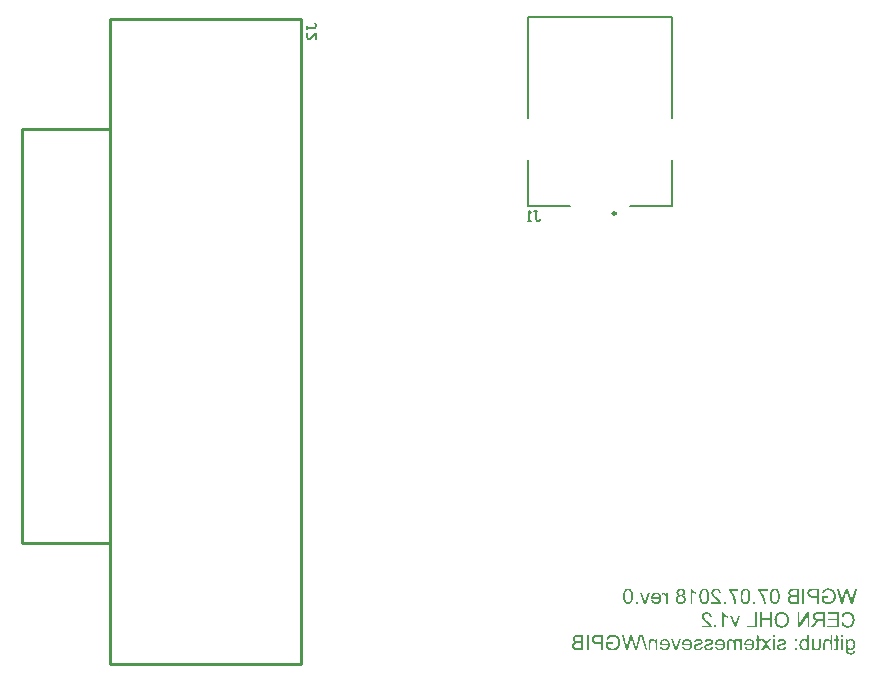
<source format=gbo>
G04*
G04 #@! TF.GenerationSoftware,Altium Limited,Altium Designer,18.1.7 (191)*
G04*
G04 Layer_Color=32896*
%FSLAX25Y25*%
%MOIN*%
G70*
G01*
G75*
%ADD11C,0.00984*%
%ADD13C,0.00787*%
%ADD15C,0.01000*%
G36*
X199190Y-198366D02*
X199316Y-198377D01*
X199431Y-198393D01*
X199540Y-198421D01*
X199644Y-198448D01*
X199736Y-198481D01*
X199824Y-198513D01*
X199900Y-198546D01*
X199971Y-198584D01*
X200031Y-198617D01*
X200086Y-198650D01*
X200129Y-198677D01*
X200162Y-198705D01*
X200184Y-198721D01*
X200200Y-198732D01*
X200206Y-198737D01*
X200282Y-198808D01*
X200348Y-198890D01*
X200408Y-198972D01*
X200462Y-199065D01*
X200506Y-199152D01*
X200550Y-199240D01*
X200583Y-199332D01*
X200610Y-199414D01*
X200637Y-199496D01*
X200654Y-199573D01*
X200670Y-199644D01*
X200681Y-199704D01*
X200686Y-199753D01*
X200692Y-199786D01*
X200697Y-199808D01*
Y-199818D01*
X200064Y-199884D01*
X200058Y-199797D01*
X200053Y-199715D01*
X200020Y-199573D01*
X199977Y-199442D01*
X199955Y-199387D01*
X199927Y-199338D01*
X199906Y-199294D01*
X199878Y-199256D01*
X199856Y-199223D01*
X199840Y-199196D01*
X199818Y-199174D01*
X199807Y-199158D01*
X199802Y-199152D01*
X199796Y-199147D01*
X199742Y-199098D01*
X199687Y-199054D01*
X199627Y-199021D01*
X199567Y-198988D01*
X199447Y-198939D01*
X199332Y-198907D01*
X199234Y-198890D01*
X199190Y-198879D01*
X199152D01*
X199119Y-198874D01*
X198999D01*
X198923Y-198885D01*
X198786Y-198912D01*
X198672Y-198956D01*
X198568Y-198999D01*
X198491Y-199049D01*
X198459Y-199070D01*
X198431Y-199092D01*
X198409Y-199109D01*
X198393Y-199119D01*
X198388Y-199125D01*
X198382Y-199130D01*
X198333Y-199180D01*
X198295Y-199229D01*
X198257Y-199278D01*
X198229Y-199332D01*
X198180Y-199436D01*
X198147Y-199534D01*
X198131Y-199616D01*
X198120Y-199655D01*
Y-199687D01*
X198115Y-199709D01*
Y-199731D01*
Y-199742D01*
Y-199747D01*
X198120Y-199813D01*
X198126Y-199879D01*
X198158Y-200009D01*
X198207Y-200135D01*
X198262Y-200250D01*
X198317Y-200348D01*
X198338Y-200386D01*
X198366Y-200425D01*
X198382Y-200452D01*
X198399Y-200474D01*
X198404Y-200484D01*
X198409Y-200490D01*
X198470Y-200566D01*
X198540Y-200648D01*
X198622Y-200736D01*
X198710Y-200823D01*
X198890Y-201003D01*
X199076Y-201172D01*
X199163Y-201254D01*
X199250Y-201325D01*
X199327Y-201391D01*
X199392Y-201446D01*
X199447Y-201495D01*
X199485Y-201527D01*
X199512Y-201555D01*
X199523Y-201560D01*
X199622Y-201642D01*
X199709Y-201718D01*
X199796Y-201789D01*
X199873Y-201860D01*
X199949Y-201926D01*
X200015Y-201992D01*
X200075Y-202046D01*
X200129Y-202101D01*
X200179Y-202150D01*
X200217Y-202193D01*
X200255Y-202232D01*
X200282Y-202259D01*
X200310Y-202286D01*
X200326Y-202303D01*
X200331Y-202314D01*
X200337Y-202319D01*
X200435Y-202439D01*
X200517Y-202559D01*
X200588Y-202674D01*
X200643Y-202778D01*
X200686Y-202865D01*
X200703Y-202903D01*
X200719Y-202931D01*
X200730Y-202958D01*
X200735Y-202974D01*
X200741Y-202985D01*
Y-202991D01*
X200768Y-203067D01*
X200785Y-203144D01*
X200801Y-203215D01*
X200806Y-203280D01*
X200812Y-203335D01*
Y-203378D01*
Y-203406D01*
Y-203417D01*
X197476D01*
Y-202821D01*
X199960D01*
X199873Y-202701D01*
X199829Y-202647D01*
X199785Y-202598D01*
X199747Y-202554D01*
X199720Y-202521D01*
X199698Y-202499D01*
X199693Y-202494D01*
X199660Y-202461D01*
X199616Y-202417D01*
X199567Y-202374D01*
X199512Y-202325D01*
X199398Y-202215D01*
X199278Y-202112D01*
X199163Y-202013D01*
X199114Y-201970D01*
X199065Y-201931D01*
X199032Y-201899D01*
X198999Y-201877D01*
X198983Y-201860D01*
X198977Y-201855D01*
X198857Y-201751D01*
X198743Y-201653D01*
X198639Y-201566D01*
X198546Y-201478D01*
X198459Y-201402D01*
X198382Y-201325D01*
X198311Y-201260D01*
X198246Y-201200D01*
X198191Y-201151D01*
X198147Y-201101D01*
X198109Y-201063D01*
X198076Y-201030D01*
X198055Y-201003D01*
X198033Y-200987D01*
X198027Y-200976D01*
X198022Y-200971D01*
X197918Y-200850D01*
X197836Y-200741D01*
X197765Y-200637D01*
X197705Y-200545D01*
X197661Y-200468D01*
X197629Y-200408D01*
X197618Y-200386D01*
X197612Y-200370D01*
X197607Y-200364D01*
Y-200359D01*
X197563Y-200250D01*
X197536Y-200141D01*
X197514Y-200042D01*
X197498Y-199950D01*
X197487Y-199873D01*
X197481Y-199813D01*
Y-199791D01*
Y-199775D01*
Y-199769D01*
Y-199764D01*
X197487Y-199655D01*
X197498Y-199551D01*
X197520Y-199453D01*
X197547Y-199354D01*
X197580Y-199267D01*
X197618Y-199185D01*
X197656Y-199109D01*
X197694Y-199043D01*
X197732Y-198978D01*
X197771Y-198923D01*
X197809Y-198874D01*
X197842Y-198836D01*
X197869Y-198808D01*
X197891Y-198781D01*
X197902Y-198770D01*
X197907Y-198765D01*
X197989Y-198694D01*
X198076Y-198634D01*
X198169Y-198579D01*
X198267Y-198530D01*
X198360Y-198492D01*
X198459Y-198459D01*
X198551Y-198432D01*
X198644Y-198410D01*
X198726Y-198393D01*
X198808Y-198382D01*
X198879Y-198372D01*
X198939Y-198366D01*
X198988Y-198361D01*
X199059D01*
X199190Y-198366D01*
D02*
G37*
G36*
X204738Y-198486D02*
X204819Y-198606D01*
X204912Y-198721D01*
X205005Y-198819D01*
X205087Y-198912D01*
X205125Y-198945D01*
X205153Y-198978D01*
X205180Y-199005D01*
X205202Y-199021D01*
X205213Y-199032D01*
X205218Y-199038D01*
X205365Y-199163D01*
X205524Y-199272D01*
X205677Y-199376D01*
X205819Y-199463D01*
X205879Y-199496D01*
X205939Y-199529D01*
X205993Y-199562D01*
X206037Y-199584D01*
X206075Y-199600D01*
X206103Y-199616D01*
X206119Y-199622D01*
X206124Y-199627D01*
Y-200222D01*
X206015Y-200179D01*
X205901Y-200130D01*
X205791Y-200075D01*
X205693Y-200026D01*
X205606Y-199977D01*
X205568Y-199960D01*
X205535Y-199938D01*
X205507Y-199928D01*
X205491Y-199917D01*
X205480Y-199906D01*
X205475D01*
X205344Y-199824D01*
X205229Y-199747D01*
X205125Y-199676D01*
X205043Y-199611D01*
X204972Y-199556D01*
X204923Y-199518D01*
X204896Y-199491D01*
X204885Y-199480D01*
Y-203417D01*
X204268D01*
Y-198361D01*
X204667D01*
X204738Y-198486D01*
D02*
G37*
G36*
X220795Y-203416D02*
X220129D01*
Y-201041D01*
X217514Y-201042D01*
Y-203417D01*
X216848D01*
Y-198377D01*
X217514D01*
Y-200446D01*
X220129Y-200446D01*
Y-198377D01*
X220795D01*
Y-203416D01*
D02*
G37*
G36*
X233343D02*
X232704D01*
Y-199463D01*
X230061Y-203416D01*
X229373D01*
Y-198377D01*
X230012D01*
Y-202336D01*
X232660Y-198377D01*
X233343D01*
Y-203416D01*
D02*
G37*
G36*
X208947Y-203417D02*
X208358D01*
X206971Y-199764D01*
X207610D01*
X208423Y-201997D01*
X208478Y-202144D01*
X208521Y-202275D01*
X208560Y-202396D01*
X208592Y-202494D01*
X208620Y-202576D01*
X208631Y-202608D01*
X208636Y-202641D01*
X208642Y-202663D01*
X208647Y-202679D01*
X208652Y-202685D01*
Y-202690D01*
X208696Y-202548D01*
X208734Y-202412D01*
X208773Y-202286D01*
X208811Y-202177D01*
X208844Y-202084D01*
X208855Y-202046D01*
X208865Y-202013D01*
X208876Y-201986D01*
X208882Y-201970D01*
X208887Y-201959D01*
Y-201953D01*
X209674Y-199764D01*
X210329D01*
X208947Y-203417D01*
D02*
G37*
G36*
X246141Y-198295D02*
X246261Y-198301D01*
X246485Y-198339D01*
X246594Y-198361D01*
X246692Y-198388D01*
X246791Y-198415D01*
X246878Y-198442D01*
X246954Y-198470D01*
X247025Y-198497D01*
X247091Y-198524D01*
X247140Y-198546D01*
X247184Y-198568D01*
X247211Y-198584D01*
X247233Y-198590D01*
X247238Y-198595D01*
X247337Y-198655D01*
X247435Y-198721D01*
X247522Y-198792D01*
X247604Y-198863D01*
X247680Y-198939D01*
X247751Y-199010D01*
X247812Y-199087D01*
X247872Y-199152D01*
X247921Y-199223D01*
X247964Y-199283D01*
X248003Y-199338D01*
X248035Y-199387D01*
X248057Y-199431D01*
X248074Y-199458D01*
X248085Y-199480D01*
X248090Y-199485D01*
X248145Y-199594D01*
X248188Y-199715D01*
X248226Y-199829D01*
X248265Y-199944D01*
X248319Y-200179D01*
X248336Y-200288D01*
X248352Y-200392D01*
X248363Y-200490D01*
X248374Y-200577D01*
X248379Y-200659D01*
X248385Y-200730D01*
X248390Y-200785D01*
Y-200829D01*
Y-200850D01*
Y-200861D01*
X248385Y-200992D01*
X248379Y-201123D01*
X248347Y-201375D01*
X248330Y-201495D01*
X248308Y-201604D01*
X248281Y-201708D01*
X248259Y-201806D01*
X248232Y-201893D01*
X248210Y-201975D01*
X248188Y-202041D01*
X248166Y-202101D01*
X248150Y-202144D01*
X248139Y-202183D01*
X248134Y-202204D01*
X248128Y-202210D01*
X248074Y-202325D01*
X248019Y-202434D01*
X247959Y-202532D01*
X247894Y-202625D01*
X247828Y-202712D01*
X247768Y-202789D01*
X247702Y-202860D01*
X247642Y-202925D01*
X247582Y-202985D01*
X247528Y-203034D01*
X247479Y-203073D01*
X247435Y-203111D01*
X247402Y-203138D01*
X247375Y-203154D01*
X247358Y-203165D01*
X247353Y-203171D01*
X247255Y-203231D01*
X247151Y-203280D01*
X247042Y-203324D01*
X246927Y-203362D01*
X246818Y-203389D01*
X246709Y-203416D01*
X246599Y-203438D01*
X246496Y-203455D01*
X246397Y-203471D01*
X246310Y-203482D01*
X246228Y-203487D01*
X246163Y-203493D01*
X246103Y-203498D01*
X246026D01*
X245879Y-203493D01*
X245742Y-203482D01*
X245611Y-203460D01*
X245486Y-203433D01*
X245366Y-203400D01*
X245256Y-203362D01*
X245158Y-203324D01*
X245065Y-203286D01*
X244978Y-203247D01*
X244907Y-203209D01*
X244841Y-203171D01*
X244792Y-203138D01*
X244748Y-203111D01*
X244721Y-203089D01*
X244699Y-203078D01*
X244694Y-203073D01*
X244596Y-202985D01*
X244503Y-202892D01*
X244421Y-202794D01*
X244344Y-202696D01*
X244273Y-202592D01*
X244213Y-202483D01*
X244159Y-202385D01*
X244110Y-202281D01*
X244066Y-202188D01*
X244033Y-202101D01*
X244001Y-202019D01*
X243979Y-201953D01*
X243957Y-201893D01*
X243946Y-201855D01*
X243935Y-201828D01*
Y-201817D01*
X244601Y-201647D01*
X244628Y-201762D01*
X244667Y-201871D01*
X244705Y-201975D01*
X244743Y-202068D01*
X244787Y-202155D01*
X244830Y-202232D01*
X244874Y-202303D01*
X244918Y-202368D01*
X244962Y-202423D01*
X245000Y-202472D01*
X245038Y-202516D01*
X245065Y-202548D01*
X245093Y-202576D01*
X245114Y-202592D01*
X245125Y-202603D01*
X245131Y-202608D01*
X245207Y-202663D01*
X245284Y-202712D01*
X245360Y-202756D01*
X245442Y-202794D01*
X245524Y-202827D01*
X245600Y-202854D01*
X245753Y-202892D01*
X245819Y-202903D01*
X245884Y-202914D01*
X245939Y-202920D01*
X245988Y-202925D01*
X246026Y-202931D01*
X246081D01*
X246168Y-202925D01*
X246250Y-202920D01*
X246408Y-202892D01*
X246556Y-202854D01*
X246681Y-202811D01*
X246736Y-202789D01*
X246785Y-202772D01*
X246829Y-202750D01*
X246867Y-202734D01*
X246900Y-202718D01*
X246922Y-202707D01*
X246933Y-202696D01*
X246938D01*
X247009Y-202647D01*
X247075Y-202597D01*
X247195Y-202483D01*
X247293Y-202368D01*
X247375Y-202248D01*
X247435Y-202144D01*
X247462Y-202101D01*
X247484Y-202057D01*
X247495Y-202024D01*
X247506Y-202002D01*
X247517Y-201986D01*
Y-201981D01*
X247577Y-201795D01*
X247626Y-201604D01*
X247659Y-201413D01*
X247670Y-201325D01*
X247680Y-201238D01*
X247686Y-201156D01*
X247691Y-201085D01*
X247697Y-201020D01*
Y-200965D01*
X247702Y-200916D01*
Y-200883D01*
Y-200861D01*
Y-200856D01*
X247697Y-200670D01*
X247680Y-200495D01*
X247653Y-200332D01*
X247642Y-200255D01*
X247626Y-200184D01*
X247609Y-200124D01*
X247599Y-200064D01*
X247582Y-200015D01*
X247571Y-199971D01*
X247566Y-199938D01*
X247555Y-199911D01*
X247550Y-199895D01*
Y-199889D01*
X247479Y-199720D01*
X247397Y-199573D01*
X247309Y-199447D01*
X247260Y-199392D01*
X247216Y-199338D01*
X247173Y-199294D01*
X247134Y-199256D01*
X247096Y-199218D01*
X247069Y-199190D01*
X247042Y-199169D01*
X247020Y-199152D01*
X247009Y-199147D01*
X247004Y-199141D01*
X246927Y-199092D01*
X246851Y-199048D01*
X246769Y-199010D01*
X246687Y-198978D01*
X246523Y-198928D01*
X246365Y-198890D01*
X246299Y-198879D01*
X246234Y-198874D01*
X246174Y-198868D01*
X246124Y-198863D01*
X246081Y-198857D01*
X245933D01*
X245846Y-198868D01*
X245682Y-198896D01*
X245540Y-198939D01*
X245480Y-198961D01*
X245420Y-198983D01*
X245366Y-199005D01*
X245322Y-199027D01*
X245284Y-199048D01*
X245251Y-199070D01*
X245223Y-199087D01*
X245207Y-199098D01*
X245196Y-199103D01*
X245191Y-199109D01*
X245131Y-199158D01*
X245071Y-199212D01*
X244972Y-199338D01*
X244880Y-199474D01*
X244809Y-199606D01*
X244754Y-199726D01*
X244727Y-199775D01*
X244710Y-199818D01*
X244694Y-199857D01*
X244689Y-199889D01*
X244677Y-199906D01*
Y-199911D01*
X244022Y-199758D01*
X244066Y-199633D01*
X244115Y-199513D01*
X244164Y-199398D01*
X244224Y-199294D01*
X244279Y-199196D01*
X244339Y-199109D01*
X244399Y-199027D01*
X244459Y-198956D01*
X244519Y-198890D01*
X244568Y-198836D01*
X244618Y-198786D01*
X244661Y-198748D01*
X244694Y-198715D01*
X244721Y-198694D01*
X244738Y-198683D01*
X244743Y-198677D01*
X244841Y-198606D01*
X244945Y-198552D01*
X245049Y-198497D01*
X245158Y-198453D01*
X245267Y-198415D01*
X245371Y-198382D01*
X245475Y-198361D01*
X245573Y-198339D01*
X245666Y-198322D01*
X245748Y-198311D01*
X245824Y-198301D01*
X245890Y-198295D01*
X245944Y-198290D01*
X246015D01*
X246141Y-198295D01*
D02*
G37*
G36*
X243100Y-203416D02*
X239338D01*
Y-202821D01*
X242434D01*
Y-201107D01*
X239643D01*
Y-200512D01*
X242434D01*
Y-198972D01*
X239452D01*
Y-198377D01*
X243100D01*
Y-203416D01*
D02*
G37*
G36*
X238409D02*
X237743D01*
Y-201178D01*
X236886D01*
X236810Y-201183D01*
X236744Y-201189D01*
X236690D01*
X236651Y-201194D01*
X236624Y-201200D01*
X236608Y-201205D01*
X236602D01*
X236542Y-201222D01*
X236488Y-201243D01*
X236438Y-201265D01*
X236389Y-201287D01*
X236351Y-201309D01*
X236324Y-201325D01*
X236302Y-201336D01*
X236296Y-201342D01*
X236242Y-201380D01*
X236182Y-201435D01*
X236122Y-201489D01*
X236073Y-201544D01*
X236023Y-201593D01*
X235991Y-201637D01*
X235969Y-201664D01*
X235958Y-201669D01*
Y-201675D01*
X235881Y-201773D01*
X235800Y-201882D01*
X235723Y-201997D01*
X235647Y-202112D01*
X235581Y-202210D01*
X235548Y-202254D01*
X235527Y-202292D01*
X235505Y-202325D01*
X235488Y-202346D01*
X235483Y-202363D01*
X235477Y-202368D01*
X234811Y-203416D01*
X233976D01*
X234850Y-202046D01*
X234948Y-201904D01*
X235046Y-201773D01*
X235139Y-201658D01*
X235221Y-201560D01*
X235292Y-201484D01*
X235325Y-201451D01*
X235352Y-201424D01*
X235374Y-201402D01*
X235390Y-201385D01*
X235396Y-201380D01*
X235401Y-201375D01*
X235456Y-201331D01*
X235521Y-201282D01*
X235587Y-201243D01*
X235652Y-201205D01*
X235712Y-201172D01*
X235761Y-201145D01*
X235794Y-201129D01*
X235800Y-201123D01*
X235805D01*
X235674Y-201101D01*
X235548Y-201074D01*
X235434Y-201041D01*
X235330Y-201009D01*
X235232Y-200971D01*
X235144Y-200932D01*
X235068Y-200894D01*
X234997Y-200856D01*
X234931Y-200818D01*
X234877Y-200779D01*
X234833Y-200747D01*
X234795Y-200719D01*
X234768Y-200692D01*
X234746Y-200676D01*
X234735Y-200665D01*
X234729Y-200659D01*
X234669Y-200588D01*
X234615Y-200517D01*
X234566Y-200441D01*
X234527Y-200364D01*
X234495Y-200288D01*
X234467Y-200212D01*
X234424Y-200070D01*
X234407Y-200004D01*
X234396Y-199944D01*
X234391Y-199889D01*
X234385Y-199840D01*
X234380Y-199808D01*
Y-199775D01*
Y-199758D01*
Y-199753D01*
X234391Y-199600D01*
X234413Y-199458D01*
X234446Y-199332D01*
X234484Y-199218D01*
X234506Y-199169D01*
X234527Y-199125D01*
X234544Y-199087D01*
X234560Y-199054D01*
X234571Y-199027D01*
X234582Y-199010D01*
X234593Y-198999D01*
Y-198994D01*
X234675Y-198874D01*
X234768Y-198775D01*
X234860Y-198688D01*
X234953Y-198623D01*
X235030Y-198574D01*
X235095Y-198541D01*
X235122Y-198530D01*
X235139Y-198519D01*
X235150Y-198513D01*
X235155D01*
X235226Y-198492D01*
X235297Y-198470D01*
X235461Y-198437D01*
X235630Y-198410D01*
X235794Y-198393D01*
X235876Y-198388D01*
X235947Y-198382D01*
X236007D01*
X236067Y-198377D01*
X238409D01*
Y-203416D01*
D02*
G37*
G36*
X215767Y-203417D02*
X212616D01*
Y-202821D01*
X215101D01*
Y-198377D01*
X215767D01*
Y-203417D01*
D02*
G37*
G36*
X202335D02*
X201631D01*
Y-202712D01*
X202335D01*
Y-203417D01*
D02*
G37*
G36*
X224284Y-198295D02*
X224470Y-198322D01*
X224645Y-198355D01*
X224809Y-198399D01*
X224967Y-198453D01*
X225109Y-198513D01*
X225240Y-198579D01*
X225360Y-198644D01*
X225469Y-198710D01*
X225562Y-198775D01*
X225639Y-198836D01*
X225710Y-198890D01*
X225759Y-198934D01*
X225797Y-198967D01*
X225824Y-198994D01*
X225830Y-198999D01*
X225950Y-199136D01*
X226054Y-199289D01*
X226141Y-199442D01*
X226217Y-199606D01*
X226283Y-199769D01*
X226337Y-199933D01*
X226381Y-200091D01*
X226419Y-200250D01*
X226447Y-200397D01*
X226463Y-200528D01*
X226479Y-200654D01*
X226490Y-200758D01*
X226496Y-200845D01*
Y-200878D01*
X226501Y-200910D01*
Y-200932D01*
Y-200949D01*
Y-200959D01*
Y-200965D01*
X226496Y-201085D01*
X226490Y-201211D01*
X226458Y-201440D01*
X226436Y-201549D01*
X226414Y-201653D01*
X226386Y-201751D01*
X226359Y-201839D01*
X226332Y-201926D01*
X226305Y-201997D01*
X226283Y-202063D01*
X226261Y-202117D01*
X226245Y-202161D01*
X226228Y-202193D01*
X226223Y-202215D01*
X226217Y-202221D01*
X226157Y-202330D01*
X226097Y-202434D01*
X226032Y-202527D01*
X225961Y-202619D01*
X225890Y-202701D01*
X225819Y-202778D01*
X225753Y-202849D01*
X225682Y-202914D01*
X225617Y-202969D01*
X225557Y-203018D01*
X225502Y-203062D01*
X225458Y-203094D01*
X225420Y-203122D01*
X225387Y-203144D01*
X225371Y-203154D01*
X225365Y-203160D01*
X225256Y-203220D01*
X225147Y-203269D01*
X225038Y-203318D01*
X224929Y-203357D01*
X224819Y-203389D01*
X224716Y-203416D01*
X224612Y-203438D01*
X224519Y-203455D01*
X224426Y-203471D01*
X224350Y-203482D01*
X224273Y-203487D01*
X224214Y-203493D01*
X224164Y-203498D01*
X224093D01*
X223973Y-203493D01*
X223853Y-203487D01*
X223624Y-203449D01*
X223520Y-203428D01*
X223416Y-203400D01*
X223323Y-203373D01*
X223236Y-203346D01*
X223154Y-203318D01*
X223083Y-203291D01*
X223023Y-203264D01*
X222969Y-203242D01*
X222925Y-203220D01*
X222898Y-203204D01*
X222876Y-203198D01*
X222870Y-203193D01*
X222767Y-203133D01*
X222668Y-203062D01*
X222575Y-202991D01*
X222494Y-202920D01*
X222417Y-202843D01*
X222341Y-202767D01*
X222275Y-202690D01*
X222215Y-202619D01*
X222166Y-202548D01*
X222117Y-202483D01*
X222079Y-202423D01*
X222046Y-202374D01*
X222024Y-202336D01*
X222008Y-202303D01*
X221997Y-202281D01*
X221991Y-202275D01*
X221937Y-202161D01*
X221887Y-202041D01*
X221849Y-201926D01*
X221811Y-201806D01*
X221778Y-201691D01*
X221756Y-201576D01*
X221735Y-201467D01*
X221718Y-201364D01*
X221707Y-201265D01*
X221696Y-201178D01*
X221691Y-201101D01*
X221686Y-201036D01*
X221680Y-200981D01*
Y-200938D01*
Y-200916D01*
Y-200905D01*
X221686Y-200763D01*
X221691Y-200632D01*
X221707Y-200501D01*
X221724Y-200375D01*
X221745Y-200261D01*
X221773Y-200146D01*
X221800Y-200042D01*
X221827Y-199949D01*
X221855Y-199862D01*
X221882Y-199786D01*
X221904Y-199715D01*
X221931Y-199660D01*
X221948Y-199616D01*
X221964Y-199584D01*
X221969Y-199562D01*
X221975Y-199556D01*
X222035Y-199447D01*
X222095Y-199343D01*
X222166Y-199245D01*
X222232Y-199158D01*
X222302Y-199076D01*
X222373Y-198999D01*
X222444Y-198928D01*
X222515Y-198863D01*
X222581Y-198808D01*
X222641Y-198759D01*
X222690Y-198715D01*
X222739Y-198683D01*
X222778Y-198655D01*
X222805Y-198639D01*
X222827Y-198628D01*
X222832Y-198623D01*
X222941Y-198563D01*
X223045Y-198513D01*
X223154Y-198470D01*
X223263Y-198432D01*
X223373Y-198399D01*
X223476Y-198372D01*
X223575Y-198350D01*
X223673Y-198333D01*
X223760Y-198317D01*
X223837Y-198306D01*
X223908Y-198301D01*
X223973Y-198295D01*
X224022Y-198290D01*
X224088D01*
X224284Y-198295D01*
D02*
G37*
G36*
X202319Y-190492D02*
X202445Y-190503D01*
X202559Y-190519D01*
X202668Y-190547D01*
X202772Y-190574D01*
X202865Y-190607D01*
X202952Y-190639D01*
X203029Y-190672D01*
X203100Y-190710D01*
X203160Y-190743D01*
X203215Y-190776D01*
X203258Y-190803D01*
X203291Y-190831D01*
X203313Y-190847D01*
X203329Y-190858D01*
X203335Y-190863D01*
X203411Y-190934D01*
X203477Y-191016D01*
X203537Y-191098D01*
X203591Y-191191D01*
X203635Y-191278D01*
X203679Y-191366D01*
X203711Y-191458D01*
X203739Y-191540D01*
X203766Y-191622D01*
X203782Y-191699D01*
X203799Y-191770D01*
X203810Y-191830D01*
X203815Y-191879D01*
X203821Y-191912D01*
X203826Y-191934D01*
Y-191944D01*
X203193Y-192010D01*
X203187Y-191923D01*
X203182Y-191841D01*
X203149Y-191699D01*
X203105Y-191568D01*
X203083Y-191513D01*
X203056Y-191464D01*
X203034Y-191420D01*
X203007Y-191382D01*
X202985Y-191349D01*
X202969Y-191322D01*
X202947Y-191300D01*
X202936Y-191284D01*
X202931Y-191278D01*
X202925Y-191273D01*
X202870Y-191224D01*
X202816Y-191180D01*
X202756Y-191147D01*
X202696Y-191114D01*
X202576Y-191065D01*
X202461Y-191033D01*
X202363Y-191016D01*
X202319Y-191005D01*
X202281D01*
X202248Y-191000D01*
X202128D01*
X202051Y-191011D01*
X201915Y-191038D01*
X201800Y-191082D01*
X201697Y-191125D01*
X201620Y-191174D01*
X201587Y-191196D01*
X201560Y-191218D01*
X201538Y-191235D01*
X201522Y-191245D01*
X201517Y-191251D01*
X201511Y-191256D01*
X201462Y-191306D01*
X201424Y-191355D01*
X201385Y-191404D01*
X201358Y-191458D01*
X201309Y-191562D01*
X201276Y-191660D01*
X201260Y-191742D01*
X201249Y-191781D01*
Y-191813D01*
X201243Y-191835D01*
Y-191857D01*
Y-191868D01*
Y-191873D01*
X201249Y-191939D01*
X201254Y-192004D01*
X201287Y-192136D01*
X201336Y-192261D01*
X201391Y-192376D01*
X201446Y-192474D01*
X201467Y-192512D01*
X201495Y-192551D01*
X201511Y-192578D01*
X201527Y-192600D01*
X201533Y-192611D01*
X201538Y-192616D01*
X201598Y-192692D01*
X201669Y-192774D01*
X201751Y-192862D01*
X201839Y-192949D01*
X202019Y-193129D01*
X202204Y-193298D01*
X202292Y-193380D01*
X202379Y-193451D01*
X202456Y-193517D01*
X202521Y-193571D01*
X202576Y-193621D01*
X202614Y-193653D01*
X202641Y-193681D01*
X202652Y-193686D01*
X202750Y-193768D01*
X202838Y-193844D01*
X202925Y-193915D01*
X203002Y-193986D01*
X203078Y-194052D01*
X203144Y-194117D01*
X203204Y-194172D01*
X203258Y-194227D01*
X203307Y-194276D01*
X203346Y-194319D01*
X203384Y-194358D01*
X203411Y-194385D01*
X203438Y-194412D01*
X203455Y-194429D01*
X203460Y-194440D01*
X203466Y-194445D01*
X203564Y-194565D01*
X203646Y-194685D01*
X203717Y-194800D01*
X203771Y-194904D01*
X203815Y-194991D01*
X203832Y-195029D01*
X203848Y-195057D01*
X203859Y-195084D01*
X203864Y-195100D01*
X203870Y-195111D01*
Y-195117D01*
X203897Y-195193D01*
X203913Y-195270D01*
X203930Y-195341D01*
X203935Y-195406D01*
X203941Y-195461D01*
Y-195504D01*
Y-195532D01*
Y-195543D01*
X200605D01*
Y-194947D01*
X203089D01*
X203002Y-194827D01*
X202958Y-194773D01*
X202914Y-194723D01*
X202876Y-194680D01*
X202849Y-194647D01*
X202827Y-194625D01*
X202821Y-194620D01*
X202789Y-194587D01*
X202745Y-194543D01*
X202696Y-194500D01*
X202641Y-194450D01*
X202527Y-194341D01*
X202406Y-194238D01*
X202292Y-194139D01*
X202243Y-194096D01*
X202193Y-194057D01*
X202161Y-194025D01*
X202128Y-194003D01*
X202112Y-193986D01*
X202106Y-193981D01*
X201986Y-193877D01*
X201871Y-193779D01*
X201768Y-193692D01*
X201675Y-193604D01*
X201587Y-193528D01*
X201511Y-193451D01*
X201440Y-193386D01*
X201375Y-193326D01*
X201320Y-193277D01*
X201276Y-193228D01*
X201238Y-193189D01*
X201205Y-193157D01*
X201183Y-193129D01*
X201162Y-193113D01*
X201156Y-193102D01*
X201151Y-193096D01*
X201047Y-192976D01*
X200965Y-192867D01*
X200894Y-192763D01*
X200834Y-192671D01*
X200790Y-192594D01*
X200758Y-192534D01*
X200747Y-192512D01*
X200741Y-192496D01*
X200736Y-192490D01*
Y-192485D01*
X200692Y-192376D01*
X200665Y-192266D01*
X200643Y-192168D01*
X200626Y-192075D01*
X200616Y-191999D01*
X200610Y-191939D01*
Y-191917D01*
Y-191901D01*
Y-191895D01*
Y-191890D01*
X200616Y-191781D01*
X200626Y-191677D01*
X200648Y-191579D01*
X200676Y-191480D01*
X200708Y-191393D01*
X200747Y-191311D01*
X200785Y-191235D01*
X200823Y-191169D01*
X200861Y-191103D01*
X200900Y-191049D01*
X200938Y-191000D01*
X200971Y-190962D01*
X200998Y-190934D01*
X201020Y-190907D01*
X201030Y-190896D01*
X201036Y-190891D01*
X201118Y-190820D01*
X201205Y-190760D01*
X201298Y-190705D01*
X201396Y-190656D01*
X201489Y-190618D01*
X201587Y-190585D01*
X201680Y-190558D01*
X201773Y-190536D01*
X201855Y-190519D01*
X201937Y-190508D01*
X202008Y-190498D01*
X202068Y-190492D01*
X202117Y-190487D01*
X202188D01*
X202319Y-190492D01*
D02*
G37*
G36*
X194167Y-190612D02*
X194249Y-190732D01*
X194342Y-190847D01*
X194435Y-190945D01*
X194517Y-191038D01*
X194555Y-191071D01*
X194582Y-191103D01*
X194610Y-191131D01*
X194631Y-191147D01*
X194642Y-191158D01*
X194648Y-191164D01*
X194795Y-191289D01*
X194954Y-191398D01*
X195106Y-191502D01*
X195248Y-191589D01*
X195308Y-191622D01*
X195369Y-191655D01*
X195423Y-191688D01*
X195467Y-191710D01*
X195505Y-191726D01*
X195532Y-191742D01*
X195549Y-191748D01*
X195554Y-191753D01*
Y-192348D01*
X195445Y-192305D01*
X195330Y-192256D01*
X195221Y-192201D01*
X195123Y-192152D01*
X195035Y-192103D01*
X194997Y-192086D01*
X194965Y-192064D01*
X194937Y-192054D01*
X194921Y-192043D01*
X194910Y-192032D01*
X194904D01*
X194773Y-191950D01*
X194659Y-191873D01*
X194555Y-191802D01*
X194473Y-191737D01*
X194402Y-191682D01*
X194353Y-191644D01*
X194326Y-191617D01*
X194315Y-191606D01*
Y-195543D01*
X193698D01*
Y-190487D01*
X194096D01*
X194167Y-190612D01*
D02*
G37*
G36*
X178814Y-195543D02*
X178224D01*
X176837Y-191890D01*
X177476D01*
X178290Y-194123D01*
X178344Y-194270D01*
X178388Y-194401D01*
X178426Y-194521D01*
X178459Y-194620D01*
X178486Y-194702D01*
X178497Y-194734D01*
X178503Y-194767D01*
X178508Y-194789D01*
X178514Y-194805D01*
X178519Y-194811D01*
Y-194816D01*
X178563Y-194674D01*
X178601Y-194538D01*
X178639Y-194412D01*
X178677Y-194303D01*
X178710Y-194210D01*
X178721Y-194172D01*
X178732Y-194139D01*
X178743Y-194112D01*
X178748Y-194096D01*
X178754Y-194085D01*
Y-194079D01*
X179540Y-191890D01*
X180195D01*
X178814Y-195543D01*
D02*
G37*
G36*
X247724Y-195543D02*
X247031D01*
X245972Y-191704D01*
X245944Y-191611D01*
X245917Y-191513D01*
X245890Y-191409D01*
X245868Y-191316D01*
X245846Y-191240D01*
X245841Y-191202D01*
X245835Y-191174D01*
X245824Y-191147D01*
Y-191131D01*
X245819Y-191120D01*
Y-191114D01*
X245813Y-191136D01*
X245802Y-191169D01*
X245792Y-191207D01*
X245781Y-191251D01*
X245753Y-191349D01*
X245726Y-191447D01*
X245699Y-191546D01*
X245688Y-191589D01*
X245677Y-191628D01*
X245666Y-191660D01*
X245661Y-191682D01*
X245655Y-191699D01*
Y-191704D01*
X244601Y-195543D01*
X243952D01*
X242570Y-190503D01*
X243242D01*
X244034Y-193746D01*
X244088Y-193970D01*
X244137Y-194177D01*
X244159Y-194270D01*
X244181Y-194363D01*
X244197Y-194445D01*
X244214Y-194521D01*
X244230Y-194592D01*
X244246Y-194652D01*
X244257Y-194707D01*
X244268Y-194756D01*
X244274Y-194789D01*
X244279Y-194816D01*
X244285Y-194833D01*
Y-194838D01*
X244339Y-194521D01*
X244399Y-194210D01*
X244432Y-194057D01*
X244465Y-193910D01*
X244498Y-193768D01*
X244530Y-193637D01*
X244563Y-193511D01*
X244590Y-193402D01*
X244618Y-193304D01*
X244639Y-193222D01*
X244656Y-193151D01*
X244672Y-193102D01*
X244678Y-193069D01*
X244683Y-193058D01*
X245398Y-190503D01*
X246201D01*
X247162Y-193910D01*
X247173Y-193943D01*
X247184Y-193986D01*
X247195Y-194041D01*
X247211Y-194106D01*
X247233Y-194183D01*
X247249Y-194259D01*
X247293Y-194423D01*
X247309Y-194500D01*
X247331Y-194576D01*
X247348Y-194647D01*
X247359Y-194713D01*
X247375Y-194762D01*
X247380Y-194805D01*
X247391Y-194827D01*
Y-194838D01*
X247424Y-194647D01*
X247462Y-194461D01*
X247495Y-194292D01*
X247512Y-194210D01*
X247528Y-194134D01*
X247544Y-194063D01*
X247561Y-194003D01*
X247572Y-193948D01*
X247583Y-193899D01*
X247593Y-193861D01*
X247599Y-193833D01*
X247604Y-193817D01*
Y-193812D01*
X248363Y-190503D01*
X249051D01*
X247724Y-195543D01*
D02*
G37*
G36*
X239737Y-190421D02*
X239873Y-190427D01*
X240004Y-190443D01*
X240124Y-190465D01*
X240244Y-190487D01*
X240353Y-190514D01*
X240457Y-190541D01*
X240550Y-190568D01*
X240632Y-190601D01*
X240708Y-190629D01*
X240774Y-190656D01*
X240828Y-190678D01*
X240872Y-190700D01*
X240905Y-190716D01*
X240927Y-190721D01*
X240932Y-190727D01*
X241036Y-190787D01*
X241134Y-190858D01*
X241227Y-190929D01*
X241309Y-191005D01*
X241391Y-191087D01*
X241462Y-191164D01*
X241527Y-191240D01*
X241587Y-191316D01*
X241636Y-191393D01*
X241686Y-191458D01*
X241724Y-191518D01*
X241757Y-191573D01*
X241778Y-191617D01*
X241795Y-191649D01*
X241806Y-191671D01*
X241811Y-191677D01*
X241866Y-191797D01*
X241910Y-191917D01*
X241953Y-192037D01*
X241986Y-192157D01*
X242041Y-192387D01*
X242062Y-192496D01*
X242079Y-192600D01*
X242090Y-192692D01*
X242101Y-192780D01*
X242106Y-192856D01*
X242112Y-192922D01*
X242117Y-192976D01*
Y-193015D01*
Y-193036D01*
Y-193047D01*
X242112Y-193184D01*
X242106Y-193320D01*
X242090Y-193446D01*
X242068Y-193571D01*
X242046Y-193686D01*
X242019Y-193801D01*
X241991Y-193904D01*
X241964Y-193997D01*
X241937Y-194085D01*
X241910Y-194161D01*
X241882Y-194227D01*
X241860Y-194287D01*
X241839Y-194330D01*
X241822Y-194363D01*
X241817Y-194385D01*
X241811Y-194390D01*
X241751Y-194500D01*
X241680Y-194603D01*
X241609Y-194696D01*
X241538Y-194789D01*
X241462Y-194871D01*
X241385Y-194942D01*
X241309Y-195013D01*
X241238Y-195073D01*
X241167Y-195128D01*
X241102Y-195177D01*
X241041Y-195215D01*
X240992Y-195248D01*
X240954Y-195275D01*
X240921Y-195291D01*
X240899Y-195302D01*
X240894Y-195308D01*
X240779Y-195362D01*
X240659Y-195412D01*
X240545Y-195455D01*
X240430Y-195488D01*
X240310Y-195521D01*
X240201Y-195548D01*
X240091Y-195570D01*
X239993Y-195586D01*
X239900Y-195597D01*
X239813Y-195608D01*
X239737Y-195614D01*
X239671Y-195619D01*
X239616Y-195624D01*
X239545D01*
X239343Y-195614D01*
X239147Y-195592D01*
X238967Y-195564D01*
X238885Y-195543D01*
X238803Y-195526D01*
X238732Y-195510D01*
X238672Y-195488D01*
X238612Y-195472D01*
X238568Y-195461D01*
X238524Y-195444D01*
X238497Y-195439D01*
X238481Y-195428D01*
X238475D01*
X238279Y-195346D01*
X238093Y-195253D01*
X237924Y-195155D01*
X237842Y-195106D01*
X237771Y-195062D01*
X237705Y-195018D01*
X237645Y-194975D01*
X237591Y-194942D01*
X237547Y-194909D01*
X237509Y-194882D01*
X237481Y-194860D01*
X237465Y-194849D01*
X237460Y-194844D01*
Y-192971D01*
X239595D01*
Y-193566D01*
X238115D01*
Y-194511D01*
X238202Y-194582D01*
X238300Y-194642D01*
X238404Y-194702D01*
X238508Y-194756D01*
X238601Y-194800D01*
X238639Y-194822D01*
X238672Y-194838D01*
X238704Y-194849D01*
X238726Y-194860D01*
X238737Y-194866D01*
X238743D01*
X238896Y-194920D01*
X239049Y-194958D01*
X239191Y-194991D01*
X239316Y-195007D01*
X239376Y-195013D01*
X239425Y-195018D01*
X239469Y-195024D01*
X239507D01*
X239540Y-195029D01*
X239584D01*
X239769Y-195018D01*
X239944Y-194997D01*
X240102Y-194958D01*
X240179Y-194942D01*
X240244Y-194920D01*
X240304Y-194898D01*
X240359Y-194882D01*
X240408Y-194860D01*
X240452Y-194844D01*
X240484Y-194833D01*
X240506Y-194822D01*
X240523Y-194811D01*
X240528D01*
X240610Y-194767D01*
X240686Y-194718D01*
X240817Y-194614D01*
X240932Y-194500D01*
X241031Y-194390D01*
X241102Y-194292D01*
X241134Y-194248D01*
X241156Y-194216D01*
X241178Y-194183D01*
X241189Y-194161D01*
X241194Y-194145D01*
X241200Y-194139D01*
X241276Y-193959D01*
X241331Y-193768D01*
X241374Y-193582D01*
X241402Y-193402D01*
X241407Y-193320D01*
X241418Y-193244D01*
X241424Y-193178D01*
Y-193118D01*
X241429Y-193075D01*
Y-193036D01*
Y-193015D01*
Y-193009D01*
X241418Y-192807D01*
X241396Y-192616D01*
X241369Y-192447D01*
X241353Y-192365D01*
X241331Y-192294D01*
X241314Y-192228D01*
X241298Y-192168D01*
X241282Y-192119D01*
X241265Y-192075D01*
X241254Y-192037D01*
X241243Y-192015D01*
X241238Y-191999D01*
Y-191993D01*
X241194Y-191895D01*
X241145Y-191802D01*
X241090Y-191715D01*
X241041Y-191644D01*
X240998Y-191584D01*
X240960Y-191535D01*
X240938Y-191508D01*
X240927Y-191497D01*
X240845Y-191415D01*
X240752Y-191344D01*
X240665Y-191278D01*
X240577Y-191224D01*
X240501Y-191180D01*
X240441Y-191153D01*
X240419Y-191142D01*
X240403Y-191131D01*
X240392Y-191125D01*
X240386D01*
X240255Y-191076D01*
X240124Y-191043D01*
X239988Y-191016D01*
X239867Y-191000D01*
X239807Y-190994D01*
X239758Y-190989D01*
X239709D01*
X239671Y-190983D01*
X239595D01*
X239458Y-190989D01*
X239327Y-191005D01*
X239212Y-191027D01*
X239109Y-191049D01*
X239027Y-191076D01*
X238988Y-191087D01*
X238961Y-191098D01*
X238939Y-191109D01*
X238923Y-191114D01*
X238912Y-191120D01*
X238907D01*
X238797Y-191174D01*
X238699Y-191229D01*
X238617Y-191289D01*
X238546Y-191344D01*
X238497Y-191398D01*
X238459Y-191437D01*
X238432Y-191464D01*
X238426Y-191475D01*
X238366Y-191562D01*
X238311Y-191660D01*
X238262Y-191759D01*
X238219Y-191857D01*
X238186Y-191944D01*
X238175Y-191983D01*
X238164Y-192010D01*
X238153Y-192037D01*
X238148Y-192059D01*
X238142Y-192070D01*
Y-192075D01*
X237536Y-191912D01*
X237591Y-191731D01*
X237651Y-191568D01*
X237684Y-191497D01*
X237716Y-191426D01*
X237744Y-191366D01*
X237776Y-191311D01*
X237804Y-191256D01*
X237831Y-191213D01*
X237858Y-191174D01*
X237875Y-191142D01*
X237896Y-191120D01*
X237907Y-191103D01*
X237913Y-191093D01*
X237918Y-191087D01*
X238022Y-190972D01*
X238131Y-190874D01*
X238246Y-190792D01*
X238361Y-190721D01*
X238459Y-190667D01*
X238503Y-190645D01*
X238541Y-190629D01*
X238568Y-190612D01*
X238590Y-190601D01*
X238606Y-190596D01*
X238612D01*
X238781Y-190536D01*
X238950Y-190492D01*
X239120Y-190459D01*
X239272Y-190437D01*
X239343Y-190432D01*
X239403Y-190427D01*
X239458Y-190421D01*
X239507Y-190416D01*
X239600D01*
X239737Y-190421D01*
D02*
G37*
G36*
X182368Y-191813D02*
X182505Y-191830D01*
X182625Y-191857D01*
X182745Y-191890D01*
X182854Y-191928D01*
X182958Y-191972D01*
X183051Y-192015D01*
X183133Y-192064D01*
X183209Y-192114D01*
X183275Y-192157D01*
X183335Y-192201D01*
X183378Y-192239D01*
X183417Y-192272D01*
X183444Y-192299D01*
X183460Y-192316D01*
X183466Y-192321D01*
X183548Y-192419D01*
X183619Y-192529D01*
X183684Y-192643D01*
X183739Y-192758D01*
X183782Y-192878D01*
X183821Y-192998D01*
X183853Y-193113D01*
X183875Y-193228D01*
X183897Y-193331D01*
X183908Y-193435D01*
X183919Y-193522D01*
X183930Y-193599D01*
Y-193664D01*
X183935Y-193713D01*
Y-193741D01*
Y-193752D01*
X183930Y-193915D01*
X183913Y-194068D01*
X183892Y-194210D01*
X183864Y-194341D01*
X183826Y-194467D01*
X183788Y-194582D01*
X183744Y-194685D01*
X183701Y-194778D01*
X183662Y-194860D01*
X183619Y-194931D01*
X183580Y-194991D01*
X183542Y-195040D01*
X183515Y-195084D01*
X183493Y-195111D01*
X183477Y-195128D01*
X183471Y-195133D01*
X183378Y-195220D01*
X183280Y-195297D01*
X183182Y-195362D01*
X183073Y-195417D01*
X182969Y-195466D01*
X182860Y-195504D01*
X182756Y-195537D01*
X182658Y-195564D01*
X182565Y-195581D01*
X182477Y-195597D01*
X182401Y-195608D01*
X182330Y-195619D01*
X182275D01*
X182232Y-195624D01*
X182199D01*
X182084Y-195619D01*
X181970Y-195614D01*
X181866Y-195597D01*
X181768Y-195575D01*
X181675Y-195553D01*
X181593Y-195526D01*
X181511Y-195499D01*
X181440Y-195472D01*
X181375Y-195444D01*
X181320Y-195417D01*
X181271Y-195390D01*
X181227Y-195368D01*
X181200Y-195346D01*
X181173Y-195330D01*
X181162Y-195324D01*
X181156Y-195319D01*
X181080Y-195259D01*
X181014Y-195193D01*
X180954Y-195122D01*
X180894Y-195051D01*
X180796Y-194904D01*
X180719Y-194767D01*
X180692Y-194702D01*
X180665Y-194642D01*
X180643Y-194587D01*
X180626Y-194538D01*
X180610Y-194500D01*
X180599Y-194472D01*
X180594Y-194450D01*
Y-194445D01*
X181238Y-194363D01*
X181293Y-194500D01*
X181358Y-194620D01*
X181424Y-194723D01*
X181484Y-194800D01*
X181538Y-194866D01*
X181582Y-194909D01*
X181609Y-194931D01*
X181615Y-194942D01*
X181620D01*
X181713Y-195002D01*
X181811Y-195040D01*
X181910Y-195073D01*
X181997Y-195095D01*
X182079Y-195106D01*
X182144Y-195111D01*
X182166Y-195117D01*
X182199D01*
X182281Y-195111D01*
X182363Y-195100D01*
X182439Y-195089D01*
X182510Y-195068D01*
X182641Y-195018D01*
X182750Y-194958D01*
X182800Y-194931D01*
X182843Y-194898D01*
X182876Y-194871D01*
X182909Y-194849D01*
X182931Y-194827D01*
X182947Y-194811D01*
X182958Y-194805D01*
X182963Y-194800D01*
X183018Y-194734D01*
X183067Y-194669D01*
X183105Y-194592D01*
X183144Y-194521D01*
X183204Y-194363D01*
X183247Y-194216D01*
X183264Y-194145D01*
X183275Y-194079D01*
X183285Y-194025D01*
X183291Y-193970D01*
X183296Y-193932D01*
X183302Y-193899D01*
Y-193877D01*
Y-193872D01*
X180577D01*
X180572Y-193801D01*
Y-193746D01*
Y-193719D01*
Y-193708D01*
X180577Y-193544D01*
X180594Y-193391D01*
X180616Y-193244D01*
X180643Y-193107D01*
X180681Y-192982D01*
X180719Y-192867D01*
X180763Y-192763D01*
X180801Y-192671D01*
X180845Y-192589D01*
X180889Y-192512D01*
X180927Y-192452D01*
X180965Y-192403D01*
X180992Y-192359D01*
X181014Y-192332D01*
X181030Y-192316D01*
X181036Y-192310D01*
X181123Y-192223D01*
X181222Y-192146D01*
X181320Y-192075D01*
X181418Y-192021D01*
X181517Y-191972D01*
X181620Y-191928D01*
X181713Y-191895D01*
X181806Y-191868D01*
X181893Y-191852D01*
X181975Y-191835D01*
X182046Y-191824D01*
X182112Y-191813D01*
X182161D01*
X182199Y-191808D01*
X182232D01*
X182368Y-191813D01*
D02*
G37*
G36*
X236477Y-195543D02*
X235811D01*
Y-193495D01*
X234522D01*
X234326Y-193490D01*
X234151Y-193473D01*
X233987Y-193451D01*
X233834Y-193424D01*
X233703Y-193391D01*
X233578Y-193353D01*
X233474Y-193315D01*
X233376Y-193271D01*
X233294Y-193233D01*
X233223Y-193195D01*
X233163Y-193157D01*
X233119Y-193124D01*
X233081Y-193091D01*
X233059Y-193069D01*
X233043Y-193058D01*
X233037Y-193053D01*
X232966Y-192965D01*
X232901Y-192878D01*
X232846Y-192785D01*
X232802Y-192692D01*
X232759Y-192600D01*
X232726Y-192512D01*
X232698Y-192425D01*
X232677Y-192343D01*
X232660Y-192261D01*
X232649Y-192190D01*
X232639Y-192130D01*
X232633Y-192075D01*
X232628Y-192026D01*
Y-191993D01*
Y-191972D01*
Y-191966D01*
X232633Y-191830D01*
X232649Y-191699D01*
X232677Y-191584D01*
X232704Y-191480D01*
X232737Y-191398D01*
X232748Y-191360D01*
X232759Y-191333D01*
X232769Y-191311D01*
X232780Y-191295D01*
X232786Y-191284D01*
Y-191278D01*
X232846Y-191164D01*
X232911Y-191071D01*
X232982Y-190983D01*
X233043Y-190918D01*
X233103Y-190863D01*
X233146Y-190825D01*
X233179Y-190798D01*
X233185Y-190792D01*
X233190D01*
X233288Y-190732D01*
X233392Y-190683D01*
X233496Y-190639D01*
X233594Y-190607D01*
X233681Y-190579D01*
X233719Y-190574D01*
X233752Y-190563D01*
X233774Y-190558D01*
X233796D01*
X233807Y-190552D01*
X233812D01*
X233861Y-190541D01*
X233922Y-190536D01*
X234042Y-190525D01*
X234167Y-190514D01*
X234293Y-190508D01*
X234402Y-190503D01*
X236477D01*
Y-195543D01*
D02*
G37*
G36*
X231667D02*
X231000D01*
Y-190503D01*
X231667D01*
Y-195543D01*
D02*
G37*
G36*
X229854D02*
X227937D01*
X227763Y-195537D01*
X227604Y-195532D01*
X227468Y-195515D01*
X227402Y-195510D01*
X227348Y-195499D01*
X227299Y-195493D01*
X227255Y-195488D01*
X227217Y-195477D01*
X227184Y-195472D01*
X227157Y-195466D01*
X227140D01*
X227129Y-195461D01*
X227124D01*
X227004Y-195428D01*
X226894Y-195390D01*
X226802Y-195346D01*
X226725Y-195308D01*
X226660Y-195270D01*
X226611Y-195242D01*
X226583Y-195220D01*
X226572Y-195215D01*
X226490Y-195144D01*
X226419Y-195068D01*
X226354Y-194991D01*
X226305Y-194915D01*
X226261Y-194849D01*
X226228Y-194794D01*
X226218Y-194773D01*
X226207Y-194756D01*
X226201Y-194751D01*
Y-194745D01*
X226152Y-194631D01*
X226114Y-194511D01*
X226086Y-194401D01*
X226065Y-194298D01*
X226054Y-194210D01*
Y-194177D01*
X226048Y-194145D01*
Y-194117D01*
Y-194101D01*
Y-194090D01*
Y-194085D01*
Y-194003D01*
X226059Y-193926D01*
X226086Y-193779D01*
X226130Y-193648D01*
X226174Y-193539D01*
X226196Y-193490D01*
X226218Y-193446D01*
X226239Y-193408D01*
X226261Y-193375D01*
X226278Y-193353D01*
X226289Y-193337D01*
X226294Y-193326D01*
X226299Y-193320D01*
X226398Y-193206D01*
X226512Y-193113D01*
X226627Y-193031D01*
X226742Y-192971D01*
X226840Y-192922D01*
X226884Y-192905D01*
X226922Y-192889D01*
X226955Y-192878D01*
X226976Y-192867D01*
X226993Y-192862D01*
X226998D01*
X226873Y-192791D01*
X226769Y-192714D01*
X226676Y-192638D01*
X226605Y-192567D01*
X226545Y-192501D01*
X226507Y-192452D01*
X226490Y-192430D01*
X226480Y-192414D01*
X226474Y-192409D01*
Y-192403D01*
X226414Y-192294D01*
X226370Y-192190D01*
X226338Y-192086D01*
X226316Y-191993D01*
X226305Y-191912D01*
X226294Y-191852D01*
Y-191830D01*
Y-191813D01*
Y-191802D01*
Y-191797D01*
X226305Y-191666D01*
X226327Y-191546D01*
X226360Y-191431D01*
X226392Y-191333D01*
X226430Y-191251D01*
X226447Y-191213D01*
X226463Y-191185D01*
X226480Y-191164D01*
X226485Y-191147D01*
X226496Y-191136D01*
Y-191131D01*
X226578Y-191022D01*
X226665Y-190923D01*
X226753Y-190841D01*
X226840Y-190776D01*
X226922Y-190727D01*
X226982Y-190689D01*
X227009Y-190678D01*
X227026Y-190667D01*
X227036Y-190661D01*
X227042D01*
X227184Y-190607D01*
X227331Y-190568D01*
X227490Y-190541D01*
X227632Y-190525D01*
X227703Y-190514D01*
X227763Y-190508D01*
X227823D01*
X227872Y-190503D01*
X229854D01*
Y-195543D01*
D02*
G37*
G36*
X219469Y-191164D02*
X217001D01*
X217088Y-191267D01*
X217176Y-191376D01*
X217339Y-191600D01*
X217492Y-191819D01*
X217563Y-191928D01*
X217629Y-192026D01*
X217684Y-192125D01*
X217738Y-192212D01*
X217782Y-192288D01*
X217826Y-192354D01*
X217853Y-192409D01*
X217875Y-192452D01*
X217891Y-192474D01*
X217897Y-192485D01*
X218044Y-192780D01*
X218169Y-193069D01*
X218230Y-193206D01*
X218279Y-193342D01*
X218328Y-193473D01*
X218372Y-193593D01*
X218410Y-193702D01*
X218443Y-193801D01*
X218470Y-193894D01*
X218492Y-193970D01*
X218513Y-194030D01*
X218524Y-194074D01*
X218530Y-194101D01*
X218535Y-194112D01*
X218573Y-194265D01*
X218612Y-194412D01*
X218639Y-194554D01*
X218666Y-194691D01*
X218688Y-194816D01*
X218705Y-194937D01*
X218721Y-195040D01*
X218732Y-195144D01*
X218743Y-195231D01*
X218748Y-195313D01*
X218754Y-195379D01*
X218759Y-195439D01*
X218765Y-195483D01*
Y-195515D01*
Y-195537D01*
Y-195543D01*
X218131D01*
X218109Y-195270D01*
X218093Y-195139D01*
X218071Y-195013D01*
X218055Y-194893D01*
X218033Y-194778D01*
X218017Y-194669D01*
X217995Y-194571D01*
X217978Y-194483D01*
X217956Y-194401D01*
X217940Y-194330D01*
X217924Y-194270D01*
X217913Y-194227D01*
X217902Y-194188D01*
X217897Y-194167D01*
Y-194161D01*
X217793Y-193828D01*
X217733Y-193664D01*
X217673Y-193506D01*
X217613Y-193359D01*
X217552Y-193211D01*
X217492Y-193075D01*
X217438Y-192949D01*
X217383Y-192834D01*
X217334Y-192731D01*
X217285Y-192638D01*
X217247Y-192561D01*
X217214Y-192496D01*
X217192Y-192452D01*
X217176Y-192425D01*
X217170Y-192414D01*
X217083Y-192261D01*
X216990Y-192114D01*
X216903Y-191972D01*
X216821Y-191846D01*
X216739Y-191726D01*
X216657Y-191611D01*
X216581Y-191508D01*
X216510Y-191415D01*
X216444Y-191333D01*
X216389Y-191262D01*
X216335Y-191202D01*
X216291Y-191147D01*
X216259Y-191109D01*
X216231Y-191076D01*
X216215Y-191060D01*
X216209Y-191054D01*
Y-190568D01*
X219469D01*
Y-191164D01*
D02*
G37*
G36*
X215248Y-195543D02*
X214544D01*
Y-194838D01*
X215248D01*
Y-195543D01*
D02*
G37*
G36*
X209685Y-191164D02*
X207217D01*
X207304Y-191267D01*
X207391Y-191376D01*
X207555Y-191600D01*
X207708Y-191819D01*
X207779Y-191928D01*
X207845Y-192026D01*
X207899Y-192125D01*
X207954Y-192212D01*
X207997Y-192288D01*
X208041Y-192354D01*
X208068Y-192409D01*
X208090Y-192452D01*
X208107Y-192474D01*
X208112Y-192485D01*
X208260Y-192780D01*
X208385Y-193069D01*
X208445Y-193206D01*
X208494Y-193342D01*
X208543Y-193473D01*
X208587Y-193593D01*
X208625Y-193702D01*
X208658Y-193801D01*
X208685Y-193894D01*
X208707Y-193970D01*
X208729Y-194030D01*
X208740Y-194074D01*
X208746Y-194101D01*
X208751Y-194112D01*
X208789Y-194265D01*
X208827Y-194412D01*
X208855Y-194554D01*
X208882Y-194691D01*
X208904Y-194816D01*
X208920Y-194937D01*
X208937Y-195040D01*
X208947Y-195144D01*
X208958Y-195231D01*
X208964Y-195313D01*
X208969Y-195379D01*
X208975Y-195439D01*
X208980Y-195483D01*
Y-195515D01*
Y-195537D01*
Y-195543D01*
X208347D01*
X208325Y-195270D01*
X208309Y-195139D01*
X208287Y-195013D01*
X208271Y-194893D01*
X208249Y-194778D01*
X208232Y-194669D01*
X208210Y-194571D01*
X208194Y-194483D01*
X208172Y-194401D01*
X208156Y-194330D01*
X208139Y-194270D01*
X208128Y-194227D01*
X208118Y-194188D01*
X208112Y-194167D01*
Y-194161D01*
X208008Y-193828D01*
X207948Y-193664D01*
X207888Y-193506D01*
X207828Y-193359D01*
X207768Y-193211D01*
X207708Y-193075D01*
X207653Y-192949D01*
X207599Y-192834D01*
X207550Y-192731D01*
X207501Y-192638D01*
X207462Y-192561D01*
X207430Y-192496D01*
X207408Y-192452D01*
X207391Y-192425D01*
X207386Y-192414D01*
X207299Y-192261D01*
X207206Y-192114D01*
X207118Y-191972D01*
X207036Y-191846D01*
X206955Y-191726D01*
X206873Y-191611D01*
X206796Y-191508D01*
X206725Y-191415D01*
X206660Y-191333D01*
X206605Y-191262D01*
X206551Y-191202D01*
X206507Y-191147D01*
X206474Y-191109D01*
X206447Y-191076D01*
X206431Y-191060D01*
X206425Y-191054D01*
Y-190568D01*
X209685D01*
Y-191164D01*
D02*
G37*
G36*
X205464Y-195543D02*
X204760D01*
Y-194838D01*
X205464D01*
Y-195543D01*
D02*
G37*
G36*
X184809Y-191813D02*
X184885Y-191830D01*
X184951Y-191846D01*
X185011Y-191868D01*
X185055Y-191895D01*
X185093Y-191912D01*
X185115Y-191928D01*
X185126Y-191934D01*
X185158Y-191961D01*
X185196Y-191993D01*
X185262Y-192064D01*
X185328Y-192152D01*
X185388Y-192239D01*
X185442Y-192316D01*
X185480Y-192387D01*
X185497Y-192409D01*
X185508Y-192430D01*
X185519Y-192441D01*
Y-191890D01*
X186076D01*
Y-195543D01*
X185459D01*
Y-193631D01*
X185453Y-193490D01*
X185442Y-193353D01*
X185426Y-193233D01*
X185409Y-193124D01*
X185393Y-193036D01*
X185382Y-192998D01*
X185377Y-192965D01*
X185371Y-192944D01*
X185366Y-192927D01*
X185360Y-192916D01*
Y-192911D01*
X185328Y-192834D01*
X185295Y-192763D01*
X185257Y-192709D01*
X185218Y-192660D01*
X185186Y-192621D01*
X185158Y-192594D01*
X185136Y-192578D01*
X185131Y-192572D01*
X185065Y-192529D01*
X185005Y-192501D01*
X184945Y-192480D01*
X184885Y-192463D01*
X184836Y-192452D01*
X184798Y-192447D01*
X184765D01*
X184678Y-192452D01*
X184596Y-192469D01*
X184520Y-192490D01*
X184454Y-192512D01*
X184394Y-192540D01*
X184350Y-192561D01*
X184323Y-192578D01*
X184312Y-192583D01*
X184094Y-192010D01*
X184214Y-191944D01*
X184334Y-191895D01*
X184438Y-191857D01*
X184536Y-191835D01*
X184618Y-191819D01*
X184651Y-191813D01*
X184678D01*
X184700Y-191808D01*
X184732D01*
X184809Y-191813D01*
D02*
G37*
G36*
X176117Y-195543D02*
X175412D01*
Y-194838D01*
X176117D01*
Y-195543D01*
D02*
G37*
G36*
X221882Y-190492D02*
X221981Y-190498D01*
X222073Y-190514D01*
X222161Y-190530D01*
X222237Y-190552D01*
X222314Y-190579D01*
X222385Y-190607D01*
X222445Y-190634D01*
X222505Y-190661D01*
X222554Y-190689D01*
X222598Y-190710D01*
X222630Y-190738D01*
X222658Y-190754D01*
X222679Y-190770D01*
X222690Y-190776D01*
X222696Y-190781D01*
X222761Y-190841D01*
X222821Y-190902D01*
X222931Y-191038D01*
X223029Y-191174D01*
X223105Y-191311D01*
X223138Y-191376D01*
X223165Y-191431D01*
X223187Y-191486D01*
X223209Y-191529D01*
X223220Y-191568D01*
X223231Y-191600D01*
X223242Y-191617D01*
Y-191622D01*
X223275Y-191726D01*
X223302Y-191841D01*
X223345Y-192075D01*
X223378Y-192316D01*
X223389Y-192430D01*
X223400Y-192545D01*
X223406Y-192649D01*
X223411Y-192747D01*
X223416Y-192834D01*
Y-192911D01*
X223422Y-192971D01*
Y-193020D01*
Y-193047D01*
Y-193058D01*
X223416Y-193315D01*
X223400Y-193555D01*
X223378Y-193773D01*
X223345Y-193975D01*
X223307Y-194161D01*
X223264Y-194330D01*
X223220Y-194478D01*
X223171Y-194614D01*
X223127Y-194729D01*
X223083Y-194833D01*
X223040Y-194915D01*
X223002Y-194986D01*
X222969Y-195040D01*
X222947Y-195078D01*
X222931Y-195100D01*
X222925Y-195106D01*
X222843Y-195199D01*
X222756Y-195275D01*
X222663Y-195346D01*
X222570Y-195406D01*
X222477Y-195455D01*
X222379Y-195499D01*
X222286Y-195532D01*
X222199Y-195559D01*
X222112Y-195581D01*
X222035Y-195597D01*
X221964Y-195608D01*
X221904Y-195614D01*
X221855Y-195619D01*
X221817Y-195624D01*
X221784D01*
X221680Y-195619D01*
X221587Y-195614D01*
X221495Y-195597D01*
X221407Y-195581D01*
X221325Y-195553D01*
X221254Y-195532D01*
X221183Y-195504D01*
X221123Y-195477D01*
X221063Y-195450D01*
X221014Y-195422D01*
X220970Y-195395D01*
X220938Y-195373D01*
X220910Y-195357D01*
X220888Y-195341D01*
X220878Y-195335D01*
X220872Y-195330D01*
X220807Y-195270D01*
X220741Y-195210D01*
X220632Y-195073D01*
X220539Y-194937D01*
X220463Y-194800D01*
X220430Y-194734D01*
X220403Y-194674D01*
X220381Y-194625D01*
X220359Y-194576D01*
X220342Y-194543D01*
X220337Y-194511D01*
X220326Y-194494D01*
Y-194489D01*
X220293Y-194385D01*
X220266Y-194270D01*
X220217Y-194036D01*
X220184Y-193795D01*
X220173Y-193681D01*
X220162Y-193566D01*
X220157Y-193462D01*
X220151Y-193364D01*
X220146Y-193282D01*
X220141Y-193206D01*
Y-193146D01*
Y-193096D01*
Y-193069D01*
Y-193058D01*
Y-192922D01*
X220146Y-192791D01*
X220151Y-192671D01*
X220157Y-192556D01*
X220168Y-192452D01*
X220179Y-192354D01*
X220190Y-192266D01*
X220195Y-192185D01*
X220206Y-192114D01*
X220217Y-192054D01*
X220228Y-191999D01*
X220239Y-191955D01*
X220244Y-191917D01*
X220250Y-191895D01*
X220255Y-191879D01*
Y-191873D01*
X220299Y-191715D01*
X220354Y-191568D01*
X220403Y-191442D01*
X220452Y-191333D01*
X220479Y-191289D01*
X220495Y-191245D01*
X220517Y-191207D01*
X220534Y-191180D01*
X220550Y-191158D01*
X220555Y-191142D01*
X220566Y-191131D01*
Y-191125D01*
X220643Y-191016D01*
X220730Y-190918D01*
X220812Y-190836D01*
X220894Y-190770D01*
X220965Y-190716D01*
X221020Y-190683D01*
X221041Y-190667D01*
X221058Y-190656D01*
X221069Y-190650D01*
X221074D01*
X221194Y-190596D01*
X221314Y-190558D01*
X221434Y-190525D01*
X221544Y-190508D01*
X221642Y-190498D01*
X221680Y-190492D01*
X221719Y-190487D01*
X221784D01*
X221882Y-190492D01*
D02*
G37*
G36*
X212098Y-190492D02*
X212196Y-190498D01*
X212289Y-190514D01*
X212376Y-190530D01*
X212453Y-190552D01*
X212529Y-190579D01*
X212600Y-190607D01*
X212660Y-190634D01*
X212720Y-190661D01*
X212770Y-190689D01*
X212813Y-190710D01*
X212846Y-190738D01*
X212873Y-190754D01*
X212895Y-190770D01*
X212906Y-190776D01*
X212912Y-190781D01*
X212977Y-190841D01*
X213037Y-190902D01*
X213146Y-191038D01*
X213245Y-191174D01*
X213321Y-191311D01*
X213354Y-191376D01*
X213381Y-191431D01*
X213403Y-191486D01*
X213425Y-191529D01*
X213436Y-191568D01*
X213447Y-191600D01*
X213457Y-191617D01*
Y-191622D01*
X213490Y-191726D01*
X213517Y-191841D01*
X213561Y-192075D01*
X213594Y-192316D01*
X213605Y-192430D01*
X213616Y-192545D01*
X213621Y-192649D01*
X213627Y-192747D01*
X213632Y-192834D01*
Y-192911D01*
X213638Y-192971D01*
Y-193020D01*
Y-193047D01*
Y-193058D01*
X213632Y-193315D01*
X213616Y-193555D01*
X213594Y-193773D01*
X213561Y-193975D01*
X213523Y-194161D01*
X213479Y-194330D01*
X213436Y-194478D01*
X213387Y-194614D01*
X213343Y-194729D01*
X213299Y-194833D01*
X213256Y-194915D01*
X213217Y-194986D01*
X213184Y-195040D01*
X213163Y-195078D01*
X213146Y-195100D01*
X213141Y-195106D01*
X213059Y-195199D01*
X212971Y-195275D01*
X212879Y-195346D01*
X212786Y-195406D01*
X212693Y-195455D01*
X212595Y-195499D01*
X212502Y-195532D01*
X212415Y-195559D01*
X212327Y-195581D01*
X212251Y-195597D01*
X212180Y-195608D01*
X212120Y-195614D01*
X212071Y-195619D01*
X212032Y-195624D01*
X212000D01*
X211896Y-195619D01*
X211803Y-195614D01*
X211710Y-195597D01*
X211623Y-195581D01*
X211541Y-195553D01*
X211470Y-195532D01*
X211399Y-195504D01*
X211339Y-195477D01*
X211279Y-195450D01*
X211230Y-195422D01*
X211186Y-195395D01*
X211153Y-195373D01*
X211126Y-195357D01*
X211104Y-195341D01*
X211093Y-195335D01*
X211088Y-195330D01*
X211022Y-195270D01*
X210957Y-195210D01*
X210848Y-195073D01*
X210755Y-194937D01*
X210678Y-194800D01*
X210646Y-194734D01*
X210618Y-194674D01*
X210596Y-194625D01*
X210575Y-194576D01*
X210558Y-194543D01*
X210553Y-194511D01*
X210542Y-194494D01*
Y-194489D01*
X210509Y-194385D01*
X210482Y-194270D01*
X210433Y-194036D01*
X210400Y-193795D01*
X210389Y-193681D01*
X210378Y-193566D01*
X210373Y-193462D01*
X210367Y-193364D01*
X210362Y-193282D01*
X210356Y-193206D01*
Y-193146D01*
Y-193096D01*
Y-193069D01*
Y-193058D01*
Y-192922D01*
X210362Y-192791D01*
X210367Y-192671D01*
X210373Y-192556D01*
X210384Y-192452D01*
X210394Y-192354D01*
X210405Y-192266D01*
X210411Y-192185D01*
X210422Y-192114D01*
X210433Y-192054D01*
X210444Y-191999D01*
X210455Y-191955D01*
X210460Y-191917D01*
X210465Y-191895D01*
X210471Y-191879D01*
Y-191873D01*
X210514Y-191715D01*
X210569Y-191568D01*
X210618Y-191442D01*
X210667Y-191333D01*
X210695Y-191289D01*
X210711Y-191245D01*
X210733Y-191207D01*
X210749Y-191180D01*
X210766Y-191158D01*
X210771Y-191142D01*
X210782Y-191131D01*
Y-191125D01*
X210858Y-191016D01*
X210946Y-190918D01*
X211028Y-190836D01*
X211110Y-190770D01*
X211181Y-190716D01*
X211235Y-190683D01*
X211257Y-190667D01*
X211274Y-190656D01*
X211284Y-190650D01*
X211290D01*
X211410Y-190596D01*
X211530Y-190558D01*
X211650Y-190525D01*
X211759Y-190508D01*
X211858Y-190498D01*
X211896Y-190492D01*
X211934Y-190487D01*
X212000D01*
X212098Y-190492D01*
D02*
G37*
G36*
X198399D02*
X198497Y-190498D01*
X198590Y-190514D01*
X198677Y-190530D01*
X198754Y-190552D01*
X198830Y-190579D01*
X198901Y-190607D01*
X198961Y-190634D01*
X199021Y-190661D01*
X199070Y-190689D01*
X199114Y-190710D01*
X199147Y-190738D01*
X199174Y-190754D01*
X199196Y-190770D01*
X199207Y-190776D01*
X199212Y-190781D01*
X199278Y-190841D01*
X199338Y-190902D01*
X199447Y-191038D01*
X199545Y-191174D01*
X199622Y-191311D01*
X199655Y-191376D01*
X199682Y-191431D01*
X199704Y-191486D01*
X199726Y-191529D01*
X199736Y-191568D01*
X199747Y-191600D01*
X199758Y-191617D01*
Y-191622D01*
X199791Y-191726D01*
X199818Y-191841D01*
X199862Y-192075D01*
X199895Y-192316D01*
X199906Y-192430D01*
X199917Y-192545D01*
X199922Y-192649D01*
X199928Y-192747D01*
X199933Y-192834D01*
Y-192911D01*
X199938Y-192971D01*
Y-193020D01*
Y-193047D01*
Y-193058D01*
X199933Y-193315D01*
X199917Y-193555D01*
X199895Y-193773D01*
X199862Y-193975D01*
X199824Y-194161D01*
X199780Y-194330D01*
X199736Y-194478D01*
X199687Y-194614D01*
X199644Y-194729D01*
X199600Y-194833D01*
X199556Y-194915D01*
X199518Y-194986D01*
X199485Y-195040D01*
X199463Y-195078D01*
X199447Y-195100D01*
X199442Y-195106D01*
X199360Y-195199D01*
X199272Y-195275D01*
X199180Y-195346D01*
X199087Y-195406D01*
X198994Y-195455D01*
X198896Y-195499D01*
X198803Y-195532D01*
X198715Y-195559D01*
X198628Y-195581D01*
X198552Y-195597D01*
X198481Y-195608D01*
X198421Y-195614D01*
X198372Y-195619D01*
X198333Y-195624D01*
X198301D01*
X198197Y-195619D01*
X198104Y-195614D01*
X198011Y-195597D01*
X197924Y-195581D01*
X197842Y-195553D01*
X197771Y-195532D01*
X197700Y-195504D01*
X197640Y-195477D01*
X197580Y-195450D01*
X197531Y-195422D01*
X197487Y-195395D01*
X197454Y-195373D01*
X197427Y-195357D01*
X197405Y-195341D01*
X197394Y-195335D01*
X197389Y-195330D01*
X197323Y-195270D01*
X197258Y-195210D01*
X197149Y-195073D01*
X197056Y-194937D01*
X196979Y-194800D01*
X196946Y-194734D01*
X196919Y-194674D01*
X196897Y-194625D01*
X196876Y-194576D01*
X196859Y-194543D01*
X196854Y-194511D01*
X196843Y-194494D01*
Y-194489D01*
X196810Y-194385D01*
X196783Y-194270D01*
X196733Y-194036D01*
X196701Y-193795D01*
X196690Y-193681D01*
X196679Y-193566D01*
X196673Y-193462D01*
X196668Y-193364D01*
X196662Y-193282D01*
X196657Y-193206D01*
Y-193146D01*
Y-193096D01*
Y-193069D01*
Y-193058D01*
Y-192922D01*
X196662Y-192791D01*
X196668Y-192671D01*
X196673Y-192556D01*
X196684Y-192452D01*
X196695Y-192354D01*
X196706Y-192266D01*
X196712Y-192185D01*
X196723Y-192114D01*
X196733Y-192054D01*
X196744Y-191999D01*
X196755Y-191955D01*
X196761Y-191917D01*
X196766Y-191895D01*
X196772Y-191879D01*
Y-191873D01*
X196815Y-191715D01*
X196870Y-191568D01*
X196919Y-191442D01*
X196968Y-191333D01*
X196996Y-191289D01*
X197012Y-191245D01*
X197034Y-191207D01*
X197050Y-191180D01*
X197067Y-191158D01*
X197072Y-191142D01*
X197083Y-191131D01*
Y-191125D01*
X197159Y-191016D01*
X197247Y-190918D01*
X197329Y-190836D01*
X197411Y-190770D01*
X197482Y-190716D01*
X197536Y-190683D01*
X197558Y-190667D01*
X197574Y-190656D01*
X197585Y-190650D01*
X197591D01*
X197711Y-190596D01*
X197831Y-190558D01*
X197951Y-190525D01*
X198060Y-190508D01*
X198159Y-190498D01*
X198197Y-190492D01*
X198235Y-190487D01*
X198301D01*
X198399Y-190492D01*
D02*
G37*
G36*
X190596D02*
X190711Y-190503D01*
X190815Y-190519D01*
X190919Y-190547D01*
X191011Y-190574D01*
X191093Y-190607D01*
X191175Y-190639D01*
X191246Y-190672D01*
X191312Y-190710D01*
X191366Y-190743D01*
X191416Y-190776D01*
X191454Y-190803D01*
X191486Y-190831D01*
X191508Y-190847D01*
X191519Y-190858D01*
X191525Y-190863D01*
X191596Y-190934D01*
X191656Y-191011D01*
X191705Y-191087D01*
X191754Y-191164D01*
X191792Y-191245D01*
X191820Y-191322D01*
X191847Y-191393D01*
X191869Y-191464D01*
X191885Y-191535D01*
X191896Y-191595D01*
X191907Y-191649D01*
X191912Y-191693D01*
Y-191731D01*
X191918Y-191764D01*
Y-191781D01*
Y-191786D01*
X191912Y-191917D01*
X191891Y-192037D01*
X191858Y-192146D01*
X191825Y-192239D01*
X191792Y-192310D01*
X191759Y-192365D01*
X191748Y-192387D01*
X191738Y-192403D01*
X191732Y-192409D01*
Y-192414D01*
X191656Y-192507D01*
X191563Y-192583D01*
X191470Y-192654D01*
X191377Y-192709D01*
X191295Y-192753D01*
X191257Y-192774D01*
X191224Y-192785D01*
X191202Y-192796D01*
X191181Y-192807D01*
X191170Y-192813D01*
X191164D01*
X191328Y-192867D01*
X191470Y-192933D01*
X191590Y-193009D01*
X191689Y-193086D01*
X191732Y-193118D01*
X191770Y-193157D01*
X191803Y-193184D01*
X191825Y-193211D01*
X191847Y-193233D01*
X191863Y-193249D01*
X191869Y-193260D01*
X191874Y-193266D01*
X191918Y-193331D01*
X191956Y-193397D01*
X192016Y-193533D01*
X192060Y-193670D01*
X192087Y-193795D01*
X192098Y-193855D01*
X192109Y-193910D01*
X192114Y-193959D01*
Y-194003D01*
X192120Y-194036D01*
Y-194063D01*
Y-194079D01*
Y-194085D01*
X192114Y-194205D01*
X192098Y-194319D01*
X192076Y-194434D01*
X192049Y-194538D01*
X192016Y-194631D01*
X191978Y-194723D01*
X191934Y-194805D01*
X191891Y-194882D01*
X191852Y-194953D01*
X191809Y-195013D01*
X191770Y-195062D01*
X191738Y-195106D01*
X191710Y-195144D01*
X191689Y-195166D01*
X191672Y-195182D01*
X191667Y-195188D01*
X191579Y-195264D01*
X191481Y-195330D01*
X191383Y-195390D01*
X191284Y-195439D01*
X191181Y-195483D01*
X191082Y-195515D01*
X190984Y-195548D01*
X190891Y-195570D01*
X190804Y-195586D01*
X190722Y-195603D01*
X190646Y-195614D01*
X190585Y-195619D01*
X190531D01*
X190493Y-195624D01*
X190460D01*
X190323Y-195619D01*
X190192Y-195608D01*
X190072Y-195586D01*
X189958Y-195553D01*
X189854Y-195521D01*
X189756Y-195488D01*
X189663Y-195444D01*
X189581Y-195406D01*
X189510Y-195368D01*
X189444Y-195324D01*
X189390Y-195291D01*
X189341Y-195253D01*
X189308Y-195226D01*
X189281Y-195204D01*
X189264Y-195193D01*
X189259Y-195188D01*
X189177Y-195106D01*
X189106Y-195013D01*
X189046Y-194925D01*
X188991Y-194833D01*
X188947Y-194740D01*
X188909Y-194652D01*
X188882Y-194565D01*
X188855Y-194478D01*
X188838Y-194401D01*
X188822Y-194330D01*
X188816Y-194265D01*
X188806Y-194210D01*
Y-194161D01*
X188800Y-194128D01*
Y-194106D01*
Y-194101D01*
Y-194014D01*
X188811Y-193932D01*
X188838Y-193779D01*
X188877Y-193642D01*
X188920Y-193528D01*
X188947Y-193479D01*
X188969Y-193435D01*
X188991Y-193397D01*
X189008Y-193364D01*
X189024Y-193337D01*
X189035Y-193320D01*
X189040Y-193309D01*
X189046Y-193304D01*
X189144Y-193184D01*
X189259Y-193086D01*
X189373Y-192998D01*
X189488Y-192933D01*
X189592Y-192878D01*
X189636Y-192856D01*
X189674Y-192840D01*
X189707Y-192829D01*
X189728Y-192818D01*
X189745Y-192813D01*
X189750D01*
X189619Y-192753D01*
X189505Y-192692D01*
X189412Y-192621D01*
X189330Y-192561D01*
X189270Y-192501D01*
X189226Y-192458D01*
X189204Y-192425D01*
X189193Y-192419D01*
Y-192414D01*
X189133Y-192310D01*
X189084Y-192207D01*
X189051Y-192103D01*
X189029Y-192010D01*
X189018Y-191928D01*
X189013Y-191890D01*
X189008Y-191862D01*
Y-191835D01*
Y-191819D01*
Y-191808D01*
Y-191802D01*
X189013Y-191704D01*
X189024Y-191606D01*
X189046Y-191513D01*
X189073Y-191426D01*
X189100Y-191344D01*
X189133Y-191267D01*
X189171Y-191196D01*
X189210Y-191131D01*
X189248Y-191076D01*
X189286Y-191022D01*
X189319Y-190978D01*
X189346Y-190940D01*
X189373Y-190912D01*
X189395Y-190891D01*
X189406Y-190880D01*
X189412Y-190874D01*
X189488Y-190803D01*
X189575Y-190749D01*
X189657Y-190694D01*
X189750Y-190650D01*
X189838Y-190612D01*
X189925Y-190579D01*
X190012Y-190558D01*
X190094Y-190536D01*
X190176Y-190519D01*
X190247Y-190508D01*
X190313Y-190498D01*
X190367Y-190492D01*
X190411Y-190487D01*
X190476D01*
X190596Y-190492D01*
D02*
G37*
G36*
X172966D02*
X173064Y-190498D01*
X173157Y-190514D01*
X173245Y-190530D01*
X173321Y-190552D01*
X173398Y-190579D01*
X173468Y-190607D01*
X173529Y-190634D01*
X173589Y-190661D01*
X173638Y-190689D01*
X173681Y-190710D01*
X173714Y-190738D01*
X173741Y-190754D01*
X173763Y-190770D01*
X173774Y-190776D01*
X173780Y-190781D01*
X173845Y-190841D01*
X173905Y-190902D01*
X174014Y-191038D01*
X174113Y-191174D01*
X174189Y-191311D01*
X174222Y-191376D01*
X174249Y-191431D01*
X174271Y-191486D01*
X174293Y-191529D01*
X174304Y-191568D01*
X174315Y-191600D01*
X174326Y-191617D01*
Y-191622D01*
X174358Y-191726D01*
X174386Y-191841D01*
X174429Y-192075D01*
X174462Y-192316D01*
X174473Y-192430D01*
X174484Y-192545D01*
X174489Y-192649D01*
X174495Y-192747D01*
X174500Y-192834D01*
Y-192911D01*
X174506Y-192971D01*
Y-193020D01*
Y-193047D01*
Y-193058D01*
X174500Y-193315D01*
X174484Y-193555D01*
X174462Y-193773D01*
X174429Y-193975D01*
X174391Y-194161D01*
X174347Y-194330D01*
X174304Y-194478D01*
X174255Y-194614D01*
X174211Y-194729D01*
X174167Y-194833D01*
X174124Y-194915D01*
X174085Y-194986D01*
X174053Y-195040D01*
X174031Y-195078D01*
X174014Y-195100D01*
X174009Y-195106D01*
X173927Y-195199D01*
X173840Y-195275D01*
X173747Y-195346D01*
X173654Y-195406D01*
X173561Y-195455D01*
X173463Y-195499D01*
X173370Y-195532D01*
X173283Y-195559D01*
X173195Y-195581D01*
X173119Y-195597D01*
X173048Y-195608D01*
X172988Y-195614D01*
X172939Y-195619D01*
X172901Y-195624D01*
X172868D01*
X172764Y-195619D01*
X172671Y-195614D01*
X172579Y-195597D01*
X172491Y-195581D01*
X172409Y-195553D01*
X172338Y-195532D01*
X172267Y-195504D01*
X172207Y-195477D01*
X172147Y-195450D01*
X172098Y-195422D01*
X172054Y-195395D01*
X172021Y-195373D01*
X171994Y-195357D01*
X171972Y-195341D01*
X171961Y-195335D01*
X171956Y-195330D01*
X171890Y-195270D01*
X171825Y-195210D01*
X171716Y-195073D01*
X171623Y-194937D01*
X171546Y-194800D01*
X171514Y-194734D01*
X171486Y-194674D01*
X171465Y-194625D01*
X171443Y-194576D01*
X171426Y-194543D01*
X171421Y-194511D01*
X171410Y-194494D01*
Y-194489D01*
X171377Y-194385D01*
X171350Y-194270D01*
X171301Y-194036D01*
X171268Y-193795D01*
X171257Y-193681D01*
X171246Y-193566D01*
X171241Y-193462D01*
X171235Y-193364D01*
X171230Y-193282D01*
X171224Y-193206D01*
Y-193146D01*
Y-193096D01*
Y-193069D01*
Y-193058D01*
Y-192922D01*
X171230Y-192791D01*
X171235Y-192671D01*
X171241Y-192556D01*
X171252Y-192452D01*
X171263Y-192354D01*
X171274Y-192266D01*
X171279Y-192185D01*
X171290Y-192114D01*
X171301Y-192054D01*
X171312Y-191999D01*
X171323Y-191955D01*
X171328Y-191917D01*
X171334Y-191895D01*
X171339Y-191879D01*
Y-191873D01*
X171383Y-191715D01*
X171437Y-191568D01*
X171486Y-191442D01*
X171536Y-191333D01*
X171563Y-191289D01*
X171579Y-191245D01*
X171601Y-191207D01*
X171617Y-191180D01*
X171634Y-191158D01*
X171639Y-191142D01*
X171650Y-191131D01*
Y-191125D01*
X171727Y-191016D01*
X171814Y-190918D01*
X171896Y-190836D01*
X171978Y-190770D01*
X172049Y-190716D01*
X172103Y-190683D01*
X172125Y-190667D01*
X172142Y-190656D01*
X172153Y-190650D01*
X172158D01*
X172278Y-190596D01*
X172398Y-190558D01*
X172518Y-190525D01*
X172628Y-190508D01*
X172726Y-190498D01*
X172764Y-190492D01*
X172802Y-190487D01*
X172868D01*
X172966Y-190492D01*
D02*
G37*
G36*
X244495Y-206663D02*
X243878D01*
Y-205959D01*
X244495D01*
Y-206663D01*
D02*
G37*
G36*
X221803D02*
X221186D01*
Y-205959D01*
X221803D01*
Y-206663D01*
D02*
G37*
G36*
X233160Y-210999D02*
X232587D01*
Y-210545D01*
X232516Y-210638D01*
X232439Y-210720D01*
X232357Y-210791D01*
X232276Y-210857D01*
X232188Y-210906D01*
X232106Y-210949D01*
X232024Y-210988D01*
X231942Y-211015D01*
X231872Y-211037D01*
X231801Y-211053D01*
X231735Y-211064D01*
X231680Y-211070D01*
X231637Y-211075D01*
X231604Y-211081D01*
X231577D01*
X231456Y-211075D01*
X231342Y-211059D01*
X231233Y-211031D01*
X231129Y-210999D01*
X231031Y-210960D01*
X230938Y-210922D01*
X230856Y-210873D01*
X230774Y-210824D01*
X230709Y-210780D01*
X230643Y-210731D01*
X230588Y-210693D01*
X230545Y-210649D01*
X230512Y-210622D01*
X230485Y-210595D01*
X230468Y-210578D01*
X230463Y-210573D01*
X230381Y-210469D01*
X230310Y-210365D01*
X230244Y-210251D01*
X230190Y-210131D01*
X230146Y-210010D01*
X230108Y-209885D01*
X230075Y-209770D01*
X230053Y-209655D01*
X230031Y-209546D01*
X230020Y-209442D01*
X230010Y-209355D01*
X229999Y-209273D01*
Y-209208D01*
X229993Y-209164D01*
Y-209131D01*
Y-209120D01*
X229999Y-208973D01*
X230010Y-208837D01*
X230031Y-208711D01*
X230048Y-208602D01*
X230059Y-208553D01*
X230070Y-208509D01*
X230081Y-208471D01*
X230092Y-208438D01*
X230097Y-208411D01*
X230102Y-208394D01*
X230108Y-208383D01*
Y-208378D01*
X230152Y-208252D01*
X230201Y-208138D01*
X230250Y-208034D01*
X230299Y-207946D01*
X230348Y-207881D01*
X230381Y-207826D01*
X230403Y-207794D01*
X230414Y-207783D01*
X230490Y-207695D01*
X230572Y-207619D01*
X230654Y-207553D01*
X230730Y-207499D01*
X230801Y-207455D01*
X230856Y-207428D01*
X230878Y-207417D01*
X230894Y-207406D01*
X230900Y-207400D01*
X230905D01*
X231020Y-207357D01*
X231129Y-207324D01*
X231238Y-207297D01*
X231336Y-207280D01*
X231418Y-207270D01*
X231456D01*
X231484Y-207264D01*
X231544D01*
X231653Y-207270D01*
X231762Y-207286D01*
X231860Y-207308D01*
X231959Y-207340D01*
X232046Y-207379D01*
X232128Y-207417D01*
X232205Y-207466D01*
X232270Y-207510D01*
X232336Y-207553D01*
X232390Y-207597D01*
X232434Y-207641D01*
X232472Y-207679D01*
X232505Y-207712D01*
X232527Y-207734D01*
X232538Y-207750D01*
X232543Y-207755D01*
Y-205959D01*
X233160D01*
Y-210999D01*
D02*
G37*
G36*
X240984D02*
X240367D01*
Y-209006D01*
X240362Y-208853D01*
X240351Y-208716D01*
X240335Y-208602D01*
X240318Y-208509D01*
X240302Y-208432D01*
X240285Y-208378D01*
X240280Y-208362D01*
X240274Y-208345D01*
X240269Y-208334D01*
X240225Y-208247D01*
X240171Y-208170D01*
X240116Y-208105D01*
X240056Y-208050D01*
X240007Y-208007D01*
X239963Y-207974D01*
X239936Y-207952D01*
X239925Y-207946D01*
X239832Y-207897D01*
X239739Y-207859D01*
X239652Y-207837D01*
X239576Y-207816D01*
X239505Y-207804D01*
X239450Y-207799D01*
X239406D01*
X239275Y-207810D01*
X239161Y-207832D01*
X239068Y-207865D01*
X238986Y-207903D01*
X238920Y-207946D01*
X238877Y-207979D01*
X238849Y-208001D01*
X238838Y-208012D01*
X238800Y-208056D01*
X238773Y-208099D01*
X238724Y-208209D01*
X238685Y-208318D01*
X238664Y-208432D01*
X238647Y-208531D01*
X238642Y-208574D01*
Y-208613D01*
X238636Y-208645D01*
Y-208667D01*
Y-208684D01*
Y-208689D01*
Y-210999D01*
X238019D01*
Y-208689D01*
Y-208591D01*
X238025Y-208498D01*
X238030Y-208411D01*
X238041Y-208334D01*
X238052Y-208258D01*
X238063Y-208192D01*
X238074Y-208132D01*
X238085Y-208078D01*
X238096Y-208028D01*
X238107Y-207985D01*
X238118Y-207952D01*
X238129Y-207919D01*
X238140Y-207897D01*
X238145Y-207881D01*
X238151Y-207875D01*
Y-207870D01*
X238205Y-207772D01*
X238271Y-207679D01*
X238347Y-207603D01*
X238412Y-207542D01*
X238478Y-207493D01*
X238533Y-207455D01*
X238555Y-207444D01*
X238571Y-207433D01*
X238576Y-207428D01*
X238582D01*
X238697Y-207373D01*
X238817Y-207335D01*
X238931Y-207302D01*
X239040Y-207286D01*
X239139Y-207275D01*
X239177Y-207270D01*
X239215Y-207264D01*
X239281D01*
X239401Y-207270D01*
X239515Y-207286D01*
X239625Y-207313D01*
X239728Y-207340D01*
X239821Y-207384D01*
X239914Y-207422D01*
X239996Y-207471D01*
X240067Y-207515D01*
X240138Y-207564D01*
X240198Y-207613D01*
X240247Y-207652D01*
X240291Y-207690D01*
X240323Y-207723D01*
X240345Y-207750D01*
X240362Y-207766D01*
X240367Y-207772D01*
Y-205959D01*
X240984D01*
Y-210999D01*
D02*
G37*
G36*
X247252Y-207275D02*
X247411Y-207302D01*
X247553Y-207340D01*
X247618Y-207362D01*
X247678Y-207384D01*
X247733Y-207411D01*
X247776Y-207433D01*
X247820Y-207455D01*
X247853Y-207471D01*
X247880Y-207488D01*
X247902Y-207499D01*
X247913Y-207504D01*
X247918Y-207510D01*
X248044Y-207608D01*
X248159Y-207717D01*
X248252Y-207832D01*
X248328Y-207941D01*
X248388Y-208039D01*
X248415Y-208083D01*
X248432Y-208121D01*
X248448Y-208149D01*
X248459Y-208170D01*
X248470Y-208187D01*
Y-208192D01*
X248530Y-208362D01*
X248579Y-208531D01*
X248612Y-208689D01*
X248634Y-208837D01*
X248639Y-208908D01*
X248645Y-208967D01*
X248650Y-209017D01*
Y-209066D01*
X248656Y-209104D01*
Y-209131D01*
Y-209148D01*
Y-209153D01*
X248650Y-209295D01*
X248639Y-209426D01*
X248617Y-209557D01*
X248590Y-209677D01*
X248563Y-209792D01*
X248524Y-209901D01*
X248486Y-209999D01*
X248448Y-210092D01*
X248410Y-210174D01*
X248377Y-210245D01*
X248339Y-210311D01*
X248311Y-210360D01*
X248284Y-210403D01*
X248262Y-210431D01*
X248252Y-210453D01*
X248246Y-210458D01*
X248164Y-210551D01*
X248077Y-210638D01*
X247984Y-210709D01*
X247886Y-210769D01*
X247793Y-210824D01*
X247694Y-210868D01*
X247596Y-210900D01*
X247503Y-210933D01*
X247416Y-210955D01*
X247340Y-210971D01*
X247263Y-210982D01*
X247203Y-210988D01*
X247148Y-210993D01*
X247110Y-210999D01*
X247078D01*
X246968Y-210993D01*
X246859Y-210977D01*
X246761Y-210955D01*
X246668Y-210922D01*
X246575Y-210889D01*
X246493Y-210846D01*
X246417Y-210807D01*
X246346Y-210758D01*
X246286Y-210715D01*
X246226Y-210671D01*
X246182Y-210633D01*
X246138Y-210600D01*
X246111Y-210567D01*
X246084Y-210545D01*
X246073Y-210529D01*
X246068Y-210524D01*
Y-210633D01*
Y-210731D01*
X246073Y-210818D01*
Y-210900D01*
X246078Y-210971D01*
Y-211037D01*
X246084Y-211091D01*
X246089Y-211141D01*
X246095Y-211184D01*
Y-211217D01*
X246100Y-211250D01*
X246106Y-211272D01*
Y-211288D01*
X246111Y-211299D01*
Y-211310D01*
X246149Y-211419D01*
X246199Y-211517D01*
X246253Y-211599D01*
X246302Y-211665D01*
X246357Y-211719D01*
X246395Y-211758D01*
X246422Y-211785D01*
X246428Y-211790D01*
X246433D01*
X246526Y-211850D01*
X246635Y-211889D01*
X246744Y-211921D01*
X246848Y-211943D01*
X246947Y-211954D01*
X246985Y-211960D01*
X247023D01*
X247050Y-211965D01*
X247094D01*
X247236Y-211960D01*
X247361Y-211938D01*
X247465Y-211910D01*
X247558Y-211878D01*
X247629Y-211845D01*
X247678Y-211818D01*
X247711Y-211796D01*
X247722Y-211790D01*
X247782Y-211736D01*
X247826Y-211670D01*
X247864Y-211605D01*
X247891Y-211534D01*
X247907Y-211474D01*
X247918Y-211424D01*
X247929Y-211392D01*
Y-211386D01*
Y-211381D01*
X248530Y-211299D01*
Y-211408D01*
X248519Y-211506D01*
X248503Y-211599D01*
X248475Y-211687D01*
X248448Y-211763D01*
X248415Y-211840D01*
X248382Y-211905D01*
X248344Y-211960D01*
X248306Y-212014D01*
X248273Y-212058D01*
X248240Y-212096D01*
X248208Y-212129D01*
X248186Y-212151D01*
X248164Y-212167D01*
X248153Y-212178D01*
X248148Y-212183D01*
X248071Y-212233D01*
X247984Y-212282D01*
X247902Y-212320D01*
X247809Y-212353D01*
X247635Y-212407D01*
X247465Y-212440D01*
X247389Y-212451D01*
X247318Y-212462D01*
X247252Y-212467D01*
X247198Y-212473D01*
X247154Y-212478D01*
X247089D01*
X246892Y-212467D01*
X246712Y-212445D01*
X246630Y-212429D01*
X246559Y-212413D01*
X246488Y-212396D01*
X246422Y-212374D01*
X246362Y-212353D01*
X246313Y-212336D01*
X246269Y-212320D01*
X246231Y-212304D01*
X246204Y-212287D01*
X246182Y-212282D01*
X246171Y-212271D01*
X246166D01*
X246035Y-212189D01*
X245920Y-212096D01*
X245827Y-212003D01*
X245751Y-211910D01*
X245691Y-211834D01*
X245647Y-211769D01*
X245631Y-211741D01*
X245620Y-211725D01*
X245614Y-211714D01*
Y-211708D01*
X245582Y-211637D01*
X245554Y-211556D01*
X245532Y-211463D01*
X245511Y-211370D01*
X245483Y-211168D01*
X245461Y-210971D01*
X245456Y-210878D01*
X245450Y-210791D01*
X245445Y-210709D01*
X245440Y-210638D01*
Y-210584D01*
Y-210540D01*
Y-210513D01*
Y-210502D01*
Y-207346D01*
X246007D01*
Y-207794D01*
X246089Y-207701D01*
X246171Y-207619D01*
X246264Y-207548D01*
X246351Y-207488D01*
X246444Y-207433D01*
X246532Y-207395D01*
X246619Y-207357D01*
X246701Y-207330D01*
X246777Y-207308D01*
X246848Y-207291D01*
X246914Y-207280D01*
X246968Y-207270D01*
X247012D01*
X247050Y-207264D01*
X247165D01*
X247252Y-207275D01*
D02*
G37*
G36*
X209333Y-207270D02*
X209458Y-207291D01*
X209567Y-207313D01*
X209666Y-207346D01*
X209742Y-207373D01*
X209775Y-207390D01*
X209802Y-207400D01*
X209824Y-207411D01*
X209840Y-207422D01*
X209846Y-207428D01*
X209851D01*
X209955Y-207493D01*
X210042Y-207564D01*
X210119Y-207635D01*
X210184Y-207706D01*
X210239Y-207766D01*
X210277Y-207816D01*
X210299Y-207848D01*
X210310Y-207854D01*
Y-207346D01*
X210861D01*
Y-210999D01*
X210244D01*
Y-209104D01*
Y-209011D01*
X210239Y-208929D01*
X210233Y-208847D01*
X210228Y-208776D01*
X210223Y-208705D01*
X210212Y-208645D01*
X210206Y-208591D01*
X210195Y-208536D01*
X210184Y-208492D01*
X210179Y-208454D01*
X210168Y-208421D01*
X210162Y-208394D01*
X210157Y-208372D01*
X210152Y-208356D01*
X210146Y-208350D01*
Y-208345D01*
X210102Y-208252D01*
X210053Y-208170D01*
X209999Y-208099D01*
X209944Y-208045D01*
X209900Y-207996D01*
X209862Y-207968D01*
X209835Y-207946D01*
X209824Y-207941D01*
X209737Y-207892D01*
X209655Y-207859D01*
X209573Y-207832D01*
X209496Y-207816D01*
X209431Y-207804D01*
X209382Y-207799D01*
X209338D01*
X209218Y-207810D01*
X209114Y-207832D01*
X209032Y-207865D01*
X208961Y-207903D01*
X208912Y-207941D01*
X208874Y-207974D01*
X208852Y-207996D01*
X208847Y-208007D01*
X208798Y-208094D01*
X208759Y-208192D01*
X208732Y-208296D01*
X208710Y-208394D01*
X208699Y-208487D01*
Y-208525D01*
X208694Y-208558D01*
Y-208591D01*
Y-208613D01*
Y-208624D01*
Y-208629D01*
Y-210999D01*
X208077D01*
Y-208880D01*
X208071Y-208776D01*
X208066Y-208684D01*
X208055Y-208591D01*
X208039Y-208509D01*
X208017Y-208438D01*
X207995Y-208367D01*
X207973Y-208307D01*
X207946Y-208252D01*
X207924Y-208209D01*
X207902Y-208165D01*
X207880Y-208132D01*
X207858Y-208105D01*
X207842Y-208083D01*
X207831Y-208067D01*
X207820Y-208061D01*
Y-208056D01*
X207771Y-208012D01*
X207716Y-207968D01*
X207613Y-207908D01*
X207504Y-207859D01*
X207400Y-207832D01*
X207312Y-207810D01*
X207274Y-207804D01*
X207241D01*
X207214Y-207799D01*
X207176D01*
X207099Y-207804D01*
X207029Y-207816D01*
X206963Y-207832D01*
X206908Y-207848D01*
X206865Y-207870D01*
X206832Y-207886D01*
X206810Y-207897D01*
X206805Y-207903D01*
X206750Y-207941D01*
X206701Y-207985D01*
X206668Y-208028D01*
X206635Y-208072D01*
X206613Y-208110D01*
X206597Y-208138D01*
X206586Y-208159D01*
Y-208165D01*
X206564Y-208236D01*
X206553Y-208318D01*
X206542Y-208405D01*
X206532Y-208492D01*
Y-208574D01*
X206526Y-208640D01*
Y-208662D01*
Y-208684D01*
Y-208695D01*
Y-208700D01*
Y-210999D01*
X205909D01*
Y-208492D01*
X205915Y-208378D01*
X205920Y-208274D01*
X205937Y-208176D01*
X205953Y-208083D01*
X205975Y-208001D01*
X206002Y-207925D01*
X206029Y-207859D01*
X206057Y-207799D01*
X206084Y-207745D01*
X206111Y-207695D01*
X206133Y-207657D01*
X206160Y-207624D01*
X206177Y-207603D01*
X206193Y-207586D01*
X206199Y-207575D01*
X206204Y-207570D01*
X206259Y-207515D01*
X206324Y-207466D01*
X206390Y-207428D01*
X206455Y-207395D01*
X206597Y-207340D01*
X206728Y-207302D01*
X206794Y-207291D01*
X206854Y-207280D01*
X206903Y-207275D01*
X206952Y-207270D01*
X206985Y-207264D01*
X207039D01*
X207165Y-207270D01*
X207285Y-207291D01*
X207400Y-207324D01*
X207509Y-207362D01*
X207607Y-207411D01*
X207700Y-207466D01*
X207787Y-207526D01*
X207864Y-207581D01*
X207935Y-207641D01*
X207995Y-207701D01*
X208050Y-207755D01*
X208088Y-207804D01*
X208126Y-207843D01*
X208148Y-207875D01*
X208164Y-207897D01*
X208170Y-207903D01*
X208219Y-207794D01*
X208273Y-207701D01*
X208333Y-207624D01*
X208394Y-207553D01*
X208453Y-207504D01*
X208497Y-207466D01*
X208530Y-207439D01*
X208535Y-207433D01*
X208541D01*
X208645Y-207379D01*
X208754Y-207335D01*
X208863Y-207308D01*
X208967Y-207286D01*
X209060Y-207275D01*
X209098Y-207270D01*
X209136Y-207264D01*
X209202D01*
X209333Y-207270D01*
D02*
G37*
G36*
X229070Y-208050D02*
X228366D01*
Y-207346D01*
X229070D01*
Y-208050D01*
D02*
G37*
G36*
X219335Y-209109D02*
X220668Y-210999D01*
X219914Y-210999D01*
X218942Y-209595D01*
X218762Y-209874D01*
X218008Y-210999D01*
X217255D01*
X218582Y-209109D01*
X217348Y-207346D01*
X218090D01*
X218702Y-208209D01*
X218800Y-208345D01*
X218849Y-208416D01*
X218893Y-208476D01*
X218931Y-208531D01*
X218959Y-208574D01*
X218980Y-208602D01*
X218986Y-208613D01*
X219024Y-208553D01*
X219062Y-208482D01*
X219106Y-208416D01*
X219144Y-208356D01*
X219182Y-208296D01*
X219210Y-208252D01*
X219232Y-208225D01*
X219237Y-208214D01*
X219816Y-207346D01*
X220569Y-207346D01*
X219335Y-209109D01*
D02*
G37*
G36*
X189120Y-210999D02*
X188530D01*
X187143Y-207346D01*
X187782D01*
X188595Y-209579D01*
X188650Y-209727D01*
X188694Y-209858D01*
X188732Y-209978D01*
X188765Y-210076D01*
X188792Y-210158D01*
X188803Y-210191D01*
X188808Y-210223D01*
X188814Y-210245D01*
X188819Y-210262D01*
X188825Y-210267D01*
Y-210273D01*
X188868Y-210131D01*
X188907Y-209994D01*
X188945Y-209868D01*
X188983Y-209759D01*
X189016Y-209666D01*
X189027Y-209628D01*
X189038Y-209595D01*
X189049Y-209568D01*
X189054Y-209552D01*
X189060Y-209541D01*
Y-209535D01*
X189846Y-207346D01*
X190501D01*
X189120Y-210999D01*
D02*
G37*
G36*
X175863D02*
X175169D01*
X174110Y-207160D01*
X174083Y-207067D01*
X174056Y-206969D01*
X174028Y-206865D01*
X174006Y-206773D01*
X173985Y-206696D01*
X173979Y-206658D01*
X173974Y-206631D01*
X173963Y-206603D01*
Y-206587D01*
X173957Y-206576D01*
Y-206571D01*
X173952Y-206592D01*
X173941Y-206625D01*
X173930Y-206663D01*
X173919Y-206707D01*
X173892Y-206805D01*
X173864Y-206904D01*
X173837Y-207002D01*
X173826Y-207046D01*
X173815Y-207084D01*
X173804Y-207117D01*
X173799Y-207138D01*
X173793Y-207155D01*
Y-207160D01*
X172740Y-210999D01*
X172090D01*
X170709Y-205959D01*
X171380D01*
X172172Y-209202D01*
X172226Y-209426D01*
X172276Y-209634D01*
X172297Y-209727D01*
X172319Y-209819D01*
X172336Y-209901D01*
X172352Y-209978D01*
X172368Y-210049D01*
X172385Y-210109D01*
X172396Y-210163D01*
X172407Y-210212D01*
X172412Y-210245D01*
X172417Y-210273D01*
X172423Y-210289D01*
Y-210294D01*
X172478Y-209978D01*
X172538Y-209666D01*
X172570Y-209513D01*
X172603Y-209366D01*
X172636Y-209224D01*
X172669Y-209093D01*
X172701Y-208967D01*
X172729Y-208858D01*
X172756Y-208760D01*
X172778Y-208678D01*
X172794Y-208607D01*
X172811Y-208558D01*
X172816Y-208525D01*
X172822Y-208514D01*
X173537Y-205959D01*
X174339D01*
X175300Y-209366D01*
X175311Y-209399D01*
X175322Y-209442D01*
X175333Y-209497D01*
X175349Y-209563D01*
X175371Y-209639D01*
X175388Y-209716D01*
X175431Y-209879D01*
X175448Y-209956D01*
X175470Y-210032D01*
X175486Y-210103D01*
X175497Y-210169D01*
X175513Y-210218D01*
X175519Y-210262D01*
X175530Y-210283D01*
Y-210294D01*
X175563Y-210103D01*
X175601Y-209918D01*
X175634Y-209748D01*
X175650Y-209666D01*
X175666Y-209590D01*
X175683Y-209519D01*
X175699Y-209459D01*
X175710Y-209404D01*
X175721Y-209355D01*
X175732Y-209317D01*
X175737Y-209290D01*
X175743Y-209273D01*
Y-209268D01*
X176502Y-205959D01*
X177190D01*
X175863Y-210999D01*
D02*
G37*
G36*
X242835Y-206445D02*
Y-207346D01*
X243294D01*
Y-207826D01*
X242835D01*
Y-209934D01*
Y-210032D01*
X242830Y-210125D01*
Y-210207D01*
X242824Y-210283D01*
X242819Y-210349D01*
X242813Y-210409D01*
X242808Y-210464D01*
X242797Y-210507D01*
X242792Y-210545D01*
X242786Y-210578D01*
X242780Y-210606D01*
X242775Y-210627D01*
X242770Y-210655D01*
X242764Y-210666D01*
X242731Y-210726D01*
X242693Y-210780D01*
X242650Y-210829D01*
X242606Y-210868D01*
X242562Y-210900D01*
X242529Y-210922D01*
X242508Y-210939D01*
X242502Y-210944D01*
X242426Y-210977D01*
X242344Y-211004D01*
X242256Y-211020D01*
X242169Y-211037D01*
X242093Y-211042D01*
X242033Y-211048D01*
X241978D01*
X241814Y-211037D01*
X241738Y-211031D01*
X241667Y-211020D01*
X241601Y-211010D01*
X241552Y-211004D01*
X241519Y-210993D01*
X241508D01*
X241590Y-210447D01*
X241650Y-210453D01*
X241705Y-210458D01*
X241754Y-210464D01*
X241792D01*
X241825Y-210469D01*
X241918D01*
X241962Y-210464D01*
X241994Y-210453D01*
X242027Y-210447D01*
X242049Y-210436D01*
X242065Y-210431D01*
X242076Y-210425D01*
X242082D01*
X242125Y-210387D01*
X242158Y-210349D01*
X242180Y-210316D01*
X242185Y-210311D01*
Y-210305D01*
X242196Y-210267D01*
X242202Y-210218D01*
X242213Y-210163D01*
Y-210109D01*
X242218Y-210054D01*
Y-210010D01*
Y-209978D01*
Y-209972D01*
Y-209967D01*
Y-207826D01*
X241590D01*
Y-207346D01*
X242218D01*
Y-206074D01*
X242835Y-206445D01*
D02*
G37*
G36*
X216622Y-206445D02*
Y-207346D01*
X217080D01*
Y-207826D01*
X216622D01*
Y-209934D01*
Y-210032D01*
X216616Y-210125D01*
Y-210207D01*
X216611Y-210283D01*
X216605Y-210349D01*
X216600Y-210409D01*
X216594Y-210464D01*
X216583Y-210507D01*
X216578Y-210545D01*
X216572Y-210578D01*
X216567Y-210606D01*
X216562Y-210627D01*
X216556Y-210655D01*
X216551Y-210666D01*
X216518Y-210726D01*
X216480Y-210780D01*
X216436Y-210829D01*
X216392Y-210868D01*
X216349Y-210900D01*
X216316Y-210922D01*
X216294Y-210939D01*
X216289Y-210944D01*
X216212Y-210977D01*
X216130Y-211004D01*
X216043Y-211020D01*
X215956Y-211037D01*
X215879Y-211042D01*
X215819Y-211048D01*
X215764D01*
X215601Y-211037D01*
X215524Y-211031D01*
X215453Y-211020D01*
X215388Y-211010D01*
X215339Y-211004D01*
X215306Y-210993D01*
X215295D01*
X215377Y-210447D01*
X215437Y-210453D01*
X215492Y-210458D01*
X215541Y-210464D01*
X215579D01*
X215612Y-210469D01*
X215704D01*
X215748Y-210464D01*
X215781Y-210453D01*
X215814Y-210447D01*
X215835Y-210436D01*
X215852Y-210431D01*
X215863Y-210425D01*
X215868D01*
X215912Y-210387D01*
X215945Y-210349D01*
X215967Y-210316D01*
X215972Y-210311D01*
Y-210305D01*
X215983Y-210267D01*
X215988Y-210218D01*
X215999Y-210163D01*
Y-210109D01*
X216005Y-210054D01*
Y-210010D01*
Y-209978D01*
Y-209972D01*
Y-209967D01*
Y-207826D01*
X215377D01*
Y-207346D01*
X216005D01*
Y-206074D01*
X216622Y-206445D01*
D02*
G37*
G36*
X167875Y-205877D02*
X168011Y-205883D01*
X168142Y-205899D01*
X168263Y-205921D01*
X168383Y-205943D01*
X168492Y-205970D01*
X168596Y-205997D01*
X168688Y-206025D01*
X168770Y-206057D01*
X168847Y-206085D01*
X168912Y-206112D01*
X168967Y-206134D01*
X169010Y-206156D01*
X169043Y-206172D01*
X169065Y-206177D01*
X169070Y-206183D01*
X169174Y-206243D01*
X169273Y-206314D01*
X169365Y-206385D01*
X169447Y-206461D01*
X169529Y-206543D01*
X169600Y-206620D01*
X169666Y-206696D01*
X169726Y-206773D01*
X169775Y-206849D01*
X169824Y-206915D01*
X169862Y-206975D01*
X169895Y-207029D01*
X169917Y-207073D01*
X169933Y-207106D01*
X169944Y-207127D01*
X169950Y-207133D01*
X170004Y-207253D01*
X170048Y-207373D01*
X170092Y-207493D01*
X170124Y-207613D01*
X170179Y-207843D01*
X170201Y-207952D01*
X170217Y-208056D01*
X170228Y-208149D01*
X170239Y-208236D01*
X170244Y-208312D01*
X170250Y-208378D01*
X170255Y-208432D01*
Y-208471D01*
Y-208492D01*
Y-208503D01*
X170250Y-208640D01*
X170244Y-208776D01*
X170228Y-208902D01*
X170206Y-209028D01*
X170184Y-209142D01*
X170157Y-209257D01*
X170130Y-209361D01*
X170103Y-209454D01*
X170075Y-209541D01*
X170048Y-209617D01*
X170021Y-209683D01*
X169999Y-209743D01*
X169977Y-209787D01*
X169960Y-209819D01*
X169955Y-209841D01*
X169950Y-209847D01*
X169889Y-209956D01*
X169819Y-210059D01*
X169748Y-210152D01*
X169677Y-210245D01*
X169600Y-210327D01*
X169524Y-210398D01*
X169447Y-210469D01*
X169376Y-210529D01*
X169305Y-210584D01*
X169240Y-210633D01*
X169180Y-210671D01*
X169131Y-210704D01*
X169092Y-210731D01*
X169060Y-210748D01*
X169038Y-210758D01*
X169032Y-210764D01*
X168918Y-210819D01*
X168798Y-210868D01*
X168683Y-210911D01*
X168568Y-210944D01*
X168448Y-210977D01*
X168339Y-211004D01*
X168230Y-211026D01*
X168131Y-211042D01*
X168039Y-211053D01*
X167951Y-211064D01*
X167875Y-211070D01*
X167809Y-211075D01*
X167755Y-211081D01*
X167684D01*
X167482Y-211070D01*
X167285Y-211048D01*
X167105Y-211020D01*
X167023Y-210999D01*
X166941Y-210982D01*
X166870Y-210966D01*
X166810Y-210944D01*
X166750Y-210928D01*
X166706Y-210917D01*
X166663Y-210900D01*
X166635Y-210895D01*
X166619Y-210884D01*
X166613D01*
X166417Y-210802D01*
X166231Y-210709D01*
X166062Y-210611D01*
X165980Y-210562D01*
X165909Y-210518D01*
X165844Y-210474D01*
X165784Y-210431D01*
X165729Y-210398D01*
X165685Y-210365D01*
X165647Y-210338D01*
X165620Y-210316D01*
X165603Y-210305D01*
X165598Y-210300D01*
Y-208427D01*
X167733D01*
Y-209022D01*
X166253D01*
Y-209967D01*
X166340Y-210038D01*
X166439Y-210098D01*
X166543Y-210158D01*
X166646Y-210212D01*
X166739Y-210256D01*
X166777Y-210278D01*
X166810Y-210294D01*
X166843Y-210305D01*
X166865Y-210316D01*
X166876Y-210322D01*
X166881D01*
X167034Y-210376D01*
X167187Y-210414D01*
X167329Y-210447D01*
X167454Y-210464D01*
X167514Y-210469D01*
X167564Y-210474D01*
X167607Y-210480D01*
X167646D01*
X167678Y-210485D01*
X167722D01*
X167908Y-210474D01*
X168082Y-210453D01*
X168241Y-210414D01*
X168317Y-210398D01*
X168383Y-210376D01*
X168443Y-210354D01*
X168497Y-210338D01*
X168546Y-210316D01*
X168590Y-210300D01*
X168623Y-210289D01*
X168645Y-210278D01*
X168661Y-210267D01*
X168667D01*
X168748Y-210223D01*
X168825Y-210174D01*
X168956Y-210070D01*
X169070Y-209956D01*
X169169Y-209847D01*
X169240Y-209748D01*
X169273Y-209705D01*
X169294Y-209672D01*
X169316Y-209639D01*
X169327Y-209617D01*
X169333Y-209601D01*
X169338Y-209595D01*
X169414Y-209415D01*
X169469Y-209224D01*
X169513Y-209038D01*
X169540Y-208858D01*
X169546Y-208776D01*
X169556Y-208700D01*
X169562Y-208634D01*
Y-208574D01*
X169567Y-208531D01*
Y-208492D01*
Y-208471D01*
Y-208465D01*
X169556Y-208263D01*
X169535Y-208072D01*
X169507Y-207903D01*
X169491Y-207821D01*
X169469Y-207750D01*
X169453Y-207684D01*
X169436Y-207624D01*
X169420Y-207575D01*
X169404Y-207531D01*
X169393Y-207493D01*
X169382Y-207471D01*
X169376Y-207455D01*
Y-207450D01*
X169333Y-207351D01*
X169283Y-207259D01*
X169229Y-207171D01*
X169180Y-207100D01*
X169136Y-207040D01*
X169098Y-206991D01*
X169076Y-206964D01*
X169065Y-206953D01*
X168983Y-206871D01*
X168890Y-206800D01*
X168803Y-206734D01*
X168716Y-206680D01*
X168639Y-206636D01*
X168579Y-206609D01*
X168557Y-206598D01*
X168541Y-206587D01*
X168530Y-206581D01*
X168525D01*
X168394Y-206532D01*
X168263Y-206500D01*
X168126Y-206472D01*
X168006Y-206456D01*
X167946Y-206451D01*
X167897Y-206445D01*
X167848D01*
X167809Y-206439D01*
X167733D01*
X167596Y-206445D01*
X167465Y-206461D01*
X167351Y-206483D01*
X167247Y-206505D01*
X167165Y-206532D01*
X167127Y-206543D01*
X167099Y-206554D01*
X167078Y-206565D01*
X167061Y-206571D01*
X167050Y-206576D01*
X167045D01*
X166936Y-206631D01*
X166837Y-206685D01*
X166755Y-206745D01*
X166684Y-206800D01*
X166635Y-206855D01*
X166597Y-206893D01*
X166570Y-206920D01*
X166564Y-206931D01*
X166504Y-207018D01*
X166450Y-207117D01*
X166401Y-207215D01*
X166357Y-207313D01*
X166324Y-207400D01*
X166313Y-207439D01*
X166302Y-207466D01*
X166291Y-207493D01*
X166286Y-207515D01*
X166280Y-207526D01*
Y-207531D01*
X165674Y-207368D01*
X165729Y-207188D01*
X165789Y-207024D01*
X165822Y-206953D01*
X165855Y-206882D01*
X165882Y-206822D01*
X165915Y-206767D01*
X165942Y-206713D01*
X165969Y-206669D01*
X165997Y-206631D01*
X166013Y-206598D01*
X166035Y-206576D01*
X166046Y-206560D01*
X166051Y-206549D01*
X166057Y-206543D01*
X166160Y-206429D01*
X166270Y-206330D01*
X166384Y-206248D01*
X166499Y-206177D01*
X166597Y-206123D01*
X166641Y-206101D01*
X166679Y-206085D01*
X166706Y-206068D01*
X166728Y-206057D01*
X166745Y-206052D01*
X166750D01*
X166919Y-205992D01*
X167089Y-205948D01*
X167258Y-205915D01*
X167411Y-205893D01*
X167482Y-205888D01*
X167542Y-205883D01*
X167596Y-205877D01*
X167646Y-205872D01*
X167738D01*
X167875Y-205877D01*
D02*
G37*
G36*
X237086Y-209612D02*
Y-209748D01*
X237080Y-209868D01*
X237075Y-209967D01*
X237069Y-210049D01*
X237064Y-210109D01*
X237058Y-210158D01*
X237053Y-210180D01*
Y-210191D01*
X237026Y-210289D01*
X236998Y-210376D01*
X236966Y-210453D01*
X236933Y-210518D01*
X236906Y-210573D01*
X236884Y-210616D01*
X236867Y-210638D01*
X236862Y-210649D01*
X236807Y-210715D01*
X236742Y-210775D01*
X236671Y-210829D01*
X236605Y-210873D01*
X236540Y-210911D01*
X236491Y-210939D01*
X236458Y-210955D01*
X236452Y-210960D01*
X236447D01*
X236338Y-210999D01*
X236234Y-211031D01*
X236130Y-211053D01*
X236037Y-211064D01*
X235956Y-211075D01*
X235895Y-211081D01*
X235841D01*
X235704Y-211075D01*
X235579Y-211053D01*
X235464Y-211026D01*
X235349Y-210982D01*
X235246Y-210939D01*
X235153Y-210884D01*
X235066Y-210829D01*
X234984Y-210769D01*
X234913Y-210715D01*
X234853Y-210660D01*
X234798Y-210606D01*
X234754Y-210562D01*
X234722Y-210518D01*
X234700Y-210491D01*
X234683Y-210469D01*
X234678Y-210464D01*
Y-210999D01*
X234126D01*
Y-207346D01*
X234743D01*
Y-209306D01*
X234749Y-209470D01*
X234760Y-209612D01*
X234776Y-209732D01*
X234793Y-209836D01*
X234804Y-209879D01*
X234814Y-209912D01*
X234825Y-209945D01*
X234831Y-209972D01*
X234836Y-209988D01*
X234842Y-210005D01*
X234847Y-210010D01*
Y-210016D01*
X234891Y-210103D01*
X234945Y-210180D01*
X235005Y-210245D01*
X235060Y-210300D01*
X235115Y-210343D01*
X235158Y-210376D01*
X235186Y-210398D01*
X235191Y-210403D01*
X235197D01*
X235289Y-210453D01*
X235377Y-210485D01*
X235464Y-210513D01*
X235546Y-210529D01*
X235617Y-210540D01*
X235666Y-210545D01*
X235715D01*
X235814Y-210540D01*
X235906Y-210524D01*
X235988Y-210502D01*
X236054Y-210474D01*
X236108Y-210453D01*
X236152Y-210431D01*
X236174Y-210414D01*
X236185Y-210409D01*
X236250Y-210354D01*
X236305Y-210289D01*
X236349Y-210229D01*
X236381Y-210169D01*
X236409Y-210114D01*
X236425Y-210065D01*
X236431Y-210038D01*
X236436Y-210027D01*
X236441Y-209994D01*
X236447Y-209950D01*
X236452Y-209852D01*
X236463Y-209743D01*
Y-209634D01*
X236469Y-209535D01*
Y-209492D01*
Y-209448D01*
Y-209415D01*
Y-209393D01*
Y-209377D01*
Y-209371D01*
Y-207346D01*
X237086D01*
Y-209612D01*
D02*
G37*
G36*
X213411Y-207270D02*
X213548Y-207286D01*
X213668Y-207313D01*
X213788Y-207346D01*
X213897Y-207384D01*
X214001Y-207428D01*
X214094Y-207471D01*
X214176Y-207521D01*
X214252Y-207570D01*
X214318Y-207613D01*
X214378Y-207657D01*
X214421Y-207695D01*
X214459Y-207728D01*
X214487Y-207755D01*
X214503Y-207772D01*
X214509Y-207777D01*
X214591Y-207875D01*
X214662Y-207985D01*
X214727Y-208099D01*
X214782Y-208214D01*
X214825Y-208334D01*
X214864Y-208454D01*
X214896Y-208569D01*
X214918Y-208684D01*
X214940Y-208787D01*
X214951Y-208891D01*
X214962Y-208978D01*
X214973Y-209055D01*
Y-209120D01*
X214978Y-209170D01*
Y-209197D01*
Y-209208D01*
X214973Y-209372D01*
X214956Y-209524D01*
X214934Y-209666D01*
X214907Y-209797D01*
X214869Y-209923D01*
X214831Y-210038D01*
X214787Y-210141D01*
X214743Y-210234D01*
X214705Y-210316D01*
X214662Y-210387D01*
X214623Y-210447D01*
X214585Y-210496D01*
X214558Y-210540D01*
X214536Y-210567D01*
X214520Y-210584D01*
X214514Y-210589D01*
X214421Y-210677D01*
X214323Y-210753D01*
X214225Y-210819D01*
X214116Y-210873D01*
X214012Y-210922D01*
X213903Y-210960D01*
X213799Y-210993D01*
X213701Y-211020D01*
X213608Y-211037D01*
X213520Y-211053D01*
X213444Y-211064D01*
X213373Y-211075D01*
X213318D01*
X213275Y-211081D01*
X213242D01*
X213127Y-211075D01*
X213013Y-211070D01*
X212909Y-211053D01*
X212811Y-211031D01*
X212718Y-211010D01*
X212636Y-210982D01*
X212554Y-210955D01*
X212483Y-210928D01*
X212418Y-210900D01*
X212363Y-210873D01*
X212314Y-210846D01*
X212270Y-210824D01*
X212243Y-210802D01*
X212215Y-210786D01*
X212205Y-210780D01*
X212199Y-210775D01*
X212123Y-210715D01*
X212057Y-210649D01*
X211997Y-210578D01*
X211937Y-210507D01*
X211839Y-210360D01*
X211762Y-210223D01*
X211735Y-210158D01*
X211708Y-210098D01*
X211686Y-210043D01*
X211669Y-209994D01*
X211653Y-209956D01*
X211642Y-209928D01*
X211637Y-209907D01*
Y-209901D01*
X212281Y-209819D01*
X212336Y-209956D01*
X212401Y-210076D01*
X212467Y-210180D01*
X212527Y-210256D01*
X212581Y-210322D01*
X212625Y-210365D01*
X212652Y-210387D01*
X212658Y-210398D01*
X212663D01*
X212756Y-210458D01*
X212854Y-210496D01*
X212953Y-210529D01*
X213040Y-210551D01*
X213122Y-210562D01*
X213187Y-210567D01*
X213209Y-210573D01*
X213242D01*
X213324Y-210567D01*
X213406Y-210556D01*
X213482Y-210545D01*
X213553Y-210524D01*
X213684Y-210474D01*
X213793Y-210414D01*
X213843Y-210387D01*
X213886Y-210354D01*
X213919Y-210327D01*
X213952Y-210305D01*
X213974Y-210283D01*
X213990Y-210267D01*
X214001Y-210262D01*
X214006Y-210256D01*
X214061Y-210191D01*
X214110Y-210125D01*
X214148Y-210049D01*
X214187Y-209978D01*
X214247Y-209819D01*
X214290Y-209672D01*
X214307Y-209601D01*
X214318Y-209535D01*
X214329Y-209481D01*
X214334Y-209426D01*
X214339Y-209388D01*
X214345Y-209355D01*
Y-209333D01*
Y-209328D01*
X211620D01*
X211615Y-209257D01*
Y-209202D01*
Y-209175D01*
Y-209164D01*
X211620Y-209000D01*
X211637Y-208847D01*
X211659Y-208700D01*
X211686Y-208563D01*
X211724Y-208438D01*
X211762Y-208323D01*
X211806Y-208220D01*
X211844Y-208127D01*
X211888Y-208045D01*
X211931Y-207968D01*
X211970Y-207908D01*
X212008Y-207859D01*
X212035Y-207816D01*
X212057Y-207788D01*
X212073Y-207772D01*
X212079Y-207766D01*
X212166Y-207679D01*
X212265Y-207603D01*
X212363Y-207531D01*
X212461Y-207477D01*
X212559Y-207428D01*
X212663Y-207384D01*
X212756Y-207351D01*
X212849Y-207324D01*
X212936Y-207308D01*
X213018Y-207291D01*
X213089Y-207280D01*
X213155Y-207270D01*
X213204D01*
X213242Y-207264D01*
X213275D01*
X213411Y-207270D01*
D02*
G37*
G36*
X203632D02*
X203769Y-207286D01*
X203889Y-207313D01*
X204009Y-207346D01*
X204118Y-207384D01*
X204222Y-207428D01*
X204315Y-207471D01*
X204397Y-207521D01*
X204473Y-207570D01*
X204539Y-207613D01*
X204599Y-207657D01*
X204642Y-207695D01*
X204681Y-207728D01*
X204708Y-207755D01*
X204724Y-207772D01*
X204730Y-207777D01*
X204812Y-207875D01*
X204883Y-207985D01*
X204948Y-208099D01*
X205003Y-208214D01*
X205047Y-208334D01*
X205085Y-208454D01*
X205118Y-208569D01*
X205139Y-208684D01*
X205161Y-208787D01*
X205172Y-208891D01*
X205183Y-208978D01*
X205194Y-209055D01*
Y-209120D01*
X205199Y-209170D01*
Y-209197D01*
Y-209208D01*
X205194Y-209372D01*
X205177Y-209524D01*
X205156Y-209666D01*
X205128Y-209797D01*
X205090Y-209923D01*
X205052Y-210038D01*
X205008Y-210141D01*
X204965Y-210234D01*
X204926Y-210316D01*
X204883Y-210387D01*
X204844Y-210447D01*
X204806Y-210496D01*
X204779Y-210540D01*
X204757Y-210567D01*
X204741Y-210584D01*
X204735Y-210589D01*
X204642Y-210677D01*
X204544Y-210753D01*
X204446Y-210819D01*
X204337Y-210873D01*
X204233Y-210922D01*
X204124Y-210960D01*
X204020Y-210993D01*
X203922Y-211020D01*
X203829Y-211037D01*
X203742Y-211053D01*
X203665Y-211064D01*
X203594Y-211075D01*
X203539D01*
X203496Y-211081D01*
X203463D01*
X203348Y-211075D01*
X203234Y-211070D01*
X203130Y-211053D01*
X203032Y-211031D01*
X202939Y-211010D01*
X202857Y-210982D01*
X202775Y-210955D01*
X202704Y-210928D01*
X202639Y-210900D01*
X202584Y-210873D01*
X202535Y-210846D01*
X202491Y-210824D01*
X202464Y-210802D01*
X202437Y-210786D01*
X202426Y-210780D01*
X202420Y-210775D01*
X202344Y-210715D01*
X202278Y-210649D01*
X202218Y-210578D01*
X202158Y-210507D01*
X202060Y-210360D01*
X201983Y-210223D01*
X201956Y-210158D01*
X201929Y-210098D01*
X201907Y-210043D01*
X201891Y-209994D01*
X201874Y-209956D01*
X201863Y-209928D01*
X201858Y-209907D01*
Y-209901D01*
X202502Y-209819D01*
X202557Y-209956D01*
X202622Y-210076D01*
X202688Y-210180D01*
X202748Y-210256D01*
X202802Y-210322D01*
X202846Y-210365D01*
X202873Y-210387D01*
X202879Y-210398D01*
X202884D01*
X202977Y-210458D01*
X203075Y-210496D01*
X203174Y-210529D01*
X203261Y-210551D01*
X203343Y-210562D01*
X203409Y-210567D01*
X203430Y-210573D01*
X203463D01*
X203545Y-210567D01*
X203627Y-210556D01*
X203703Y-210545D01*
X203774Y-210524D01*
X203905Y-210474D01*
X204014Y-210414D01*
X204064Y-210387D01*
X204107Y-210354D01*
X204140Y-210327D01*
X204173Y-210305D01*
X204195Y-210283D01*
X204211Y-210267D01*
X204222Y-210262D01*
X204227Y-210256D01*
X204282Y-210191D01*
X204331Y-210125D01*
X204369Y-210049D01*
X204408Y-209978D01*
X204468Y-209819D01*
X204511Y-209672D01*
X204528Y-209601D01*
X204539Y-209535D01*
X204550Y-209481D01*
X204555Y-209426D01*
X204560Y-209388D01*
X204566Y-209355D01*
Y-209333D01*
Y-209328D01*
X201841D01*
X201836Y-209257D01*
Y-209202D01*
Y-209175D01*
Y-209164D01*
X201841Y-209000D01*
X201858Y-208847D01*
X201880Y-208700D01*
X201907Y-208563D01*
X201945Y-208438D01*
X201983Y-208323D01*
X202027Y-208220D01*
X202065Y-208127D01*
X202109Y-208045D01*
X202153Y-207968D01*
X202191Y-207908D01*
X202229Y-207859D01*
X202256Y-207816D01*
X202278Y-207788D01*
X202295Y-207772D01*
X202300Y-207766D01*
X202387Y-207679D01*
X202486Y-207603D01*
X202584Y-207531D01*
X202682Y-207477D01*
X202781Y-207428D01*
X202884Y-207384D01*
X202977Y-207351D01*
X203070Y-207324D01*
X203157Y-207308D01*
X203239Y-207291D01*
X203310Y-207280D01*
X203376Y-207270D01*
X203425D01*
X203463Y-207264D01*
X203496D01*
X203632Y-207270D01*
D02*
G37*
G36*
X192674D02*
X192811Y-207286D01*
X192931Y-207313D01*
X193051Y-207346D01*
X193160Y-207384D01*
X193264Y-207428D01*
X193357Y-207471D01*
X193438Y-207521D01*
X193515Y-207570D01*
X193580Y-207613D01*
X193640Y-207657D01*
X193684Y-207695D01*
X193722Y-207728D01*
X193750Y-207755D01*
X193766Y-207772D01*
X193772Y-207777D01*
X193853Y-207875D01*
X193924Y-207985D01*
X193990Y-208099D01*
X194045Y-208214D01*
X194088Y-208334D01*
X194126Y-208454D01*
X194159Y-208569D01*
X194181Y-208684D01*
X194203Y-208787D01*
X194214Y-208891D01*
X194225Y-208978D01*
X194236Y-209055D01*
Y-209120D01*
X194241Y-209170D01*
Y-209197D01*
Y-209208D01*
X194236Y-209372D01*
X194219Y-209524D01*
X194197Y-209666D01*
X194170Y-209797D01*
X194132Y-209923D01*
X194094Y-210038D01*
X194050Y-210141D01*
X194006Y-210234D01*
X193968Y-210316D01*
X193924Y-210387D01*
X193886Y-210447D01*
X193848Y-210496D01*
X193821Y-210540D01*
X193799Y-210567D01*
X193782Y-210584D01*
X193777Y-210589D01*
X193684Y-210677D01*
X193586Y-210753D01*
X193488Y-210819D01*
X193378Y-210873D01*
X193275Y-210922D01*
X193166Y-210960D01*
X193062Y-210993D01*
X192964Y-211020D01*
X192871Y-211037D01*
X192783Y-211053D01*
X192707Y-211064D01*
X192636Y-211075D01*
X192581D01*
X192538Y-211081D01*
X192505D01*
X192390Y-211075D01*
X192276Y-211070D01*
X192172Y-211053D01*
X192074Y-211031D01*
X191981Y-211010D01*
X191899Y-210982D01*
X191817Y-210955D01*
X191746Y-210928D01*
X191680Y-210900D01*
X191626Y-210873D01*
X191577Y-210846D01*
X191533Y-210824D01*
X191506Y-210802D01*
X191478Y-210786D01*
X191467Y-210780D01*
X191462Y-210775D01*
X191386Y-210715D01*
X191320Y-210649D01*
X191260Y-210578D01*
X191200Y-210507D01*
X191102Y-210360D01*
X191025Y-210223D01*
X190998Y-210158D01*
X190971Y-210098D01*
X190949Y-210043D01*
X190932Y-209994D01*
X190916Y-209956D01*
X190905Y-209928D01*
X190900Y-209907D01*
Y-209901D01*
X191544Y-209819D01*
X191598Y-209956D01*
X191664Y-210076D01*
X191729Y-210180D01*
X191790Y-210256D01*
X191844Y-210322D01*
X191888Y-210365D01*
X191915Y-210387D01*
X191921Y-210398D01*
X191926D01*
X192019Y-210458D01*
X192117Y-210496D01*
X192216Y-210529D01*
X192303Y-210551D01*
X192385Y-210562D01*
X192450Y-210567D01*
X192472Y-210573D01*
X192505D01*
X192587Y-210567D01*
X192669Y-210556D01*
X192745Y-210545D01*
X192816Y-210524D01*
X192947Y-210474D01*
X193056Y-210414D01*
X193105Y-210387D01*
X193149Y-210354D01*
X193182Y-210327D01*
X193215Y-210305D01*
X193236Y-210283D01*
X193253Y-210267D01*
X193264Y-210262D01*
X193269Y-210256D01*
X193324Y-210191D01*
X193373Y-210125D01*
X193411Y-210049D01*
X193449Y-209978D01*
X193509Y-209819D01*
X193553Y-209672D01*
X193570Y-209601D01*
X193580Y-209535D01*
X193591Y-209481D01*
X193597Y-209426D01*
X193602Y-209388D01*
X193608Y-209355D01*
Y-209333D01*
Y-209328D01*
X190883D01*
X190878Y-209257D01*
Y-209202D01*
Y-209175D01*
Y-209164D01*
X190883Y-209000D01*
X190900Y-208847D01*
X190921Y-208700D01*
X190949Y-208563D01*
X190987Y-208438D01*
X191025Y-208323D01*
X191069Y-208220D01*
X191107Y-208127D01*
X191151Y-208045D01*
X191194Y-207968D01*
X191233Y-207908D01*
X191271Y-207859D01*
X191298Y-207816D01*
X191320Y-207788D01*
X191336Y-207772D01*
X191342Y-207766D01*
X191429Y-207679D01*
X191527Y-207603D01*
X191626Y-207531D01*
X191724Y-207477D01*
X191822Y-207428D01*
X191926Y-207384D01*
X192019Y-207351D01*
X192112Y-207324D01*
X192199Y-207308D01*
X192281Y-207291D01*
X192352Y-207280D01*
X192418Y-207270D01*
X192467D01*
X192505Y-207264D01*
X192538D01*
X192674Y-207270D01*
D02*
G37*
G36*
X185238D02*
X185374Y-207286D01*
X185494Y-207313D01*
X185614Y-207346D01*
X185723Y-207384D01*
X185827Y-207428D01*
X185920Y-207471D01*
X186002Y-207521D01*
X186078Y-207570D01*
X186144Y-207613D01*
X186204Y-207657D01*
X186248Y-207695D01*
X186286Y-207728D01*
X186313Y-207755D01*
X186330Y-207772D01*
X186335Y-207777D01*
X186417Y-207875D01*
X186488Y-207985D01*
X186554Y-208099D01*
X186608Y-208214D01*
X186652Y-208334D01*
X186690Y-208454D01*
X186723Y-208569D01*
X186745Y-208684D01*
X186766Y-208787D01*
X186777Y-208891D01*
X186788Y-208978D01*
X186799Y-209055D01*
Y-209120D01*
X186805Y-209170D01*
Y-209197D01*
Y-209208D01*
X186799Y-209372D01*
X186783Y-209524D01*
X186761Y-209666D01*
X186734Y-209797D01*
X186695Y-209923D01*
X186657Y-210038D01*
X186614Y-210141D01*
X186570Y-210234D01*
X186532Y-210316D01*
X186488Y-210387D01*
X186450Y-210447D01*
X186411Y-210496D01*
X186384Y-210540D01*
X186362Y-210567D01*
X186346Y-210584D01*
X186340Y-210589D01*
X186248Y-210677D01*
X186149Y-210753D01*
X186051Y-210819D01*
X185942Y-210873D01*
X185838Y-210922D01*
X185729Y-210960D01*
X185625Y-210993D01*
X185527Y-211020D01*
X185434Y-211037D01*
X185347Y-211053D01*
X185270Y-211064D01*
X185199Y-211075D01*
X185145D01*
X185101Y-211081D01*
X185068D01*
X184954Y-211075D01*
X184839Y-211070D01*
X184735Y-211053D01*
X184637Y-211031D01*
X184544Y-211010D01*
X184462Y-210982D01*
X184380Y-210955D01*
X184309Y-210928D01*
X184244Y-210900D01*
X184189Y-210873D01*
X184140Y-210846D01*
X184097Y-210824D01*
X184069Y-210802D01*
X184042Y-210786D01*
X184031Y-210780D01*
X184026Y-210775D01*
X183949Y-210715D01*
X183884Y-210649D01*
X183824Y-210578D01*
X183763Y-210507D01*
X183665Y-210360D01*
X183589Y-210223D01*
X183561Y-210158D01*
X183534Y-210098D01*
X183512Y-210043D01*
X183496Y-209994D01*
X183479Y-209956D01*
X183469Y-209928D01*
X183463Y-209907D01*
Y-209901D01*
X184107Y-209819D01*
X184162Y-209956D01*
X184228Y-210076D01*
X184293Y-210180D01*
X184353Y-210256D01*
X184408Y-210322D01*
X184451Y-210365D01*
X184479Y-210387D01*
X184484Y-210398D01*
X184490D01*
X184582Y-210458D01*
X184681Y-210496D01*
X184779Y-210529D01*
X184866Y-210551D01*
X184948Y-210562D01*
X185014Y-210567D01*
X185036Y-210573D01*
X185068D01*
X185150Y-210567D01*
X185232Y-210556D01*
X185309Y-210545D01*
X185380Y-210524D01*
X185511Y-210474D01*
X185620Y-210414D01*
X185669Y-210387D01*
X185713Y-210354D01*
X185745Y-210327D01*
X185778Y-210305D01*
X185800Y-210283D01*
X185816Y-210267D01*
X185827Y-210262D01*
X185833Y-210256D01*
X185887Y-210191D01*
X185936Y-210125D01*
X185975Y-210049D01*
X186013Y-209978D01*
X186073Y-209819D01*
X186117Y-209672D01*
X186133Y-209601D01*
X186144Y-209535D01*
X186155Y-209481D01*
X186160Y-209426D01*
X186166Y-209388D01*
X186171Y-209355D01*
Y-209333D01*
Y-209328D01*
X183447D01*
X183441Y-209257D01*
Y-209202D01*
Y-209175D01*
Y-209164D01*
X183447Y-209000D01*
X183463Y-208847D01*
X183485Y-208700D01*
X183512Y-208563D01*
X183551Y-208438D01*
X183589Y-208323D01*
X183632Y-208220D01*
X183671Y-208127D01*
X183714Y-208045D01*
X183758Y-207968D01*
X183796Y-207908D01*
X183834Y-207859D01*
X183862Y-207816D01*
X183884Y-207788D01*
X183900Y-207772D01*
X183905Y-207766D01*
X183993Y-207679D01*
X184091Y-207603D01*
X184189Y-207531D01*
X184288Y-207477D01*
X184386Y-207428D01*
X184490Y-207384D01*
X184582Y-207351D01*
X184675Y-207324D01*
X184763Y-207308D01*
X184845Y-207291D01*
X184915Y-207280D01*
X184981Y-207270D01*
X185030D01*
X185068Y-207264D01*
X185101D01*
X185238Y-207270D01*
D02*
G37*
G36*
X244495Y-210999D02*
X243878D01*
Y-207346D01*
X244495D01*
Y-210999D01*
D02*
G37*
G36*
X229070D02*
X228366D01*
Y-210294D01*
X229070D01*
Y-210999D01*
D02*
G37*
G36*
X221803D02*
X221186D01*
Y-207346D01*
X221803D01*
Y-210999D01*
D02*
G37*
G36*
X181104Y-207270D02*
X181235Y-207291D01*
X181356Y-207319D01*
X181470Y-207357D01*
X181574Y-207406D01*
X181667Y-207455D01*
X181754Y-207510D01*
X181831Y-207564D01*
X181902Y-207624D01*
X181962Y-207679D01*
X182011Y-207728D01*
X182049Y-207777D01*
X182082Y-207816D01*
X182109Y-207843D01*
X182120Y-207865D01*
X182125Y-207870D01*
Y-207346D01*
X182682D01*
Y-210999D01*
X182065D01*
Y-209006D01*
X182060Y-208880D01*
X182054Y-208760D01*
X182038Y-208656D01*
X182022Y-208558D01*
X182000Y-208471D01*
X181978Y-208394D01*
X181951Y-208323D01*
X181923Y-208263D01*
X181896Y-208209D01*
X181869Y-208165D01*
X181847Y-208132D01*
X181825Y-208099D01*
X181809Y-208078D01*
X181792Y-208061D01*
X181787Y-208056D01*
X181781Y-208050D01*
X181727Y-208007D01*
X181667Y-207968D01*
X181552Y-207903D01*
X181437Y-207859D01*
X181334Y-207832D01*
X181241Y-207810D01*
X181197Y-207804D01*
X181164D01*
X181137Y-207799D01*
X181099D01*
X181006Y-207804D01*
X180924Y-207816D01*
X180853Y-207837D01*
X180788Y-207854D01*
X180739Y-207875D01*
X180700Y-207897D01*
X180673Y-207908D01*
X180668Y-207914D01*
X180602Y-207957D01*
X180547Y-208007D01*
X180504Y-208056D01*
X180471Y-208105D01*
X180444Y-208149D01*
X180427Y-208181D01*
X180416Y-208203D01*
X180411Y-208214D01*
X180384Y-208291D01*
X180367Y-208378D01*
X180351Y-208471D01*
X180345Y-208563D01*
X180340Y-208645D01*
X180334Y-208684D01*
Y-208716D01*
Y-208738D01*
Y-208760D01*
Y-208771D01*
Y-208776D01*
Y-210999D01*
X179718D01*
Y-208755D01*
Y-208678D01*
Y-208607D01*
X179723Y-208536D01*
Y-208476D01*
X179728Y-208421D01*
Y-208372D01*
X179734Y-208291D01*
X179745Y-208230D01*
X179750Y-208187D01*
X179756Y-208159D01*
Y-208154D01*
X179778Y-208056D01*
X179810Y-207968D01*
X179838Y-207892D01*
X179870Y-207826D01*
X179903Y-207772D01*
X179925Y-207728D01*
X179941Y-207706D01*
X179947Y-207695D01*
X180001Y-207624D01*
X180067Y-207564D01*
X180138Y-207515D01*
X180203Y-207466D01*
X180269Y-207433D01*
X180318Y-207406D01*
X180351Y-207390D01*
X180356Y-207384D01*
X180362D01*
X180466Y-207346D01*
X180569Y-207313D01*
X180673Y-207291D01*
X180766Y-207280D01*
X180848Y-207270D01*
X180880D01*
X180913Y-207264D01*
X180968D01*
X181104Y-207270D01*
D02*
G37*
G36*
X164615Y-210999D02*
X163949D01*
Y-208951D01*
X162661Y-208951D01*
X162464Y-208946D01*
X162289Y-208929D01*
X162125Y-208908D01*
X161972Y-208880D01*
X161841Y-208847D01*
X161716Y-208809D01*
X161612Y-208771D01*
X161514Y-208727D01*
X161432Y-208689D01*
X161361Y-208651D01*
X161301Y-208613D01*
X161257Y-208580D01*
X161219Y-208547D01*
X161197Y-208525D01*
X161181Y-208514D01*
X161175Y-208509D01*
X161104Y-208421D01*
X161039Y-208334D01*
X160984Y-208241D01*
X160941Y-208149D01*
X160897Y-208056D01*
X160864Y-207968D01*
X160837Y-207881D01*
X160815Y-207799D01*
X160799Y-207717D01*
X160788Y-207646D01*
X160777Y-207586D01*
X160771Y-207532D01*
X160766Y-207482D01*
Y-207450D01*
Y-207428D01*
Y-207422D01*
X160771Y-207286D01*
X160788Y-207155D01*
X160815Y-207040D01*
X160842Y-206936D01*
X160875Y-206855D01*
X160886Y-206816D01*
X160897Y-206789D01*
X160908Y-206767D01*
X160919Y-206751D01*
X160924Y-206740D01*
Y-206734D01*
X160984Y-206620D01*
X161050Y-206527D01*
X161121Y-206440D01*
X161181Y-206374D01*
X161241Y-206319D01*
X161285Y-206281D01*
X161317Y-206254D01*
X161323Y-206248D01*
X161328D01*
X161426Y-206188D01*
X161530Y-206139D01*
X161634Y-206096D01*
X161732Y-206063D01*
X161820Y-206035D01*
X161858Y-206030D01*
X161891Y-206019D01*
X161913Y-206014D01*
X161934D01*
X161945Y-206008D01*
X161951D01*
X162000Y-205997D01*
X162060Y-205992D01*
X162180Y-205981D01*
X162306Y-205970D01*
X162431Y-205964D01*
X162540Y-205959D01*
X164615Y-205959D01*
Y-210999D01*
D02*
G37*
G36*
X159805Y-210999D02*
X159139D01*
Y-205959D01*
X159805D01*
Y-210999D01*
D02*
G37*
G36*
X157992D02*
X156076D01*
X155901Y-210993D01*
X155743Y-210988D01*
X155606Y-210971D01*
X155541Y-210966D01*
X155486Y-210955D01*
X155437Y-210949D01*
X155393Y-210944D01*
X155355Y-210933D01*
X155322Y-210928D01*
X155295Y-210922D01*
X155279D01*
X155268Y-210917D01*
X155262D01*
X155142Y-210884D01*
X155033Y-210846D01*
X154940Y-210802D01*
X154864Y-210764D01*
X154798Y-210726D01*
X154749Y-210698D01*
X154722Y-210677D01*
X154711Y-210671D01*
X154629Y-210600D01*
X154558Y-210524D01*
X154492Y-210447D01*
X154443Y-210371D01*
X154400Y-210305D01*
X154367Y-210251D01*
X154356Y-210229D01*
X154345Y-210212D01*
X154340Y-210207D01*
Y-210202D01*
X154290Y-210087D01*
X154252Y-209967D01*
X154225Y-209858D01*
X154203Y-209754D01*
X154192Y-209666D01*
Y-209634D01*
X154187Y-209601D01*
Y-209574D01*
Y-209557D01*
Y-209546D01*
Y-209541D01*
Y-209459D01*
X154198Y-209383D01*
X154225Y-209235D01*
X154269Y-209104D01*
X154312Y-208995D01*
X154334Y-208946D01*
X154356Y-208902D01*
X154378Y-208864D01*
X154400Y-208831D01*
X154416Y-208809D01*
X154427Y-208793D01*
X154432Y-208782D01*
X154438Y-208776D01*
X154536Y-208662D01*
X154651Y-208569D01*
X154765Y-208487D01*
X154880Y-208427D01*
X154978Y-208378D01*
X155022Y-208362D01*
X155060Y-208345D01*
X155093Y-208334D01*
X155115Y-208323D01*
X155131Y-208318D01*
X155137D01*
X155011Y-208247D01*
X154907Y-208170D01*
X154815Y-208094D01*
X154744Y-208023D01*
X154683Y-207957D01*
X154645Y-207908D01*
X154629Y-207887D01*
X154618Y-207870D01*
X154613Y-207865D01*
Y-207859D01*
X154552Y-207750D01*
X154509Y-207646D01*
X154476Y-207542D01*
X154454Y-207450D01*
X154443Y-207368D01*
X154432Y-207308D01*
Y-207286D01*
Y-207270D01*
Y-207259D01*
Y-207253D01*
X154443Y-207122D01*
X154465Y-207002D01*
X154498Y-206887D01*
X154531Y-206789D01*
X154569Y-206707D01*
X154585Y-206669D01*
X154602Y-206642D01*
X154618Y-206620D01*
X154623Y-206603D01*
X154634Y-206592D01*
Y-206587D01*
X154716Y-206478D01*
X154804Y-206380D01*
X154891Y-206298D01*
X154978Y-206232D01*
X155060Y-206183D01*
X155120Y-206145D01*
X155148Y-206134D01*
X155164Y-206123D01*
X155175Y-206117D01*
X155180D01*
X155322Y-206063D01*
X155470Y-206025D01*
X155628Y-205997D01*
X155770Y-205981D01*
X155841Y-205970D01*
X155901Y-205964D01*
X155961D01*
X156010Y-205959D01*
X157992D01*
Y-210999D01*
D02*
G37*
G36*
X224233Y-207270D02*
X224331Y-207275D01*
X224424Y-207286D01*
X224500Y-207302D01*
X224571Y-207319D01*
X224621Y-207330D01*
X224653Y-207335D01*
X224659Y-207340D01*
X224664D01*
X224752Y-207368D01*
X224833Y-207400D01*
X224899Y-207433D01*
X224954Y-207461D01*
X224997Y-207482D01*
X225030Y-207504D01*
X225052Y-207515D01*
X225057Y-207521D01*
X225128Y-207575D01*
X225188Y-207630D01*
X225243Y-207690D01*
X225281Y-207745D01*
X225320Y-207794D01*
X225341Y-207832D01*
X225358Y-207854D01*
X225363Y-207865D01*
X225401Y-207941D01*
X225429Y-208023D01*
X225445Y-208099D01*
X225456Y-208170D01*
X225467Y-208230D01*
X225472Y-208274D01*
Y-208307D01*
Y-208312D01*
Y-208318D01*
X225467Y-208416D01*
X225450Y-208509D01*
X225429Y-208591D01*
X225407Y-208662D01*
X225385Y-208722D01*
X225363Y-208771D01*
X225347Y-208798D01*
X225341Y-208809D01*
X225287Y-208886D01*
X225221Y-208957D01*
X225156Y-209011D01*
X225090Y-209060D01*
X225030Y-209104D01*
X224986Y-209131D01*
X224954Y-209148D01*
X224948Y-209153D01*
X224943D01*
X224888Y-209175D01*
X224823Y-209202D01*
X224757Y-209230D01*
X224681Y-209251D01*
X224522Y-209301D01*
X224369Y-209350D01*
X224293Y-209371D01*
X224222Y-209393D01*
X224156Y-209410D01*
X224102Y-209426D01*
X224058Y-209437D01*
X224020Y-209448D01*
X223998Y-209454D01*
X223993D01*
X223905Y-209475D01*
X223823Y-209497D01*
X223747Y-209519D01*
X223681Y-209541D01*
X223621Y-209557D01*
X223572Y-209574D01*
X223529Y-209590D01*
X223485Y-209606D01*
X223452Y-209617D01*
X223425Y-209628D01*
X223387Y-209645D01*
X223365Y-209655D01*
X223359Y-209661D01*
X223299Y-209710D01*
X223250Y-209765D01*
X223217Y-209819D01*
X223196Y-209874D01*
X223185Y-209917D01*
X223174Y-209961D01*
Y-209983D01*
Y-209994D01*
X223185Y-210081D01*
X223206Y-210158D01*
X223239Y-210229D01*
X223277Y-210289D01*
X223316Y-210338D01*
X223348Y-210371D01*
X223370Y-210398D01*
X223381Y-210403D01*
X223468Y-210458D01*
X223567Y-210502D01*
X223676Y-210529D01*
X223780Y-210551D01*
X223873Y-210562D01*
X223911Y-210567D01*
X223949D01*
X223976Y-210573D01*
X224020D01*
X224167Y-210562D01*
X224298Y-210540D01*
X224413Y-210513D01*
X224506Y-210474D01*
X224582Y-210442D01*
X224637Y-210409D01*
X224670Y-210387D01*
X224675Y-210382D01*
X224681D01*
X224763Y-210300D01*
X224823Y-210212D01*
X224872Y-210114D01*
X224910Y-210021D01*
X224937Y-209939D01*
X224948Y-209907D01*
X224954Y-209874D01*
X224959Y-209847D01*
Y-209830D01*
X224965Y-209819D01*
Y-209814D01*
X225576Y-209912D01*
X225554Y-210016D01*
X225527Y-210120D01*
X225494Y-210212D01*
X225461Y-210294D01*
X225423Y-210376D01*
X225385Y-210447D01*
X225347Y-210513D01*
X225303Y-210573D01*
X225265Y-210622D01*
X225227Y-210666D01*
X225194Y-210704D01*
X225167Y-210736D01*
X225139Y-210758D01*
X225123Y-210775D01*
X225112Y-210786D01*
X225107Y-210791D01*
X225030Y-210840D01*
X224954Y-210884D01*
X224866Y-210928D01*
X224779Y-210960D01*
X224593Y-211010D01*
X224419Y-211042D01*
X224337Y-211059D01*
X224260Y-211064D01*
X224189Y-211070D01*
X224135Y-211075D01*
X224085Y-211081D01*
X224014D01*
X223856Y-211075D01*
X223714Y-211059D01*
X223583Y-211031D01*
X223468Y-211004D01*
X223419Y-210993D01*
X223376Y-210982D01*
X223338Y-210966D01*
X223305Y-210955D01*
X223277Y-210944D01*
X223261Y-210939D01*
X223250Y-210933D01*
X223245D01*
X223125Y-210873D01*
X223021Y-210807D01*
X222933Y-210736D01*
X222857Y-210666D01*
X222802Y-210606D01*
X222759Y-210556D01*
X222737Y-210524D01*
X222726Y-210518D01*
Y-210513D01*
X222666Y-210409D01*
X222617Y-210305D01*
X222584Y-210207D01*
X222562Y-210120D01*
X222551Y-210043D01*
X222540Y-209983D01*
Y-209961D01*
Y-209945D01*
Y-209934D01*
Y-209928D01*
X222546Y-209814D01*
X222562Y-209710D01*
X222589Y-209623D01*
X222617Y-209546D01*
X222644Y-209481D01*
X222671Y-209437D01*
X222688Y-209410D01*
X222693Y-209399D01*
X222753Y-209322D01*
X222819Y-209257D01*
X222890Y-209202D01*
X222955Y-209159D01*
X223010Y-209120D01*
X223059Y-209099D01*
X223092Y-209082D01*
X223097Y-209077D01*
X223103D01*
X223157Y-209055D01*
X223217Y-209033D01*
X223283Y-209006D01*
X223354Y-208984D01*
X223501Y-208935D01*
X223654Y-208891D01*
X223725Y-208869D01*
X223796Y-208847D01*
X223856Y-208831D01*
X223905Y-208815D01*
X223955Y-208804D01*
X223987Y-208793D01*
X224009Y-208787D01*
X224014D01*
X224096Y-208766D01*
X224167Y-208744D01*
X224233Y-208727D01*
X224293Y-208711D01*
X224342Y-208695D01*
X224386Y-208684D01*
X224424Y-208673D01*
X224457Y-208662D01*
X224506Y-208645D01*
X224539Y-208634D01*
X224555Y-208629D01*
X224560D01*
X224615Y-208602D01*
X224664Y-208574D01*
X224708Y-208547D01*
X224741Y-208520D01*
X224768Y-208498D01*
X224784Y-208482D01*
X224795Y-208471D01*
X224801Y-208465D01*
X224823Y-208427D01*
X224839Y-208389D01*
X224861Y-208318D01*
X224866Y-208291D01*
X224872Y-208269D01*
Y-208252D01*
Y-208247D01*
X224866Y-208176D01*
X224844Y-208116D01*
X224817Y-208056D01*
X224779Y-208007D01*
X224746Y-207968D01*
X224719Y-207941D01*
X224697Y-207919D01*
X224692Y-207914D01*
X224653Y-207886D01*
X224615Y-207865D01*
X224522Y-207832D01*
X224419Y-207804D01*
X224320Y-207788D01*
X224227Y-207777D01*
X224189D01*
X224156Y-207772D01*
X224085D01*
X223955Y-207777D01*
X223845Y-207799D01*
X223747Y-207821D01*
X223665Y-207854D01*
X223605Y-207881D01*
X223561Y-207908D01*
X223534Y-207930D01*
X223523Y-207936D01*
X223458Y-208001D01*
X223403Y-208072D01*
X223359Y-208143D01*
X223327Y-208214D01*
X223305Y-208274D01*
X223294Y-208329D01*
X223283Y-208362D01*
Y-208367D01*
Y-208372D01*
X222677Y-208291D01*
X222704Y-208165D01*
X222737Y-208056D01*
X222770Y-207957D01*
X222808Y-207875D01*
X222841Y-207816D01*
X222868Y-207766D01*
X222890Y-207739D01*
X222895Y-207728D01*
X222961Y-207652D01*
X223037Y-207586D01*
X223114Y-207526D01*
X223190Y-207477D01*
X223267Y-207439D01*
X223321Y-207411D01*
X223343Y-207400D01*
X223359Y-207395D01*
X223370Y-207390D01*
X223376D01*
X223501Y-207346D01*
X223627Y-207319D01*
X223758Y-207297D01*
X223873Y-207280D01*
X223976Y-207270D01*
X224020D01*
X224058Y-207264D01*
X224129D01*
X224233Y-207270D01*
D02*
G37*
G36*
X199980Y-207270D02*
X200078Y-207275D01*
X200171Y-207286D01*
X200247Y-207302D01*
X200318Y-207319D01*
X200367Y-207330D01*
X200400Y-207335D01*
X200406Y-207340D01*
X200411D01*
X200498Y-207368D01*
X200580Y-207400D01*
X200646Y-207433D01*
X200700Y-207461D01*
X200744Y-207482D01*
X200777Y-207504D01*
X200799Y-207515D01*
X200804Y-207521D01*
X200875Y-207575D01*
X200935Y-207630D01*
X200990Y-207690D01*
X201028Y-207745D01*
X201066Y-207794D01*
X201088Y-207832D01*
X201104Y-207854D01*
X201110Y-207865D01*
X201148Y-207941D01*
X201175Y-208023D01*
X201192Y-208099D01*
X201203Y-208170D01*
X201214Y-208230D01*
X201219Y-208274D01*
Y-208307D01*
Y-208312D01*
Y-208318D01*
X201214Y-208416D01*
X201197Y-208509D01*
X201175Y-208591D01*
X201153Y-208662D01*
X201132Y-208722D01*
X201110Y-208771D01*
X201093Y-208798D01*
X201088Y-208809D01*
X201033Y-208886D01*
X200968Y-208957D01*
X200902Y-209011D01*
X200837Y-209060D01*
X200777Y-209104D01*
X200733Y-209131D01*
X200700Y-209148D01*
X200695Y-209153D01*
X200689D01*
X200635Y-209175D01*
X200569Y-209202D01*
X200504Y-209230D01*
X200427Y-209251D01*
X200269Y-209301D01*
X200116Y-209350D01*
X200040Y-209372D01*
X199969Y-209393D01*
X199903Y-209410D01*
X199849Y-209426D01*
X199805Y-209437D01*
X199767Y-209448D01*
X199745Y-209454D01*
X199739D01*
X199652Y-209475D01*
X199570Y-209497D01*
X199494Y-209519D01*
X199428Y-209541D01*
X199368Y-209557D01*
X199319Y-209574D01*
X199275Y-209590D01*
X199232Y-209606D01*
X199199Y-209617D01*
X199171Y-209628D01*
X199133Y-209645D01*
X199111Y-209655D01*
X199106Y-209661D01*
X199046Y-209710D01*
X198997Y-209765D01*
X198964Y-209819D01*
X198942Y-209874D01*
X198931Y-209918D01*
X198920Y-209961D01*
Y-209983D01*
Y-209994D01*
X198931Y-210081D01*
X198953Y-210158D01*
X198986Y-210229D01*
X199024Y-210289D01*
X199062Y-210338D01*
X199095Y-210371D01*
X199117Y-210398D01*
X199128Y-210403D01*
X199215Y-210458D01*
X199313Y-210502D01*
X199423Y-210529D01*
X199526Y-210551D01*
X199619Y-210562D01*
X199657Y-210567D01*
X199696D01*
X199723Y-210573D01*
X199767D01*
X199914Y-210562D01*
X200045Y-210540D01*
X200160Y-210513D01*
X200253Y-210474D01*
X200329Y-210442D01*
X200384Y-210409D01*
X200416Y-210387D01*
X200422Y-210382D01*
X200427D01*
X200509Y-210300D01*
X200569Y-210212D01*
X200618Y-210114D01*
X200657Y-210021D01*
X200684Y-209939D01*
X200695Y-209907D01*
X200700Y-209874D01*
X200706Y-209847D01*
Y-209830D01*
X200711Y-209819D01*
Y-209814D01*
X201323Y-209912D01*
X201301Y-210016D01*
X201274Y-210120D01*
X201241Y-210212D01*
X201208Y-210294D01*
X201170Y-210376D01*
X201132Y-210447D01*
X201093Y-210513D01*
X201050Y-210573D01*
X201011Y-210622D01*
X200973Y-210666D01*
X200941Y-210704D01*
X200913Y-210737D01*
X200886Y-210758D01*
X200870Y-210775D01*
X200859Y-210786D01*
X200853Y-210791D01*
X200777Y-210840D01*
X200700Y-210884D01*
X200613Y-210928D01*
X200526Y-210960D01*
X200340Y-211010D01*
X200165Y-211042D01*
X200083Y-211059D01*
X200007Y-211064D01*
X199936Y-211070D01*
X199881Y-211075D01*
X199832Y-211081D01*
X199761D01*
X199603Y-211075D01*
X199461Y-211059D01*
X199330Y-211031D01*
X199215Y-211004D01*
X199166Y-210993D01*
X199122Y-210982D01*
X199084Y-210966D01*
X199051Y-210955D01*
X199024Y-210944D01*
X199008Y-210939D01*
X198997Y-210933D01*
X198991D01*
X198871Y-210873D01*
X198767Y-210807D01*
X198680Y-210737D01*
X198604Y-210666D01*
X198549Y-210606D01*
X198505Y-210556D01*
X198484Y-210524D01*
X198473Y-210518D01*
Y-210513D01*
X198413Y-210409D01*
X198363Y-210305D01*
X198331Y-210207D01*
X198309Y-210120D01*
X198298Y-210043D01*
X198287Y-209983D01*
Y-209961D01*
Y-209945D01*
Y-209934D01*
Y-209928D01*
X198293Y-209814D01*
X198309Y-209710D01*
X198336Y-209623D01*
X198363Y-209546D01*
X198391Y-209481D01*
X198418Y-209437D01*
X198434Y-209410D01*
X198440Y-209399D01*
X198500Y-209322D01*
X198565Y-209257D01*
X198636Y-209202D01*
X198702Y-209159D01*
X198757Y-209120D01*
X198806Y-209099D01*
X198838Y-209082D01*
X198844Y-209077D01*
X198849D01*
X198904Y-209055D01*
X198964Y-209033D01*
X199030Y-209006D01*
X199100Y-208984D01*
X199248Y-208935D01*
X199401Y-208891D01*
X199472Y-208869D01*
X199543Y-208847D01*
X199603Y-208831D01*
X199652Y-208815D01*
X199701Y-208804D01*
X199734Y-208793D01*
X199756Y-208787D01*
X199761D01*
X199843Y-208766D01*
X199914Y-208744D01*
X199980Y-208727D01*
X200040Y-208711D01*
X200089Y-208695D01*
X200132Y-208684D01*
X200171Y-208673D01*
X200203Y-208662D01*
X200253Y-208645D01*
X200285Y-208634D01*
X200302Y-208629D01*
X200307D01*
X200362Y-208602D01*
X200411Y-208574D01*
X200455Y-208547D01*
X200487Y-208520D01*
X200515Y-208498D01*
X200531Y-208482D01*
X200542Y-208471D01*
X200547Y-208465D01*
X200569Y-208427D01*
X200586Y-208389D01*
X200607Y-208318D01*
X200613Y-208291D01*
X200618Y-208269D01*
Y-208252D01*
Y-208247D01*
X200613Y-208176D01*
X200591Y-208116D01*
X200564Y-208056D01*
X200526Y-208007D01*
X200493Y-207968D01*
X200465Y-207941D01*
X200444Y-207919D01*
X200438Y-207914D01*
X200400Y-207886D01*
X200362Y-207865D01*
X200269Y-207832D01*
X200165Y-207804D01*
X200067Y-207788D01*
X199974Y-207777D01*
X199936D01*
X199903Y-207772D01*
X199832D01*
X199701Y-207777D01*
X199592Y-207799D01*
X199494Y-207821D01*
X199412Y-207854D01*
X199352Y-207881D01*
X199308Y-207908D01*
X199281Y-207930D01*
X199270Y-207936D01*
X199204Y-208001D01*
X199150Y-208072D01*
X199106Y-208143D01*
X199073Y-208214D01*
X199051Y-208274D01*
X199040Y-208329D01*
X199030Y-208362D01*
Y-208367D01*
Y-208372D01*
X198424Y-208291D01*
X198451Y-208165D01*
X198484Y-208056D01*
X198516Y-207957D01*
X198555Y-207875D01*
X198587Y-207816D01*
X198615Y-207766D01*
X198636Y-207739D01*
X198642Y-207728D01*
X198707Y-207652D01*
X198784Y-207586D01*
X198860Y-207526D01*
X198937Y-207477D01*
X199013Y-207439D01*
X199068Y-207411D01*
X199090Y-207400D01*
X199106Y-207395D01*
X199117Y-207390D01*
X199122D01*
X199248Y-207346D01*
X199373Y-207319D01*
X199505Y-207297D01*
X199619Y-207280D01*
X199723Y-207270D01*
X199767D01*
X199805Y-207264D01*
X199876D01*
X199980Y-207270D01*
D02*
G37*
G36*
X196458D02*
X196556Y-207275D01*
X196649Y-207286D01*
X196725Y-207302D01*
X196796Y-207319D01*
X196846Y-207330D01*
X196878Y-207335D01*
X196884Y-207340D01*
X196889D01*
X196977Y-207368D01*
X197058Y-207400D01*
X197124Y-207433D01*
X197179Y-207461D01*
X197222Y-207482D01*
X197255Y-207504D01*
X197277Y-207515D01*
X197282Y-207521D01*
X197353Y-207575D01*
X197413Y-207630D01*
X197468Y-207690D01*
X197506Y-207745D01*
X197544Y-207794D01*
X197566Y-207832D01*
X197583Y-207854D01*
X197588Y-207865D01*
X197626Y-207941D01*
X197654Y-208023D01*
X197670Y-208099D01*
X197681Y-208170D01*
X197692Y-208230D01*
X197697Y-208274D01*
Y-208307D01*
Y-208312D01*
Y-208318D01*
X197692Y-208416D01*
X197676Y-208509D01*
X197654Y-208591D01*
X197632Y-208662D01*
X197610Y-208722D01*
X197588Y-208771D01*
X197572Y-208798D01*
X197566Y-208809D01*
X197512Y-208886D01*
X197446Y-208957D01*
X197381Y-209011D01*
X197315Y-209060D01*
X197255Y-209104D01*
X197211Y-209131D01*
X197179Y-209148D01*
X197173Y-209153D01*
X197168D01*
X197113Y-209175D01*
X197048Y-209202D01*
X196982Y-209230D01*
X196906Y-209251D01*
X196747Y-209301D01*
X196594Y-209350D01*
X196518Y-209372D01*
X196447Y-209393D01*
X196381Y-209410D01*
X196327Y-209426D01*
X196283Y-209437D01*
X196245Y-209448D01*
X196223Y-209454D01*
X196218D01*
X196130Y-209475D01*
X196048Y-209497D01*
X195972Y-209519D01*
X195906Y-209541D01*
X195846Y-209557D01*
X195797Y-209574D01*
X195754Y-209590D01*
X195710Y-209606D01*
X195677Y-209617D01*
X195650Y-209628D01*
X195612Y-209645D01*
X195590Y-209655D01*
X195584Y-209661D01*
X195524Y-209710D01*
X195475Y-209765D01*
X195442Y-209819D01*
X195421Y-209874D01*
X195410Y-209918D01*
X195399Y-209961D01*
Y-209983D01*
Y-209994D01*
X195410Y-210081D01*
X195431Y-210158D01*
X195464Y-210229D01*
X195502Y-210289D01*
X195541Y-210338D01*
X195573Y-210371D01*
X195595Y-210398D01*
X195606Y-210403D01*
X195694Y-210458D01*
X195792Y-210502D01*
X195901Y-210529D01*
X196005Y-210551D01*
X196098Y-210562D01*
X196136Y-210567D01*
X196174D01*
X196201Y-210573D01*
X196245D01*
X196392Y-210562D01*
X196523Y-210540D01*
X196638Y-210513D01*
X196731Y-210474D01*
X196807Y-210442D01*
X196862Y-210409D01*
X196895Y-210387D01*
X196900Y-210382D01*
X196906D01*
X196987Y-210300D01*
X197048Y-210212D01*
X197097Y-210114D01*
X197135Y-210021D01*
X197162Y-209939D01*
X197173Y-209907D01*
X197179Y-209874D01*
X197184Y-209847D01*
Y-209830D01*
X197189Y-209819D01*
Y-209814D01*
X197801Y-209912D01*
X197779Y-210016D01*
X197752Y-210120D01*
X197719Y-210212D01*
X197686Y-210294D01*
X197648Y-210376D01*
X197610Y-210447D01*
X197572Y-210513D01*
X197528Y-210573D01*
X197490Y-210622D01*
X197452Y-210666D01*
X197419Y-210704D01*
X197392Y-210737D01*
X197364Y-210758D01*
X197348Y-210775D01*
X197337Y-210786D01*
X197332Y-210791D01*
X197255Y-210840D01*
X197179Y-210884D01*
X197091Y-210928D01*
X197004Y-210960D01*
X196818Y-211010D01*
X196643Y-211042D01*
X196562Y-211059D01*
X196485Y-211064D01*
X196414Y-211070D01*
X196360Y-211075D01*
X196310Y-211081D01*
X196239D01*
X196081Y-211075D01*
X195939Y-211059D01*
X195808Y-211031D01*
X195694Y-211004D01*
X195644Y-210993D01*
X195601Y-210982D01*
X195563Y-210966D01*
X195530Y-210955D01*
X195502Y-210944D01*
X195486Y-210939D01*
X195475Y-210933D01*
X195470D01*
X195350Y-210873D01*
X195246Y-210807D01*
X195158Y-210737D01*
X195082Y-210666D01*
X195027Y-210606D01*
X194984Y-210556D01*
X194962Y-210524D01*
X194951Y-210518D01*
Y-210513D01*
X194891Y-210409D01*
X194842Y-210305D01*
X194809Y-210207D01*
X194787Y-210120D01*
X194776Y-210043D01*
X194765Y-209983D01*
Y-209961D01*
Y-209945D01*
Y-209934D01*
Y-209928D01*
X194771Y-209814D01*
X194787Y-209710D01*
X194814Y-209623D01*
X194842Y-209546D01*
X194869Y-209481D01*
X194896Y-209437D01*
X194913Y-209410D01*
X194918Y-209399D01*
X194978Y-209322D01*
X195044Y-209257D01*
X195115Y-209202D01*
X195180Y-209159D01*
X195235Y-209120D01*
X195284Y-209099D01*
X195317Y-209082D01*
X195322Y-209077D01*
X195328D01*
X195382Y-209055D01*
X195442Y-209033D01*
X195508Y-209006D01*
X195579Y-208984D01*
X195726Y-208935D01*
X195879Y-208891D01*
X195950Y-208869D01*
X196021Y-208847D01*
X196081Y-208831D01*
X196130Y-208815D01*
X196179Y-208804D01*
X196212Y-208793D01*
X196234Y-208787D01*
X196239D01*
X196321Y-208766D01*
X196392Y-208744D01*
X196458Y-208727D01*
X196518Y-208711D01*
X196567Y-208695D01*
X196611Y-208684D01*
X196649Y-208673D01*
X196682Y-208662D01*
X196731Y-208645D01*
X196764Y-208634D01*
X196780Y-208629D01*
X196785D01*
X196840Y-208602D01*
X196889Y-208574D01*
X196933Y-208547D01*
X196966Y-208520D01*
X196993Y-208498D01*
X197009Y-208482D01*
X197020Y-208471D01*
X197026Y-208465D01*
X197048Y-208427D01*
X197064Y-208389D01*
X197086Y-208318D01*
X197091Y-208291D01*
X197097Y-208269D01*
Y-208252D01*
Y-208247D01*
X197091Y-208176D01*
X197069Y-208116D01*
X197042Y-208056D01*
X197004Y-208007D01*
X196971Y-207968D01*
X196944Y-207941D01*
X196922Y-207919D01*
X196916Y-207914D01*
X196878Y-207886D01*
X196840Y-207865D01*
X196747Y-207832D01*
X196643Y-207804D01*
X196545Y-207788D01*
X196452Y-207777D01*
X196414D01*
X196381Y-207772D01*
X196310D01*
X196179Y-207777D01*
X196070Y-207799D01*
X195972Y-207821D01*
X195890Y-207854D01*
X195830Y-207881D01*
X195786Y-207908D01*
X195759Y-207930D01*
X195748Y-207936D01*
X195683Y-208001D01*
X195628Y-208072D01*
X195584Y-208143D01*
X195552Y-208214D01*
X195530Y-208274D01*
X195519Y-208329D01*
X195508Y-208362D01*
Y-208367D01*
Y-208372D01*
X194902Y-208291D01*
X194929Y-208165D01*
X194962Y-208056D01*
X194995Y-207957D01*
X195033Y-207875D01*
X195066Y-207816D01*
X195093Y-207766D01*
X195115Y-207739D01*
X195120Y-207728D01*
X195186Y-207652D01*
X195262Y-207586D01*
X195339Y-207526D01*
X195415Y-207477D01*
X195492Y-207439D01*
X195546Y-207411D01*
X195568Y-207400D01*
X195584Y-207395D01*
X195595Y-207390D01*
X195601D01*
X195726Y-207346D01*
X195852Y-207319D01*
X195983Y-207297D01*
X196098Y-207280D01*
X196201Y-207270D01*
X196245D01*
X196283Y-207264D01*
X196354D01*
X196458Y-207270D01*
D02*
G37*
G36*
X179232Y-211086D02*
X178735D01*
X177271Y-205877D01*
X177768D01*
X179232Y-211086D01*
D02*
G37*
%LPC*%
G36*
X237743Y-198934D02*
X236045D01*
X235952Y-198945D01*
X235865Y-198956D01*
X235783Y-198972D01*
X235712Y-198988D01*
X235647Y-199010D01*
X235587Y-199027D01*
X235532Y-199048D01*
X235483Y-199070D01*
X235445Y-199092D01*
X235406Y-199114D01*
X235379Y-199130D01*
X235357Y-199147D01*
X235341Y-199158D01*
X235335Y-199163D01*
X235330Y-199169D01*
X235286Y-199212D01*
X235243Y-199261D01*
X235177Y-199354D01*
X235133Y-199453D01*
X235101Y-199545D01*
X235079Y-199627D01*
X235073Y-199665D01*
Y-199693D01*
X235068Y-199720D01*
Y-199736D01*
Y-199747D01*
Y-199753D01*
X235073Y-199840D01*
X235090Y-199928D01*
X235112Y-200004D01*
X235133Y-200070D01*
X235161Y-200130D01*
X235183Y-200168D01*
X235199Y-200195D01*
X235204Y-200206D01*
X235259Y-200277D01*
X235325Y-200343D01*
X235390Y-200392D01*
X235450Y-200435D01*
X235510Y-200468D01*
X235554Y-200490D01*
X235587Y-200501D01*
X235592Y-200506D01*
X235598D01*
X235701Y-200539D01*
X235816Y-200561D01*
X235936Y-200577D01*
X236051Y-200588D01*
X236155Y-200594D01*
X236198D01*
X236236Y-200599D01*
X237743D01*
Y-198934D01*
D02*
G37*
G36*
X224121Y-198863D02*
X223995D01*
X223902Y-198874D01*
X223733Y-198901D01*
X223580Y-198945D01*
X223515Y-198967D01*
X223449Y-198988D01*
X223389Y-199016D01*
X223340Y-199038D01*
X223296Y-199059D01*
X223258Y-199081D01*
X223225Y-199098D01*
X223203Y-199109D01*
X223192Y-199114D01*
X223187Y-199119D01*
X223045Y-199223D01*
X222925Y-199338D01*
X222821Y-199453D01*
X222734Y-199567D01*
X222668Y-199671D01*
X222641Y-199715D01*
X222619Y-199753D01*
X222603Y-199786D01*
X222592Y-199808D01*
X222581Y-199824D01*
Y-199829D01*
X222510Y-200009D01*
X222455Y-200190D01*
X222417Y-200370D01*
X222395Y-200539D01*
X222384Y-200616D01*
X222379Y-200687D01*
X222373Y-200747D01*
Y-200801D01*
X222368Y-200845D01*
Y-200878D01*
Y-200900D01*
Y-200905D01*
X222373Y-201080D01*
X222390Y-201249D01*
X222412Y-201402D01*
X222444Y-201549D01*
X222483Y-201686D01*
X222521Y-201806D01*
X222570Y-201921D01*
X222614Y-202019D01*
X222657Y-202112D01*
X222701Y-202188D01*
X222745Y-202254D01*
X222783Y-202308D01*
X222816Y-202352D01*
X222837Y-202379D01*
X222854Y-202401D01*
X222859Y-202406D01*
X222952Y-202499D01*
X223050Y-202581D01*
X223154Y-202647D01*
X223258Y-202707D01*
X223362Y-202761D01*
X223465Y-202805D01*
X223564Y-202838D01*
X223662Y-202865D01*
X223749Y-202887D01*
X223837Y-202903D01*
X223908Y-202914D01*
X223973Y-202920D01*
X224028Y-202925D01*
X224066Y-202931D01*
X224099D01*
X224235Y-202925D01*
X224361Y-202909D01*
X224486Y-202882D01*
X224601Y-202849D01*
X224710Y-202811D01*
X224809Y-202767D01*
X224907Y-202718D01*
X224989Y-202668D01*
X225065Y-202625D01*
X225131Y-202576D01*
X225191Y-202532D01*
X225240Y-202494D01*
X225278Y-202461D01*
X225306Y-202434D01*
X225322Y-202417D01*
X225327Y-202412D01*
X225415Y-202308D01*
X225486Y-202199D01*
X225551Y-202084D01*
X225606Y-201964D01*
X225655Y-201844D01*
X225693Y-201729D01*
X225726Y-201609D01*
X225753Y-201495D01*
X225775Y-201391D01*
X225786Y-201293D01*
X225797Y-201205D01*
X225808Y-201129D01*
Y-201063D01*
X225813Y-201014D01*
Y-200987D01*
Y-200976D01*
X225808Y-200768D01*
X225791Y-200577D01*
X225764Y-200403D01*
X225731Y-200244D01*
X225693Y-200097D01*
X225655Y-199966D01*
X225606Y-199846D01*
X225557Y-199736D01*
X225513Y-199649D01*
X225464Y-199567D01*
X225426Y-199502D01*
X225382Y-199447D01*
X225355Y-199409D01*
X225327Y-199376D01*
X225311Y-199360D01*
X225306Y-199354D01*
X225207Y-199267D01*
X225103Y-199190D01*
X225000Y-199125D01*
X224896Y-199070D01*
X224798Y-199021D01*
X224694Y-198983D01*
X224596Y-198950D01*
X224503Y-198923D01*
X224415Y-198907D01*
X224339Y-198890D01*
X224268Y-198879D01*
X224208Y-198868D01*
X224153D01*
X224121Y-198863D01*
D02*
G37*
G36*
X182275Y-192316D02*
X182232D01*
X182144Y-192321D01*
X182062Y-192332D01*
X181986Y-192348D01*
X181915Y-192370D01*
X181784Y-192430D01*
X181724Y-192463D01*
X181669Y-192496D01*
X181626Y-192529D01*
X181582Y-192561D01*
X181544Y-192594D01*
X181517Y-192621D01*
X181495Y-192643D01*
X181473Y-192660D01*
X181467Y-192671D01*
X181462Y-192676D01*
X181396Y-192769D01*
X181342Y-192878D01*
X181304Y-192993D01*
X181271Y-193107D01*
X181249Y-193206D01*
X181244Y-193249D01*
X181238Y-193288D01*
X181233Y-193320D01*
X181227Y-193342D01*
Y-193359D01*
Y-193364D01*
X183269D01*
X183258Y-193277D01*
X183247Y-193195D01*
X183209Y-193047D01*
X183154Y-192916D01*
X183127Y-192856D01*
X183100Y-192807D01*
X183073Y-192758D01*
X183045Y-192720D01*
X183018Y-192687D01*
X182996Y-192654D01*
X182980Y-192632D01*
X182963Y-192616D01*
X182958Y-192611D01*
X182952Y-192605D01*
X182898Y-192556D01*
X182838Y-192507D01*
X182778Y-192469D01*
X182718Y-192436D01*
X182592Y-192387D01*
X182483Y-192354D01*
X182379Y-192332D01*
X182341Y-192327D01*
X182303Y-192321D01*
X182275Y-192316D01*
D02*
G37*
G36*
X235811Y-191098D02*
X234364D01*
X234298Y-191103D01*
X234233D01*
X234178Y-191109D01*
X234124Y-191114D01*
X234080Y-191120D01*
X234042D01*
X233976Y-191131D01*
X233932Y-191142D01*
X233905Y-191147D01*
X233900D01*
X233807Y-191180D01*
X233725Y-191224D01*
X233654Y-191273D01*
X233589Y-191322D01*
X233545Y-191366D01*
X233507Y-191404D01*
X233485Y-191431D01*
X233479Y-191442D01*
X233425Y-191529D01*
X233386Y-191622D01*
X233354Y-191710D01*
X233337Y-191797D01*
X233326Y-191868D01*
X233315Y-191928D01*
Y-191950D01*
Y-191966D01*
Y-191977D01*
Y-191983D01*
X233321Y-192064D01*
X233326Y-192136D01*
X233359Y-192272D01*
X233403Y-192387D01*
X233452Y-192485D01*
X233501Y-192561D01*
X233545Y-192616D01*
X233561Y-192632D01*
X233578Y-192649D01*
X233583Y-192654D01*
X233589Y-192660D01*
X233643Y-192703D01*
X233709Y-192736D01*
X233774Y-192769D01*
X233845Y-192796D01*
X233998Y-192840D01*
X234151Y-192867D01*
X234222Y-192878D01*
X234293Y-192889D01*
X234353Y-192894D01*
X234407D01*
X234451Y-192900D01*
X235811D01*
Y-191098D01*
D02*
G37*
G36*
X229188D02*
X228085D01*
X227992Y-191103D01*
X227910D01*
X227834Y-191109D01*
X227763Y-191114D01*
X227703Y-191120D01*
X227643Y-191125D01*
X227593Y-191131D01*
X227555Y-191142D01*
X227517Y-191147D01*
X227484Y-191153D01*
X227462Y-191158D01*
X227441Y-191164D01*
X227430D01*
X227419Y-191169D01*
X227337Y-191202D01*
X227271Y-191240D01*
X227211Y-191284D01*
X227162Y-191327D01*
X227124Y-191366D01*
X227097Y-191398D01*
X227080Y-191420D01*
X227075Y-191431D01*
X227031Y-191502D01*
X227004Y-191579D01*
X226982Y-191655D01*
X226965Y-191726D01*
X226955Y-191786D01*
X226949Y-191830D01*
Y-191862D01*
Y-191868D01*
Y-191873D01*
X226955Y-191972D01*
X226971Y-192054D01*
X226993Y-192130D01*
X227015Y-192195D01*
X227036Y-192245D01*
X227058Y-192283D01*
X227075Y-192305D01*
X227080Y-192316D01*
X227135Y-192376D01*
X227195Y-192430D01*
X227260Y-192474D01*
X227320Y-192507D01*
X227375Y-192534D01*
X227419Y-192550D01*
X227451Y-192561D01*
X227457Y-192567D01*
X227462D01*
X227501Y-192578D01*
X227544Y-192583D01*
X227643Y-192600D01*
X227752Y-192611D01*
X227855Y-192616D01*
X227948D01*
X227992Y-192621D01*
X229188D01*
Y-191098D01*
D02*
G37*
G36*
Y-193217D02*
X228025D01*
X227855Y-193222D01*
X227708Y-193228D01*
X227643Y-193238D01*
X227583Y-193244D01*
X227528Y-193249D01*
X227473Y-193260D01*
X227430Y-193266D01*
X227391Y-193277D01*
X227364Y-193282D01*
X227337Y-193288D01*
X227315Y-193293D01*
X227299Y-193298D01*
X227293Y-193304D01*
X227288D01*
X227195Y-193342D01*
X227118Y-193386D01*
X227047Y-193430D01*
X226987Y-193479D01*
X226944Y-193522D01*
X226911Y-193561D01*
X226889Y-193582D01*
X226884Y-193593D01*
X226835Y-193675D01*
X226796Y-193757D01*
X226774Y-193839D01*
X226753Y-193915D01*
X226742Y-193986D01*
X226736Y-194036D01*
Y-194057D01*
Y-194074D01*
Y-194079D01*
Y-194085D01*
X226742Y-194172D01*
X226753Y-194254D01*
X226769Y-194325D01*
X226785Y-194385D01*
X226807Y-194440D01*
X226824Y-194478D01*
X226835Y-194500D01*
X226840Y-194511D01*
X226878Y-194576D01*
X226922Y-194631D01*
X226965Y-194680D01*
X227004Y-194718D01*
X227042Y-194751D01*
X227069Y-194773D01*
X227091Y-194784D01*
X227097Y-194789D01*
X227157Y-194822D01*
X227222Y-194849D01*
X227282Y-194876D01*
X227342Y-194893D01*
X227397Y-194909D01*
X227441Y-194920D01*
X227468Y-194925D01*
X227479D01*
X227533Y-194931D01*
X227604Y-194937D01*
X227681Y-194942D01*
X227752D01*
X227823Y-194947D01*
X229188D01*
Y-193217D01*
D02*
G37*
G36*
X221828Y-191000D02*
X221789D01*
X221708Y-191005D01*
X221637Y-191016D01*
X221560Y-191038D01*
X221495Y-191065D01*
X221369Y-191131D01*
X221265Y-191202D01*
X221222Y-191240D01*
X221183Y-191278D01*
X221151Y-191316D01*
X221118Y-191344D01*
X221096Y-191371D01*
X221080Y-191393D01*
X221074Y-191404D01*
X221069Y-191409D01*
X221014Y-191497D01*
X220970Y-191595D01*
X220932Y-191715D01*
X220900Y-191841D01*
X220872Y-191972D01*
X220845Y-192108D01*
X220812Y-192387D01*
X220796Y-192518D01*
X220790Y-192643D01*
X220785Y-192758D01*
X220779Y-192856D01*
X220774Y-192944D01*
Y-192976D01*
Y-193004D01*
Y-193026D01*
Y-193042D01*
Y-193053D01*
Y-193058D01*
X220779Y-193282D01*
X220785Y-193484D01*
X220801Y-193670D01*
X220818Y-193839D01*
X220839Y-193992D01*
X220867Y-194123D01*
X220894Y-194243D01*
X220921Y-194347D01*
X220949Y-194434D01*
X220976Y-194511D01*
X220998Y-194576D01*
X221025Y-194625D01*
X221041Y-194664D01*
X221058Y-194685D01*
X221063Y-194702D01*
X221069Y-194707D01*
X221123Y-194778D01*
X221183Y-194844D01*
X221243Y-194898D01*
X221304Y-194942D01*
X221364Y-194986D01*
X221424Y-195018D01*
X221478Y-195046D01*
X221533Y-195068D01*
X221631Y-195095D01*
X221675Y-195106D01*
X221713Y-195111D01*
X221740D01*
X221768Y-195117D01*
X221784D01*
X221860Y-195111D01*
X221937Y-195100D01*
X222008Y-195078D01*
X222073Y-195051D01*
X222199Y-194991D01*
X222303Y-194915D01*
X222385Y-194838D01*
X222417Y-194805D01*
X222445Y-194778D01*
X222472Y-194751D01*
X222488Y-194729D01*
X222494Y-194718D01*
X222499Y-194713D01*
X222548Y-194625D01*
X222592Y-194521D01*
X222636Y-194407D01*
X222669Y-194281D01*
X222696Y-194145D01*
X222718Y-194008D01*
X222750Y-193730D01*
X222767Y-193599D01*
X222772Y-193473D01*
X222778Y-193359D01*
X222783Y-193260D01*
X222789Y-193178D01*
Y-193140D01*
Y-193113D01*
Y-193091D01*
Y-193075D01*
Y-193064D01*
Y-193058D01*
X222783Y-192834D01*
X222772Y-192632D01*
X222761Y-192441D01*
X222740Y-192272D01*
X222718Y-192119D01*
X222690Y-191977D01*
X222658Y-191857D01*
X222630Y-191748D01*
X222603Y-191649D01*
X222570Y-191573D01*
X222543Y-191508D01*
X222521Y-191453D01*
X222499Y-191409D01*
X222483Y-191382D01*
X222477Y-191366D01*
X222472Y-191360D01*
X222423Y-191295D01*
X222368Y-191240D01*
X222314Y-191191D01*
X222259Y-191153D01*
X222199Y-191114D01*
X222144Y-191087D01*
X222035Y-191043D01*
X221937Y-191016D01*
X221893Y-191011D01*
X221860Y-191005D01*
X221828Y-191000D01*
D02*
G37*
G36*
X212043Y-191000D02*
X212005D01*
X211923Y-191005D01*
X211852Y-191016D01*
X211776Y-191038D01*
X211710Y-191065D01*
X211585Y-191131D01*
X211481Y-191202D01*
X211437Y-191240D01*
X211399Y-191278D01*
X211366Y-191316D01*
X211333Y-191344D01*
X211312Y-191371D01*
X211295Y-191393D01*
X211290Y-191404D01*
X211284Y-191409D01*
X211230Y-191497D01*
X211186Y-191595D01*
X211148Y-191715D01*
X211115Y-191841D01*
X211088Y-191972D01*
X211061Y-192108D01*
X211028Y-192387D01*
X211011Y-192518D01*
X211006Y-192643D01*
X211000Y-192758D01*
X210995Y-192856D01*
X210990Y-192944D01*
Y-192976D01*
Y-193004D01*
Y-193026D01*
Y-193042D01*
Y-193053D01*
Y-193058D01*
X210995Y-193282D01*
X211000Y-193484D01*
X211017Y-193670D01*
X211033Y-193839D01*
X211055Y-193992D01*
X211082Y-194123D01*
X211110Y-194243D01*
X211137Y-194347D01*
X211164Y-194434D01*
X211192Y-194511D01*
X211213Y-194576D01*
X211241Y-194625D01*
X211257Y-194664D01*
X211274Y-194685D01*
X211279Y-194702D01*
X211284Y-194707D01*
X211339Y-194778D01*
X211399Y-194844D01*
X211459Y-194898D01*
X211519Y-194942D01*
X211579Y-194986D01*
X211639Y-195018D01*
X211694Y-195046D01*
X211749Y-195068D01*
X211847Y-195095D01*
X211891Y-195106D01*
X211929Y-195111D01*
X211956D01*
X211983Y-195117D01*
X212000D01*
X212076Y-195111D01*
X212153Y-195100D01*
X212224Y-195078D01*
X212289Y-195051D01*
X212415Y-194991D01*
X212518Y-194915D01*
X212600Y-194838D01*
X212633Y-194805D01*
X212660Y-194778D01*
X212688Y-194751D01*
X212704Y-194729D01*
X212709Y-194718D01*
X212715Y-194713D01*
X212764Y-194625D01*
X212808Y-194521D01*
X212851Y-194407D01*
X212884Y-194281D01*
X212912Y-194145D01*
X212933Y-194008D01*
X212966Y-193730D01*
X212983Y-193599D01*
X212988Y-193473D01*
X212993Y-193359D01*
X212999Y-193260D01*
X213004Y-193178D01*
Y-193140D01*
Y-193113D01*
Y-193091D01*
Y-193075D01*
Y-193064D01*
Y-193058D01*
X212999Y-192834D01*
X212988Y-192632D01*
X212977Y-192441D01*
X212955Y-192272D01*
X212933Y-192119D01*
X212906Y-191977D01*
X212873Y-191857D01*
X212846Y-191748D01*
X212819Y-191649D01*
X212786Y-191573D01*
X212759Y-191508D01*
X212737Y-191453D01*
X212715Y-191409D01*
X212699Y-191382D01*
X212693Y-191366D01*
X212688Y-191360D01*
X212638Y-191295D01*
X212584Y-191240D01*
X212529Y-191191D01*
X212475Y-191153D01*
X212415Y-191114D01*
X212360Y-191087D01*
X212251Y-191043D01*
X212153Y-191016D01*
X212109Y-191011D01*
X212076Y-191005D01*
X212043Y-191000D01*
D02*
G37*
G36*
X198344D02*
X198306D01*
X198224Y-191005D01*
X198153Y-191016D01*
X198077Y-191038D01*
X198011Y-191065D01*
X197886Y-191131D01*
X197782Y-191202D01*
X197738Y-191240D01*
X197700Y-191278D01*
X197667Y-191316D01*
X197634Y-191344D01*
X197613Y-191371D01*
X197596Y-191393D01*
X197591Y-191404D01*
X197585Y-191409D01*
X197531Y-191497D01*
X197487Y-191595D01*
X197449Y-191715D01*
X197416Y-191841D01*
X197389Y-191972D01*
X197361Y-192108D01*
X197329Y-192387D01*
X197312Y-192518D01*
X197307Y-192643D01*
X197301Y-192758D01*
X197296Y-192856D01*
X197290Y-192944D01*
Y-192976D01*
Y-193004D01*
Y-193026D01*
Y-193042D01*
Y-193053D01*
Y-193058D01*
X197296Y-193282D01*
X197301Y-193484D01*
X197318Y-193670D01*
X197334Y-193839D01*
X197356Y-193992D01*
X197383Y-194123D01*
X197411Y-194243D01*
X197438Y-194347D01*
X197465Y-194434D01*
X197492Y-194511D01*
X197514Y-194576D01*
X197542Y-194625D01*
X197558Y-194664D01*
X197574Y-194685D01*
X197580Y-194702D01*
X197585Y-194707D01*
X197640Y-194778D01*
X197700Y-194844D01*
X197760Y-194898D01*
X197820Y-194942D01*
X197880Y-194986D01*
X197940Y-195018D01*
X197995Y-195046D01*
X198049Y-195068D01*
X198148Y-195095D01*
X198191Y-195106D01*
X198230Y-195111D01*
X198257D01*
X198284Y-195117D01*
X198301D01*
X198377Y-195111D01*
X198453Y-195100D01*
X198524Y-195078D01*
X198590Y-195051D01*
X198715Y-194991D01*
X198819Y-194915D01*
X198901Y-194838D01*
X198934Y-194805D01*
X198961Y-194778D01*
X198988Y-194751D01*
X199005Y-194729D01*
X199010Y-194718D01*
X199016Y-194713D01*
X199065Y-194625D01*
X199109Y-194521D01*
X199152Y-194407D01*
X199185Y-194281D01*
X199212Y-194145D01*
X199234Y-194008D01*
X199267Y-193730D01*
X199283Y-193599D01*
X199289Y-193473D01*
X199294Y-193359D01*
X199300Y-193260D01*
X199305Y-193178D01*
Y-193140D01*
Y-193113D01*
Y-193091D01*
Y-193075D01*
Y-193064D01*
Y-193058D01*
X199300Y-192834D01*
X199289Y-192632D01*
X199278Y-192441D01*
X199256Y-192272D01*
X199234Y-192119D01*
X199207Y-191977D01*
X199174Y-191857D01*
X199147Y-191748D01*
X199119Y-191649D01*
X199087Y-191573D01*
X199059Y-191508D01*
X199038Y-191453D01*
X199016Y-191409D01*
X198999Y-191382D01*
X198994Y-191366D01*
X198988Y-191360D01*
X198939Y-191295D01*
X198885Y-191240D01*
X198830Y-191191D01*
X198775Y-191153D01*
X198715Y-191114D01*
X198661Y-191087D01*
X198552Y-191043D01*
X198453Y-191016D01*
X198410Y-191011D01*
X198377Y-191005D01*
X198344Y-191000D01*
D02*
G37*
G36*
X190498Y-190994D02*
X190400D01*
X190340Y-191005D01*
X190225Y-191033D01*
X190121Y-191071D01*
X190040Y-191109D01*
X189969Y-191153D01*
X189919Y-191191D01*
X189887Y-191218D01*
X189876Y-191224D01*
Y-191229D01*
X189832Y-191273D01*
X189799Y-191322D01*
X189739Y-191415D01*
X189696Y-191513D01*
X189668Y-191600D01*
X189652Y-191682D01*
X189646Y-191742D01*
X189641Y-191770D01*
Y-191786D01*
Y-191797D01*
Y-191802D01*
X189652Y-191917D01*
X189679Y-192021D01*
X189712Y-192119D01*
X189756Y-192196D01*
X189799Y-192261D01*
X189832Y-192310D01*
X189859Y-192338D01*
X189870Y-192348D01*
X189963Y-192425D01*
X190061Y-192480D01*
X190160Y-192518D01*
X190252Y-192545D01*
X190334Y-192561D01*
X190367Y-192567D01*
X190400D01*
X190427Y-192572D01*
X190460D01*
X190591Y-192561D01*
X190711Y-192540D01*
X190815Y-192501D01*
X190897Y-192458D01*
X190968Y-192419D01*
X191017Y-192381D01*
X191050Y-192359D01*
X191061Y-192348D01*
X191137Y-192261D01*
X191192Y-192163D01*
X191230Y-192064D01*
X191257Y-191972D01*
X191273Y-191890D01*
X191279Y-191857D01*
Y-191824D01*
X191284Y-191797D01*
Y-191781D01*
Y-191770D01*
Y-191764D01*
X191273Y-191649D01*
X191246Y-191546D01*
X191213Y-191453D01*
X191170Y-191376D01*
X191126Y-191311D01*
X191093Y-191262D01*
X191066Y-191235D01*
X191055Y-191224D01*
X190962Y-191147D01*
X190864Y-191093D01*
X190766Y-191049D01*
X190673Y-191022D01*
X190591Y-191005D01*
X190553Y-191000D01*
X190525D01*
X190498Y-190994D01*
D02*
G37*
G36*
X190520Y-193080D02*
X190476D01*
X190394Y-193086D01*
X190318Y-193091D01*
X190171Y-193124D01*
X190045Y-193173D01*
X189936Y-193228D01*
X189892Y-193255D01*
X189848Y-193282D01*
X189816Y-193304D01*
X189788Y-193331D01*
X189761Y-193348D01*
X189745Y-193364D01*
X189739Y-193369D01*
X189734Y-193375D01*
X189679Y-193430D01*
X189636Y-193490D01*
X189592Y-193550D01*
X189559Y-193610D01*
X189505Y-193735D01*
X189472Y-193850D01*
X189450Y-193954D01*
X189444Y-193997D01*
X189439Y-194036D01*
X189434Y-194068D01*
Y-194090D01*
Y-194106D01*
Y-194112D01*
X189439Y-194194D01*
X189444Y-194270D01*
X189477Y-194407D01*
X189526Y-194532D01*
X189575Y-194636D01*
X189603Y-194680D01*
X189630Y-194718D01*
X189657Y-194751D01*
X189679Y-194784D01*
X189696Y-194805D01*
X189712Y-194822D01*
X189717Y-194827D01*
X189723Y-194833D01*
X189778Y-194882D01*
X189838Y-194925D01*
X189898Y-194964D01*
X189958Y-194997D01*
X190083Y-195046D01*
X190198Y-195078D01*
X190302Y-195100D01*
X190345Y-195106D01*
X190384Y-195111D01*
X190416Y-195117D01*
X190460D01*
X190564Y-195111D01*
X190662Y-195095D01*
X190755Y-195073D01*
X190831Y-195051D01*
X190902Y-195029D01*
X190951Y-195007D01*
X190984Y-194991D01*
X190990Y-194986D01*
X190995D01*
X191082Y-194931D01*
X191159Y-194866D01*
X191219Y-194805D01*
X191273Y-194745D01*
X191312Y-194691D01*
X191344Y-194642D01*
X191361Y-194614D01*
X191366Y-194603D01*
X191404Y-194511D01*
X191437Y-194418D01*
X191459Y-194330D01*
X191470Y-194254D01*
X191481Y-194188D01*
X191486Y-194134D01*
Y-194101D01*
Y-194096D01*
Y-194090D01*
X191481Y-194008D01*
X191475Y-193937D01*
X191443Y-193795D01*
X191399Y-193670D01*
X191344Y-193566D01*
X191317Y-193522D01*
X191290Y-193484D01*
X191268Y-193451D01*
X191246Y-193419D01*
X191230Y-193397D01*
X191213Y-193380D01*
X191208Y-193375D01*
X191202Y-193369D01*
X191148Y-193320D01*
X191088Y-193271D01*
X191028Y-193233D01*
X190968Y-193200D01*
X190848Y-193151D01*
X190733Y-193118D01*
X190629Y-193096D01*
X190585Y-193091D01*
X190547Y-193086D01*
X190520Y-193080D01*
D02*
G37*
G36*
X172912Y-191000D02*
X172873D01*
X172791Y-191005D01*
X172720Y-191016D01*
X172644Y-191038D01*
X172579Y-191065D01*
X172453Y-191131D01*
X172349Y-191202D01*
X172306Y-191240D01*
X172267Y-191278D01*
X172234Y-191316D01*
X172202Y-191344D01*
X172180Y-191371D01*
X172163Y-191393D01*
X172158Y-191404D01*
X172153Y-191409D01*
X172098Y-191497D01*
X172054Y-191595D01*
X172016Y-191715D01*
X171983Y-191841D01*
X171956Y-191972D01*
X171929Y-192108D01*
X171896Y-192387D01*
X171880Y-192518D01*
X171874Y-192643D01*
X171869Y-192758D01*
X171863Y-192856D01*
X171858Y-192944D01*
Y-192976D01*
Y-193004D01*
Y-193026D01*
Y-193042D01*
Y-193053D01*
Y-193058D01*
X171863Y-193282D01*
X171869Y-193484D01*
X171885Y-193670D01*
X171901Y-193839D01*
X171923Y-193992D01*
X171951Y-194123D01*
X171978Y-194243D01*
X172005Y-194347D01*
X172032Y-194434D01*
X172060Y-194511D01*
X172082Y-194576D01*
X172109Y-194625D01*
X172125Y-194664D01*
X172142Y-194685D01*
X172147Y-194702D01*
X172153Y-194707D01*
X172207Y-194778D01*
X172267Y-194844D01*
X172327Y-194898D01*
X172387Y-194942D01*
X172447Y-194986D01*
X172508Y-195018D01*
X172562Y-195046D01*
X172617Y-195068D01*
X172715Y-195095D01*
X172759Y-195106D01*
X172797Y-195111D01*
X172824D01*
X172852Y-195117D01*
X172868D01*
X172944Y-195111D01*
X173021Y-195100D01*
X173092Y-195078D01*
X173157Y-195051D01*
X173283Y-194991D01*
X173387Y-194915D01*
X173468Y-194838D01*
X173501Y-194805D01*
X173529Y-194778D01*
X173556Y-194751D01*
X173572Y-194729D01*
X173578Y-194718D01*
X173583Y-194713D01*
X173632Y-194625D01*
X173676Y-194521D01*
X173720Y-194407D01*
X173752Y-194281D01*
X173780Y-194145D01*
X173802Y-194008D01*
X173834Y-193730D01*
X173851Y-193599D01*
X173856Y-193473D01*
X173862Y-193359D01*
X173867Y-193260D01*
X173872Y-193178D01*
Y-193140D01*
Y-193113D01*
Y-193091D01*
Y-193075D01*
Y-193064D01*
Y-193058D01*
X173867Y-192834D01*
X173856Y-192632D01*
X173845Y-192441D01*
X173823Y-192272D01*
X173802Y-192119D01*
X173774Y-191977D01*
X173741Y-191857D01*
X173714Y-191748D01*
X173687Y-191649D01*
X173654Y-191573D01*
X173627Y-191508D01*
X173605Y-191453D01*
X173583Y-191409D01*
X173567Y-191382D01*
X173561Y-191366D01*
X173556Y-191360D01*
X173507Y-191295D01*
X173452Y-191240D01*
X173398Y-191191D01*
X173343Y-191153D01*
X173283Y-191114D01*
X173228Y-191087D01*
X173119Y-191043D01*
X173021Y-191016D01*
X172977Y-191011D01*
X172944Y-191005D01*
X172912Y-191000D01*
D02*
G37*
G36*
X231637Y-207772D02*
X231598D01*
X231522Y-207777D01*
X231451Y-207788D01*
X231385Y-207804D01*
X231320Y-207826D01*
X231205Y-207881D01*
X231102Y-207941D01*
X231020Y-208007D01*
X230987Y-208034D01*
X230960Y-208061D01*
X230938Y-208083D01*
X230921Y-208099D01*
X230916Y-208110D01*
X230910Y-208116D01*
X230861Y-208181D01*
X230818Y-208258D01*
X230780Y-208340D01*
X230747Y-208421D01*
X230698Y-208596D01*
X230659Y-208771D01*
X230648Y-208847D01*
X230643Y-208924D01*
X230638Y-208995D01*
X230632Y-209055D01*
X230627Y-209099D01*
Y-209137D01*
Y-209159D01*
Y-209170D01*
X230632Y-209295D01*
X230638Y-209415D01*
X230654Y-209524D01*
X230676Y-209628D01*
X230698Y-209721D01*
X230719Y-209808D01*
X230747Y-209890D01*
X230774Y-209956D01*
X230807Y-210021D01*
X230834Y-210076D01*
X230856Y-210120D01*
X230878Y-210158D01*
X230900Y-210185D01*
X230916Y-210207D01*
X230921Y-210218D01*
X230927Y-210223D01*
X230981Y-210283D01*
X231042Y-210338D01*
X231102Y-210387D01*
X231162Y-210425D01*
X231222Y-210458D01*
X231276Y-210485D01*
X231385Y-210529D01*
X231484Y-210556D01*
X231522Y-210562D01*
X231560Y-210567D01*
X231588Y-210573D01*
X231626D01*
X231719Y-210567D01*
X231801Y-210551D01*
X231882Y-210529D01*
X231959Y-210496D01*
X232030Y-210464D01*
X232095Y-210420D01*
X232155Y-210382D01*
X232210Y-210332D01*
X232254Y-210289D01*
X232297Y-210245D01*
X232336Y-210207D01*
X232363Y-210174D01*
X232385Y-210141D01*
X232401Y-210120D01*
X232412Y-210103D01*
X232417Y-210098D01*
X232450Y-210038D01*
X232477Y-209972D01*
X232499Y-209901D01*
X232516Y-209825D01*
X232548Y-209666D01*
X232570Y-209513D01*
X232576Y-209437D01*
X232581Y-209371D01*
X232587Y-209306D01*
Y-209257D01*
X232592Y-209208D01*
Y-209175D01*
Y-209153D01*
Y-209148D01*
X232587Y-209028D01*
X232581Y-208913D01*
X232565Y-208804D01*
X232548Y-208705D01*
X232521Y-208618D01*
X232499Y-208531D01*
X232472Y-208454D01*
X232445Y-208389D01*
X232417Y-208329D01*
X232390Y-208274D01*
X232363Y-208230D01*
X232341Y-208192D01*
X232325Y-208165D01*
X232308Y-208143D01*
X232303Y-208132D01*
X232297Y-208127D01*
X232243Y-208067D01*
X232183Y-208012D01*
X232123Y-207963D01*
X232063Y-207919D01*
X232002Y-207886D01*
X231948Y-207859D01*
X231839Y-207816D01*
X231740Y-207788D01*
X231702Y-207783D01*
X231664Y-207777D01*
X231637Y-207772D01*
D02*
G37*
G36*
X247072Y-207777D02*
X247034D01*
X246957Y-207783D01*
X246881Y-207794D01*
X246810Y-207810D01*
X246744Y-207832D01*
X246624Y-207886D01*
X246521Y-207946D01*
X246433Y-208012D01*
X246400Y-208039D01*
X246373Y-208067D01*
X246346Y-208088D01*
X246329Y-208105D01*
X246324Y-208116D01*
X246319Y-208121D01*
X246264Y-208187D01*
X246220Y-208263D01*
X246177Y-208340D01*
X246144Y-208421D01*
X246089Y-208591D01*
X246057Y-208755D01*
X246046Y-208831D01*
X246035Y-208902D01*
X246029Y-208967D01*
X246024Y-209022D01*
X246018Y-209066D01*
Y-209104D01*
Y-209126D01*
Y-209131D01*
X246024Y-209257D01*
X246029Y-209377D01*
X246046Y-209486D01*
X246062Y-209584D01*
X246084Y-209677D01*
X246111Y-209765D01*
X246138Y-209841D01*
X246160Y-209907D01*
X246188Y-209967D01*
X246215Y-210016D01*
X246242Y-210059D01*
X246264Y-210098D01*
X246280Y-210125D01*
X246297Y-210141D01*
X246302Y-210152D01*
X246308Y-210158D01*
X246362Y-210218D01*
X246422Y-210267D01*
X246482Y-210311D01*
X246543Y-210349D01*
X246603Y-210376D01*
X246663Y-210403D01*
X246772Y-210442D01*
X246870Y-210469D01*
X246914Y-210474D01*
X246952Y-210480D01*
X246979Y-210485D01*
X247023D01*
X247099Y-210480D01*
X247176Y-210469D01*
X247247Y-210453D01*
X247318Y-210436D01*
X247438Y-210382D01*
X247542Y-210322D01*
X247624Y-210262D01*
X247656Y-210234D01*
X247689Y-210207D01*
X247711Y-210191D01*
X247727Y-210174D01*
X247733Y-210163D01*
X247738Y-210158D01*
X247787Y-210092D01*
X247831Y-210016D01*
X247869Y-209939D01*
X247902Y-209858D01*
X247951Y-209683D01*
X247984Y-209508D01*
X248000Y-209432D01*
X248006Y-209355D01*
X248011Y-209284D01*
X248017Y-209230D01*
X248022Y-209180D01*
Y-209142D01*
Y-209115D01*
Y-209109D01*
X248017Y-208989D01*
X248011Y-208875D01*
X247995Y-208771D01*
X247978Y-208673D01*
X247957Y-208585D01*
X247935Y-208503D01*
X247907Y-208432D01*
X247880Y-208367D01*
X247853Y-208307D01*
X247826Y-208258D01*
X247804Y-208214D01*
X247782Y-208176D01*
X247765Y-208149D01*
X247749Y-208132D01*
X247744Y-208121D01*
X247738Y-208116D01*
X247684Y-208056D01*
X247624Y-208007D01*
X247564Y-207957D01*
X247503Y-207919D01*
X247449Y-207886D01*
X247389Y-207859D01*
X247280Y-207821D01*
X247181Y-207794D01*
X247138Y-207788D01*
X247105Y-207783D01*
X247072Y-207777D01*
D02*
G37*
G36*
X213318Y-207772D02*
X213275D01*
X213187Y-207777D01*
X213105Y-207788D01*
X213029Y-207804D01*
X212958Y-207826D01*
X212827Y-207886D01*
X212767Y-207919D01*
X212712Y-207952D01*
X212669Y-207985D01*
X212625Y-208017D01*
X212587Y-208050D01*
X212559Y-208078D01*
X212538Y-208099D01*
X212516Y-208116D01*
X212510Y-208127D01*
X212505Y-208132D01*
X212439Y-208225D01*
X212385Y-208334D01*
X212347Y-208449D01*
X212314Y-208563D01*
X212292Y-208662D01*
X212286Y-208705D01*
X212281Y-208744D01*
X212276Y-208776D01*
X212270Y-208798D01*
Y-208815D01*
Y-208820D01*
X214312D01*
X214301Y-208733D01*
X214290Y-208651D01*
X214252Y-208503D01*
X214197Y-208372D01*
X214170Y-208312D01*
X214143Y-208263D01*
X214116Y-208214D01*
X214088Y-208176D01*
X214061Y-208143D01*
X214039Y-208110D01*
X214023Y-208088D01*
X214006Y-208072D01*
X214001Y-208067D01*
X213995Y-208061D01*
X213941Y-208012D01*
X213881Y-207963D01*
X213821Y-207925D01*
X213761Y-207892D01*
X213635Y-207843D01*
X213526Y-207810D01*
X213422Y-207788D01*
X213384Y-207783D01*
X213346Y-207777D01*
X213318Y-207772D01*
D02*
G37*
G36*
X203539D02*
X203496D01*
X203409Y-207777D01*
X203327Y-207788D01*
X203250Y-207804D01*
X203179Y-207826D01*
X203048Y-207886D01*
X202988Y-207919D01*
X202934Y-207952D01*
X202890Y-207985D01*
X202846Y-208017D01*
X202808Y-208050D01*
X202781Y-208078D01*
X202759Y-208099D01*
X202737Y-208116D01*
X202731Y-208127D01*
X202726Y-208132D01*
X202660Y-208225D01*
X202606Y-208334D01*
X202568Y-208449D01*
X202535Y-208563D01*
X202513Y-208662D01*
X202508Y-208705D01*
X202502Y-208744D01*
X202497Y-208776D01*
X202491Y-208798D01*
Y-208815D01*
Y-208820D01*
X204533D01*
X204522Y-208733D01*
X204511Y-208651D01*
X204473Y-208503D01*
X204419Y-208372D01*
X204391Y-208312D01*
X204364Y-208263D01*
X204337Y-208214D01*
X204309Y-208176D01*
X204282Y-208143D01*
X204260Y-208110D01*
X204244Y-208088D01*
X204227Y-208072D01*
X204222Y-208067D01*
X204217Y-208061D01*
X204162Y-208012D01*
X204102Y-207963D01*
X204042Y-207925D01*
X203982Y-207892D01*
X203856Y-207843D01*
X203747Y-207810D01*
X203643Y-207788D01*
X203605Y-207783D01*
X203567Y-207777D01*
X203539Y-207772D01*
D02*
G37*
G36*
X192581D02*
X192538D01*
X192450Y-207777D01*
X192368Y-207788D01*
X192292Y-207804D01*
X192221Y-207826D01*
X192090Y-207886D01*
X192030Y-207919D01*
X191975Y-207952D01*
X191932Y-207985D01*
X191888Y-208017D01*
X191850Y-208050D01*
X191822Y-208078D01*
X191800Y-208099D01*
X191779Y-208116D01*
X191773Y-208127D01*
X191768Y-208132D01*
X191702Y-208225D01*
X191648Y-208334D01*
X191609Y-208449D01*
X191577Y-208563D01*
X191555Y-208662D01*
X191549Y-208705D01*
X191544Y-208744D01*
X191538Y-208776D01*
X191533Y-208798D01*
Y-208815D01*
Y-208820D01*
X193575D01*
X193564Y-208733D01*
X193553Y-208651D01*
X193515Y-208503D01*
X193460Y-208372D01*
X193433Y-208312D01*
X193406Y-208263D01*
X193378Y-208214D01*
X193351Y-208176D01*
X193324Y-208143D01*
X193302Y-208110D01*
X193286Y-208088D01*
X193269Y-208072D01*
X193264Y-208067D01*
X193258Y-208061D01*
X193204Y-208012D01*
X193144Y-207963D01*
X193084Y-207925D01*
X193024Y-207892D01*
X192898Y-207843D01*
X192789Y-207810D01*
X192685Y-207788D01*
X192647Y-207783D01*
X192609Y-207777D01*
X192581Y-207772D01*
D02*
G37*
G36*
X185145D02*
X185101D01*
X185014Y-207777D01*
X184932Y-207788D01*
X184855Y-207804D01*
X184784Y-207826D01*
X184653Y-207886D01*
X184593Y-207919D01*
X184539Y-207952D01*
X184495Y-207985D01*
X184451Y-208017D01*
X184413Y-208050D01*
X184386Y-208078D01*
X184364Y-208099D01*
X184342Y-208116D01*
X184337Y-208127D01*
X184331Y-208132D01*
X184266Y-208225D01*
X184211Y-208334D01*
X184173Y-208449D01*
X184140Y-208563D01*
X184118Y-208662D01*
X184113Y-208705D01*
X184107Y-208744D01*
X184102Y-208776D01*
X184097Y-208798D01*
Y-208815D01*
Y-208820D01*
X186138D01*
X186128Y-208733D01*
X186117Y-208651D01*
X186078Y-208503D01*
X186024Y-208372D01*
X185996Y-208312D01*
X185969Y-208263D01*
X185942Y-208214D01*
X185915Y-208176D01*
X185887Y-208143D01*
X185865Y-208110D01*
X185849Y-208088D01*
X185833Y-208072D01*
X185827Y-208067D01*
X185822Y-208061D01*
X185767Y-208012D01*
X185707Y-207963D01*
X185647Y-207925D01*
X185587Y-207892D01*
X185461Y-207843D01*
X185352Y-207810D01*
X185248Y-207788D01*
X185210Y-207783D01*
X185172Y-207777D01*
X185145Y-207772D01*
D02*
G37*
G36*
X163949Y-206554D02*
X162502Y-206554D01*
X162437Y-206560D01*
X162371D01*
X162317Y-206565D01*
X162262Y-206571D01*
X162218Y-206576D01*
X162180D01*
X162115Y-206587D01*
X162071Y-206598D01*
X162043Y-206603D01*
X162038D01*
X161945Y-206636D01*
X161863Y-206680D01*
X161792Y-206729D01*
X161727Y-206778D01*
X161683Y-206822D01*
X161645Y-206860D01*
X161623Y-206887D01*
X161618Y-206898D01*
X161563Y-206986D01*
X161525Y-207078D01*
X161492Y-207166D01*
X161476Y-207253D01*
X161465Y-207324D01*
X161454Y-207384D01*
Y-207406D01*
Y-207422D01*
Y-207433D01*
Y-207439D01*
X161459Y-207521D01*
X161465Y-207592D01*
X161497Y-207728D01*
X161541Y-207843D01*
X161590Y-207941D01*
X161639Y-208017D01*
X161683Y-208072D01*
X161699Y-208088D01*
X161716Y-208105D01*
X161721Y-208110D01*
X161727Y-208116D01*
X161781Y-208159D01*
X161847Y-208192D01*
X161913Y-208225D01*
X161984Y-208252D01*
X162136Y-208296D01*
X162289Y-208323D01*
X162360Y-208334D01*
X162431Y-208345D01*
X162491Y-208351D01*
X162546D01*
X162590Y-208356D01*
X163949Y-208356D01*
Y-206554D01*
D02*
G37*
G36*
X157326Y-206554D02*
X156223D01*
X156130Y-206560D01*
X156048D01*
X155972Y-206565D01*
X155901Y-206571D01*
X155841Y-206576D01*
X155781Y-206581D01*
X155732Y-206587D01*
X155693Y-206598D01*
X155655Y-206603D01*
X155623Y-206609D01*
X155601Y-206614D01*
X155579Y-206620D01*
X155568D01*
X155557Y-206625D01*
X155475Y-206658D01*
X155410Y-206696D01*
X155350Y-206740D01*
X155300Y-206784D01*
X155262Y-206822D01*
X155235Y-206855D01*
X155219Y-206876D01*
X155213Y-206887D01*
X155169Y-206958D01*
X155142Y-207035D01*
X155120Y-207111D01*
X155104Y-207182D01*
X155093Y-207242D01*
X155087Y-207286D01*
Y-207319D01*
Y-207324D01*
Y-207330D01*
X155093Y-207428D01*
X155109Y-207510D01*
X155131Y-207586D01*
X155153Y-207652D01*
X155175Y-207701D01*
X155197Y-207739D01*
X155213Y-207761D01*
X155219Y-207772D01*
X155273Y-207832D01*
X155333Y-207887D01*
X155399Y-207930D01*
X155459Y-207963D01*
X155513Y-207990D01*
X155557Y-208007D01*
X155590Y-208017D01*
X155595Y-208023D01*
X155601D01*
X155639Y-208034D01*
X155683Y-208039D01*
X155781Y-208056D01*
X155890Y-208067D01*
X155994Y-208072D01*
X156087D01*
X156130Y-208078D01*
X157326D01*
Y-206554D01*
D02*
G37*
G36*
Y-208673D02*
X156163D01*
X155994Y-208678D01*
X155846Y-208684D01*
X155781Y-208695D01*
X155721Y-208700D01*
X155666Y-208705D01*
X155612Y-208716D01*
X155568Y-208722D01*
X155530Y-208733D01*
X155502Y-208738D01*
X155475Y-208744D01*
X155453Y-208749D01*
X155437Y-208755D01*
X155431Y-208760D01*
X155426D01*
X155333Y-208798D01*
X155257Y-208842D01*
X155186Y-208886D01*
X155126Y-208935D01*
X155082Y-208979D01*
X155049Y-209017D01*
X155027Y-209038D01*
X155022Y-209049D01*
X154973Y-209131D01*
X154935Y-209213D01*
X154913Y-209295D01*
X154891Y-209372D01*
X154880Y-209442D01*
X154875Y-209492D01*
Y-209513D01*
Y-209530D01*
Y-209535D01*
Y-209541D01*
X154880Y-209628D01*
X154891Y-209710D01*
X154907Y-209781D01*
X154924Y-209841D01*
X154946Y-209896D01*
X154962Y-209934D01*
X154973Y-209956D01*
X154978Y-209967D01*
X155017Y-210032D01*
X155060Y-210087D01*
X155104Y-210136D01*
X155142Y-210174D01*
X155180Y-210207D01*
X155208Y-210229D01*
X155229Y-210240D01*
X155235Y-210245D01*
X155295Y-210278D01*
X155360Y-210305D01*
X155420Y-210332D01*
X155481Y-210349D01*
X155535Y-210365D01*
X155579Y-210376D01*
X155606Y-210382D01*
X155617D01*
X155672Y-210387D01*
X155743Y-210393D01*
X155819Y-210398D01*
X155890D01*
X155961Y-210403D01*
X157326D01*
Y-208673D01*
D02*
G37*
%LPD*%
D11*
X168799Y-65394D02*
G03*
X168799Y-65394I-492J0D01*
G01*
D13*
X139370Y-40D02*
X187402D01*
X139370Y-33531D02*
Y-40D01*
X187402Y-33531D02*
Y-40D01*
X139370Y-63032D02*
Y-47492D01*
X187402Y-63032D02*
Y-47492D01*
X139370Y-63032D02*
X153370D01*
X173402D02*
X187402D01*
X65699Y-4101D02*
Y-3035D01*
Y-3568D01*
X68365D01*
X68898Y-3035D01*
Y-2502D01*
X68365Y-1969D01*
X68898Y-7300D02*
Y-5167D01*
X66765Y-7300D01*
X66232D01*
X65699Y-6767D01*
Y-5701D01*
X66232Y-5167D01*
X141568Y-64714D02*
X142634D01*
X142101D01*
Y-67380D01*
X142634Y-67913D01*
X143168D01*
X143701Y-67380D01*
X140502Y-67913D02*
X139436D01*
X139969D01*
Y-64714D01*
X140502Y-65248D01*
D15*
X-29012Y-37357D02*
X154D01*
X-29012Y-175152D02*
Y-37357D01*
Y-175152D02*
X154D01*
Y-179089D02*
Y-175152D01*
X154Y-743D02*
X63902D01*
Y-215703D02*
Y-743D01*
X154Y-215703D02*
X63902D01*
X154Y-743D02*
X154Y-215703D01*
M02*

</source>
